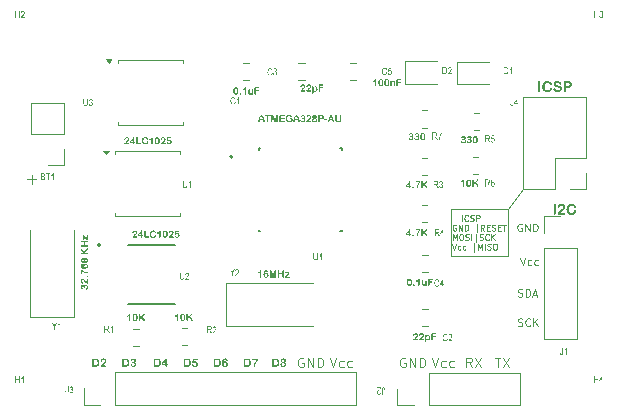
<source format=gbr>
%TF.GenerationSoftware,KiCad,Pcbnew,9.0.4*%
%TF.CreationDate,2025-12-07T17:14:32+03:30*%
%TF.ProjectId,MCU_Data logger003,4d43555f-4461-4746-9120-6c6f67676572,1*%
%TF.SameCoordinates,Original*%
%TF.FileFunction,Legend,Top*%
%TF.FilePolarity,Positive*%
%FSLAX46Y46*%
G04 Gerber Fmt 4.6, Leading zero omitted, Abs format (unit mm)*
G04 Created by KiCad (PCBNEW 9.0.4) date 2025-12-07 17:14:32*
%MOMM*%
%LPD*%
G01*
G04 APERTURE LIST*
%ADD10C,0.100000*%
%ADD11C,0.120000*%
%ADD12C,0.127000*%
%ADD13C,0.200000*%
G04 APERTURE END LIST*
D10*
X101649884Y-103377466D02*
X102411789Y-103377466D01*
X102030836Y-103758419D02*
X102030836Y-102996514D01*
X138424240Y-106916693D02*
X138424240Y-106416693D01*
X138948049Y-106869074D02*
X138924240Y-106892884D01*
X138924240Y-106892884D02*
X138852811Y-106916693D01*
X138852811Y-106916693D02*
X138805192Y-106916693D01*
X138805192Y-106916693D02*
X138733764Y-106892884D01*
X138733764Y-106892884D02*
X138686145Y-106845264D01*
X138686145Y-106845264D02*
X138662335Y-106797645D01*
X138662335Y-106797645D02*
X138638526Y-106702407D01*
X138638526Y-106702407D02*
X138638526Y-106630979D01*
X138638526Y-106630979D02*
X138662335Y-106535741D01*
X138662335Y-106535741D02*
X138686145Y-106488122D01*
X138686145Y-106488122D02*
X138733764Y-106440503D01*
X138733764Y-106440503D02*
X138805192Y-106416693D01*
X138805192Y-106416693D02*
X138852811Y-106416693D01*
X138852811Y-106416693D02*
X138924240Y-106440503D01*
X138924240Y-106440503D02*
X138948049Y-106464312D01*
X139138526Y-106892884D02*
X139209954Y-106916693D01*
X139209954Y-106916693D02*
X139329002Y-106916693D01*
X139329002Y-106916693D02*
X139376621Y-106892884D01*
X139376621Y-106892884D02*
X139400430Y-106869074D01*
X139400430Y-106869074D02*
X139424240Y-106821455D01*
X139424240Y-106821455D02*
X139424240Y-106773836D01*
X139424240Y-106773836D02*
X139400430Y-106726217D01*
X139400430Y-106726217D02*
X139376621Y-106702407D01*
X139376621Y-106702407D02*
X139329002Y-106678598D01*
X139329002Y-106678598D02*
X139233764Y-106654788D01*
X139233764Y-106654788D02*
X139186145Y-106630979D01*
X139186145Y-106630979D02*
X139162335Y-106607169D01*
X139162335Y-106607169D02*
X139138526Y-106559550D01*
X139138526Y-106559550D02*
X139138526Y-106511931D01*
X139138526Y-106511931D02*
X139162335Y-106464312D01*
X139162335Y-106464312D02*
X139186145Y-106440503D01*
X139186145Y-106440503D02*
X139233764Y-106416693D01*
X139233764Y-106416693D02*
X139352811Y-106416693D01*
X139352811Y-106416693D02*
X139424240Y-106440503D01*
X139638525Y-106916693D02*
X139638525Y-106416693D01*
X139638525Y-106416693D02*
X139829001Y-106416693D01*
X139829001Y-106416693D02*
X139876620Y-106440503D01*
X139876620Y-106440503D02*
X139900430Y-106464312D01*
X139900430Y-106464312D02*
X139924239Y-106511931D01*
X139924239Y-106511931D02*
X139924239Y-106583360D01*
X139924239Y-106583360D02*
X139900430Y-106630979D01*
X139900430Y-106630979D02*
X139876620Y-106654788D01*
X139876620Y-106654788D02*
X139829001Y-106678598D01*
X139829001Y-106678598D02*
X139638525Y-106678598D01*
X137924241Y-107245475D02*
X137876622Y-107221665D01*
X137876622Y-107221665D02*
X137805193Y-107221665D01*
X137805193Y-107221665D02*
X137733765Y-107245475D01*
X137733765Y-107245475D02*
X137686146Y-107293094D01*
X137686146Y-107293094D02*
X137662336Y-107340713D01*
X137662336Y-107340713D02*
X137638527Y-107435951D01*
X137638527Y-107435951D02*
X137638527Y-107507379D01*
X137638527Y-107507379D02*
X137662336Y-107602617D01*
X137662336Y-107602617D02*
X137686146Y-107650236D01*
X137686146Y-107650236D02*
X137733765Y-107697856D01*
X137733765Y-107697856D02*
X137805193Y-107721665D01*
X137805193Y-107721665D02*
X137852812Y-107721665D01*
X137852812Y-107721665D02*
X137924241Y-107697856D01*
X137924241Y-107697856D02*
X137948050Y-107674046D01*
X137948050Y-107674046D02*
X137948050Y-107507379D01*
X137948050Y-107507379D02*
X137852812Y-107507379D01*
X138162336Y-107721665D02*
X138162336Y-107221665D01*
X138162336Y-107221665D02*
X138448050Y-107721665D01*
X138448050Y-107721665D02*
X138448050Y-107221665D01*
X138686146Y-107721665D02*
X138686146Y-107221665D01*
X138686146Y-107221665D02*
X138805194Y-107221665D01*
X138805194Y-107221665D02*
X138876622Y-107245475D01*
X138876622Y-107245475D02*
X138924241Y-107293094D01*
X138924241Y-107293094D02*
X138948051Y-107340713D01*
X138948051Y-107340713D02*
X138971860Y-107435951D01*
X138971860Y-107435951D02*
X138971860Y-107507379D01*
X138971860Y-107507379D02*
X138948051Y-107602617D01*
X138948051Y-107602617D02*
X138924241Y-107650236D01*
X138924241Y-107650236D02*
X138876622Y-107697856D01*
X138876622Y-107697856D02*
X138805194Y-107721665D01*
X138805194Y-107721665D02*
X138686146Y-107721665D01*
X139686146Y-107888332D02*
X139686146Y-107174046D01*
X140329002Y-107721665D02*
X140162336Y-107483570D01*
X140043288Y-107721665D02*
X140043288Y-107221665D01*
X140043288Y-107221665D02*
X140233764Y-107221665D01*
X140233764Y-107221665D02*
X140281383Y-107245475D01*
X140281383Y-107245475D02*
X140305193Y-107269284D01*
X140305193Y-107269284D02*
X140329002Y-107316903D01*
X140329002Y-107316903D02*
X140329002Y-107388332D01*
X140329002Y-107388332D02*
X140305193Y-107435951D01*
X140305193Y-107435951D02*
X140281383Y-107459760D01*
X140281383Y-107459760D02*
X140233764Y-107483570D01*
X140233764Y-107483570D02*
X140043288Y-107483570D01*
X140543288Y-107459760D02*
X140709955Y-107459760D01*
X140781383Y-107721665D02*
X140543288Y-107721665D01*
X140543288Y-107721665D02*
X140543288Y-107221665D01*
X140543288Y-107221665D02*
X140781383Y-107221665D01*
X140971860Y-107697856D02*
X141043288Y-107721665D01*
X141043288Y-107721665D02*
X141162336Y-107721665D01*
X141162336Y-107721665D02*
X141209955Y-107697856D01*
X141209955Y-107697856D02*
X141233764Y-107674046D01*
X141233764Y-107674046D02*
X141257574Y-107626427D01*
X141257574Y-107626427D02*
X141257574Y-107578808D01*
X141257574Y-107578808D02*
X141233764Y-107531189D01*
X141233764Y-107531189D02*
X141209955Y-107507379D01*
X141209955Y-107507379D02*
X141162336Y-107483570D01*
X141162336Y-107483570D02*
X141067098Y-107459760D01*
X141067098Y-107459760D02*
X141019479Y-107435951D01*
X141019479Y-107435951D02*
X140995669Y-107412141D01*
X140995669Y-107412141D02*
X140971860Y-107364522D01*
X140971860Y-107364522D02*
X140971860Y-107316903D01*
X140971860Y-107316903D02*
X140995669Y-107269284D01*
X140995669Y-107269284D02*
X141019479Y-107245475D01*
X141019479Y-107245475D02*
X141067098Y-107221665D01*
X141067098Y-107221665D02*
X141186145Y-107221665D01*
X141186145Y-107221665D02*
X141257574Y-107245475D01*
X141471859Y-107459760D02*
X141638526Y-107459760D01*
X141709954Y-107721665D02*
X141471859Y-107721665D01*
X141471859Y-107721665D02*
X141471859Y-107221665D01*
X141471859Y-107221665D02*
X141709954Y-107221665D01*
X141852812Y-107221665D02*
X142138526Y-107221665D01*
X141995669Y-107721665D02*
X141995669Y-107221665D01*
X137662336Y-108526637D02*
X137662336Y-108026637D01*
X137662336Y-108026637D02*
X137829003Y-108383780D01*
X137829003Y-108383780D02*
X137995669Y-108026637D01*
X137995669Y-108026637D02*
X137995669Y-108526637D01*
X138329003Y-108026637D02*
X138424241Y-108026637D01*
X138424241Y-108026637D02*
X138471860Y-108050447D01*
X138471860Y-108050447D02*
X138519479Y-108098066D01*
X138519479Y-108098066D02*
X138543289Y-108193304D01*
X138543289Y-108193304D02*
X138543289Y-108359970D01*
X138543289Y-108359970D02*
X138519479Y-108455208D01*
X138519479Y-108455208D02*
X138471860Y-108502828D01*
X138471860Y-108502828D02*
X138424241Y-108526637D01*
X138424241Y-108526637D02*
X138329003Y-108526637D01*
X138329003Y-108526637D02*
X138281384Y-108502828D01*
X138281384Y-108502828D02*
X138233765Y-108455208D01*
X138233765Y-108455208D02*
X138209956Y-108359970D01*
X138209956Y-108359970D02*
X138209956Y-108193304D01*
X138209956Y-108193304D02*
X138233765Y-108098066D01*
X138233765Y-108098066D02*
X138281384Y-108050447D01*
X138281384Y-108050447D02*
X138329003Y-108026637D01*
X138733766Y-108502828D02*
X138805194Y-108526637D01*
X138805194Y-108526637D02*
X138924242Y-108526637D01*
X138924242Y-108526637D02*
X138971861Y-108502828D01*
X138971861Y-108502828D02*
X138995670Y-108479018D01*
X138995670Y-108479018D02*
X139019480Y-108431399D01*
X139019480Y-108431399D02*
X139019480Y-108383780D01*
X139019480Y-108383780D02*
X138995670Y-108336161D01*
X138995670Y-108336161D02*
X138971861Y-108312351D01*
X138971861Y-108312351D02*
X138924242Y-108288542D01*
X138924242Y-108288542D02*
X138829004Y-108264732D01*
X138829004Y-108264732D02*
X138781385Y-108240923D01*
X138781385Y-108240923D02*
X138757575Y-108217113D01*
X138757575Y-108217113D02*
X138733766Y-108169494D01*
X138733766Y-108169494D02*
X138733766Y-108121875D01*
X138733766Y-108121875D02*
X138757575Y-108074256D01*
X138757575Y-108074256D02*
X138781385Y-108050447D01*
X138781385Y-108050447D02*
X138829004Y-108026637D01*
X138829004Y-108026637D02*
X138948051Y-108026637D01*
X138948051Y-108026637D02*
X139019480Y-108050447D01*
X139233765Y-108526637D02*
X139233765Y-108026637D01*
X139590908Y-108693304D02*
X139590908Y-107979018D01*
X139924241Y-108502828D02*
X139995669Y-108526637D01*
X139995669Y-108526637D02*
X140114717Y-108526637D01*
X140114717Y-108526637D02*
X140162336Y-108502828D01*
X140162336Y-108502828D02*
X140186145Y-108479018D01*
X140186145Y-108479018D02*
X140209955Y-108431399D01*
X140209955Y-108431399D02*
X140209955Y-108383780D01*
X140209955Y-108383780D02*
X140186145Y-108336161D01*
X140186145Y-108336161D02*
X140162336Y-108312351D01*
X140162336Y-108312351D02*
X140114717Y-108288542D01*
X140114717Y-108288542D02*
X140019479Y-108264732D01*
X140019479Y-108264732D02*
X139971860Y-108240923D01*
X139971860Y-108240923D02*
X139948050Y-108217113D01*
X139948050Y-108217113D02*
X139924241Y-108169494D01*
X139924241Y-108169494D02*
X139924241Y-108121875D01*
X139924241Y-108121875D02*
X139948050Y-108074256D01*
X139948050Y-108074256D02*
X139971860Y-108050447D01*
X139971860Y-108050447D02*
X140019479Y-108026637D01*
X140019479Y-108026637D02*
X140138526Y-108026637D01*
X140138526Y-108026637D02*
X140209955Y-108050447D01*
X140709954Y-108479018D02*
X140686145Y-108502828D01*
X140686145Y-108502828D02*
X140614716Y-108526637D01*
X140614716Y-108526637D02*
X140567097Y-108526637D01*
X140567097Y-108526637D02*
X140495669Y-108502828D01*
X140495669Y-108502828D02*
X140448050Y-108455208D01*
X140448050Y-108455208D02*
X140424240Y-108407589D01*
X140424240Y-108407589D02*
X140400431Y-108312351D01*
X140400431Y-108312351D02*
X140400431Y-108240923D01*
X140400431Y-108240923D02*
X140424240Y-108145685D01*
X140424240Y-108145685D02*
X140448050Y-108098066D01*
X140448050Y-108098066D02*
X140495669Y-108050447D01*
X140495669Y-108050447D02*
X140567097Y-108026637D01*
X140567097Y-108026637D02*
X140614716Y-108026637D01*
X140614716Y-108026637D02*
X140686145Y-108050447D01*
X140686145Y-108050447D02*
X140709954Y-108074256D01*
X140924240Y-108526637D02*
X140924240Y-108026637D01*
X141209954Y-108526637D02*
X140995669Y-108240923D01*
X141209954Y-108026637D02*
X140924240Y-108312351D01*
X137590908Y-108831609D02*
X137757574Y-109331609D01*
X137757574Y-109331609D02*
X137924241Y-108831609D01*
X138305193Y-109307800D02*
X138257574Y-109331609D01*
X138257574Y-109331609D02*
X138162336Y-109331609D01*
X138162336Y-109331609D02*
X138114717Y-109307800D01*
X138114717Y-109307800D02*
X138090907Y-109283990D01*
X138090907Y-109283990D02*
X138067098Y-109236371D01*
X138067098Y-109236371D02*
X138067098Y-109093514D01*
X138067098Y-109093514D02*
X138090907Y-109045895D01*
X138090907Y-109045895D02*
X138114717Y-109022085D01*
X138114717Y-109022085D02*
X138162336Y-108998276D01*
X138162336Y-108998276D02*
X138257574Y-108998276D01*
X138257574Y-108998276D02*
X138305193Y-109022085D01*
X138733764Y-109307800D02*
X138686145Y-109331609D01*
X138686145Y-109331609D02*
X138590907Y-109331609D01*
X138590907Y-109331609D02*
X138543288Y-109307800D01*
X138543288Y-109307800D02*
X138519478Y-109283990D01*
X138519478Y-109283990D02*
X138495669Y-109236371D01*
X138495669Y-109236371D02*
X138495669Y-109093514D01*
X138495669Y-109093514D02*
X138519478Y-109045895D01*
X138519478Y-109045895D02*
X138543288Y-109022085D01*
X138543288Y-109022085D02*
X138590907Y-108998276D01*
X138590907Y-108998276D02*
X138686145Y-108998276D01*
X138686145Y-108998276D02*
X138733764Y-109022085D01*
X139448049Y-109498276D02*
X139448049Y-108783990D01*
X139805191Y-109331609D02*
X139805191Y-108831609D01*
X139805191Y-108831609D02*
X139971858Y-109188752D01*
X139971858Y-109188752D02*
X140138524Y-108831609D01*
X140138524Y-108831609D02*
X140138524Y-109331609D01*
X140376620Y-109331609D02*
X140376620Y-108831609D01*
X140590906Y-109307800D02*
X140662334Y-109331609D01*
X140662334Y-109331609D02*
X140781382Y-109331609D01*
X140781382Y-109331609D02*
X140829001Y-109307800D01*
X140829001Y-109307800D02*
X140852810Y-109283990D01*
X140852810Y-109283990D02*
X140876620Y-109236371D01*
X140876620Y-109236371D02*
X140876620Y-109188752D01*
X140876620Y-109188752D02*
X140852810Y-109141133D01*
X140852810Y-109141133D02*
X140829001Y-109117323D01*
X140829001Y-109117323D02*
X140781382Y-109093514D01*
X140781382Y-109093514D02*
X140686144Y-109069704D01*
X140686144Y-109069704D02*
X140638525Y-109045895D01*
X140638525Y-109045895D02*
X140614715Y-109022085D01*
X140614715Y-109022085D02*
X140590906Y-108974466D01*
X140590906Y-108974466D02*
X140590906Y-108926847D01*
X140590906Y-108926847D02*
X140614715Y-108879228D01*
X140614715Y-108879228D02*
X140638525Y-108855419D01*
X140638525Y-108855419D02*
X140686144Y-108831609D01*
X140686144Y-108831609D02*
X140805191Y-108831609D01*
X140805191Y-108831609D02*
X140876620Y-108855419D01*
X141186143Y-108831609D02*
X141281381Y-108831609D01*
X141281381Y-108831609D02*
X141329000Y-108855419D01*
X141329000Y-108855419D02*
X141376619Y-108903038D01*
X141376619Y-108903038D02*
X141400429Y-108998276D01*
X141400429Y-108998276D02*
X141400429Y-109164942D01*
X141400429Y-109164942D02*
X141376619Y-109260180D01*
X141376619Y-109260180D02*
X141329000Y-109307800D01*
X141329000Y-109307800D02*
X141281381Y-109331609D01*
X141281381Y-109331609D02*
X141186143Y-109331609D01*
X141186143Y-109331609D02*
X141138524Y-109307800D01*
X141138524Y-109307800D02*
X141090905Y-109260180D01*
X141090905Y-109260180D02*
X141067096Y-109164942D01*
X141067096Y-109164942D02*
X141067096Y-108998276D01*
X141067096Y-108998276D02*
X141090905Y-108903038D01*
X141090905Y-108903038D02*
X141138524Y-108855419D01*
X141138524Y-108855419D02*
X141186143Y-108831609D01*
X142303500Y-105893000D02*
X143641700Y-104239000D01*
X137477500Y-105893000D02*
X142303500Y-105893000D01*
X142303500Y-109855000D01*
X137477500Y-109855000D01*
X137477500Y-105893000D01*
X135904979Y-118476895D02*
X136171646Y-119276895D01*
X136171646Y-119276895D02*
X136438312Y-118476895D01*
X137047836Y-119238800D02*
X136971645Y-119276895D01*
X136971645Y-119276895D02*
X136819264Y-119276895D01*
X136819264Y-119276895D02*
X136743074Y-119238800D01*
X136743074Y-119238800D02*
X136704979Y-119200704D01*
X136704979Y-119200704D02*
X136666883Y-119124514D01*
X136666883Y-119124514D02*
X136666883Y-118895942D01*
X136666883Y-118895942D02*
X136704979Y-118819752D01*
X136704979Y-118819752D02*
X136743074Y-118781657D01*
X136743074Y-118781657D02*
X136819264Y-118743561D01*
X136819264Y-118743561D02*
X136971645Y-118743561D01*
X136971645Y-118743561D02*
X137047836Y-118781657D01*
X137733550Y-119238800D02*
X137657359Y-119276895D01*
X137657359Y-119276895D02*
X137504978Y-119276895D01*
X137504978Y-119276895D02*
X137428788Y-119238800D01*
X137428788Y-119238800D02*
X137390693Y-119200704D01*
X137390693Y-119200704D02*
X137352597Y-119124514D01*
X137352597Y-119124514D02*
X137352597Y-118895942D01*
X137352597Y-118895942D02*
X137390693Y-118819752D01*
X137390693Y-118819752D02*
X137428788Y-118781657D01*
X137428788Y-118781657D02*
X137504978Y-118743561D01*
X137504978Y-118743561D02*
X137657359Y-118743561D01*
X137657359Y-118743561D02*
X137733550Y-118781657D01*
X139270408Y-119276895D02*
X139003741Y-118895942D01*
X138813265Y-119276895D02*
X138813265Y-118476895D01*
X138813265Y-118476895D02*
X139118027Y-118476895D01*
X139118027Y-118476895D02*
X139194217Y-118514990D01*
X139194217Y-118514990D02*
X139232312Y-118553085D01*
X139232312Y-118553085D02*
X139270408Y-118629276D01*
X139270408Y-118629276D02*
X139270408Y-118743561D01*
X139270408Y-118743561D02*
X139232312Y-118819752D01*
X139232312Y-118819752D02*
X139194217Y-118857847D01*
X139194217Y-118857847D02*
X139118027Y-118895942D01*
X139118027Y-118895942D02*
X138813265Y-118895942D01*
X139537074Y-118476895D02*
X140070408Y-119276895D01*
X140070408Y-118476895D02*
X139537074Y-119276895D01*
X141238979Y-118476895D02*
X141696122Y-118476895D01*
X141467550Y-119276895D02*
X141467550Y-118476895D01*
X141886598Y-118476895D02*
X142419932Y-119276895D01*
X142419932Y-118476895D02*
X141886598Y-119276895D01*
G36*
X146189632Y-106271026D02*
G01*
X146189632Y-105560957D01*
X146192915Y-105524458D01*
X146201760Y-105497107D01*
X146215296Y-105476767D01*
X146234017Y-105461135D01*
X146255856Y-105451771D01*
X146281791Y-105448520D01*
X146308528Y-105451764D01*
X146330825Y-105461053D01*
X146349715Y-105476437D01*
X146363431Y-105496620D01*
X146372417Y-105524040D01*
X146375764Y-105560957D01*
X146375764Y-106271026D01*
X146372425Y-106307946D01*
X146363444Y-106335492D01*
X146349715Y-106355876D01*
X146330804Y-106371424D01*
X146308508Y-106380797D01*
X146281791Y-106384068D01*
X146256302Y-106380816D01*
X146234553Y-106371391D01*
X146215626Y-106355546D01*
X146201889Y-106334977D01*
X146192943Y-106307499D01*
X146189632Y-106271026D01*
G37*
G36*
X146763798Y-106222281D02*
G01*
X147081491Y-106222281D01*
X147126255Y-106227819D01*
X147155790Y-106242285D01*
X147170122Y-106257202D01*
X147178648Y-106275038D01*
X147181618Y-106296745D01*
X147176446Y-106325195D01*
X147161120Y-106348732D01*
X147136820Y-106364194D01*
X147099296Y-106370000D01*
X146646800Y-106370000D01*
X146616618Y-106366842D01*
X146592682Y-106358062D01*
X146573600Y-106344061D01*
X146553764Y-106315596D01*
X146547277Y-106283061D01*
X146550828Y-106259298D01*
X146563983Y-106223820D01*
X146582333Y-106189725D01*
X146600638Y-106166008D01*
X146748301Y-106019774D01*
X146810123Y-105964789D01*
X146842548Y-105939650D01*
X146889809Y-105902784D01*
X146926134Y-105867934D01*
X146956027Y-105830736D01*
X146976857Y-105794240D01*
X146990075Y-105756306D01*
X146994278Y-105720491D01*
X146989551Y-105683128D01*
X146975758Y-105650643D01*
X146953922Y-105623310D01*
X146925365Y-105602778D01*
X146892219Y-105590002D01*
X146855847Y-105585687D01*
X146817952Y-105590132D01*
X146785166Y-105603018D01*
X146756281Y-105624534D01*
X146730661Y-105655974D01*
X146710108Y-105706477D01*
X146693752Y-105744932D01*
X146677135Y-105770609D01*
X146655057Y-105787321D01*
X146622840Y-105793306D01*
X146593786Y-105788021D01*
X146570523Y-105772533D01*
X146555209Y-105748747D01*
X146549750Y-105716094D01*
X146554355Y-105673379D01*
X146568929Y-105627068D01*
X146592634Y-105583232D01*
X146626192Y-105543042D01*
X146668403Y-105509589D01*
X146722692Y-105482207D01*
X146784183Y-105465186D01*
X146859529Y-105459071D01*
X146922035Y-105462633D01*
X146975308Y-105472651D01*
X147020711Y-105488362D01*
X147061426Y-105511960D01*
X147096878Y-105542987D01*
X147125959Y-105580303D01*
X147147931Y-105623331D01*
X147161659Y-105669810D01*
X147166231Y-105717963D01*
X147161919Y-105768184D01*
X147149247Y-105814513D01*
X147128203Y-105857767D01*
X147088201Y-105915900D01*
X147050771Y-105956191D01*
X146918825Y-106067474D01*
X146834794Y-106140406D01*
X146791990Y-106185022D01*
X146763798Y-106222281D01*
G37*
G36*
X148095844Y-106082752D02*
G01*
X148090811Y-106126471D01*
X148074466Y-106176449D01*
X148047878Y-106225073D01*
X148007422Y-106275203D01*
X147974985Y-106304807D01*
X147936339Y-106331037D01*
X147890698Y-106353843D01*
X147842425Y-106370198D01*
X147787616Y-106380468D01*
X147725230Y-106384068D01*
X147655459Y-106380536D01*
X147595042Y-106370549D01*
X147538593Y-106353127D01*
X147488485Y-106328564D01*
X147443089Y-106295922D01*
X147400503Y-106253331D01*
X147367479Y-106208388D01*
X147339338Y-106157820D01*
X147317319Y-106103546D01*
X147301420Y-106045163D01*
X147292014Y-105984162D01*
X147288780Y-105917998D01*
X147292522Y-105845685D01*
X147303286Y-105780753D01*
X147320544Y-105722304D01*
X147345190Y-105666692D01*
X147375543Y-105617583D01*
X147411659Y-105574311D01*
X147453481Y-105536551D01*
X147499639Y-105505429D01*
X147550584Y-105480669D01*
X147604476Y-105462900D01*
X147660875Y-105452157D01*
X147720284Y-105448520D01*
X147792496Y-105453621D01*
X147857362Y-105468371D01*
X147916032Y-105492319D01*
X147970496Y-105525026D01*
X148013863Y-105561160D01*
X148047594Y-105600744D01*
X148074193Y-105645445D01*
X148088789Y-105685819D01*
X148093371Y-105723019D01*
X148087769Y-105753028D01*
X148070730Y-105779567D01*
X148045628Y-105797963D01*
X148015995Y-105804022D01*
X147983424Y-105799351D01*
X147962359Y-105787041D01*
X147945175Y-105766420D01*
X147922847Y-105729118D01*
X147896591Y-105686589D01*
X147868822Y-105653789D01*
X147839535Y-105629266D01*
X147806188Y-105611333D01*
X147767283Y-105600169D01*
X147721548Y-105596238D01*
X147667548Y-105601774D01*
X147620821Y-105617715D01*
X147579828Y-105643916D01*
X147543605Y-105681363D01*
X147516306Y-105725016D01*
X147495619Y-105778559D01*
X147482222Y-105843992D01*
X147477384Y-105923713D01*
X147481042Y-105993479D01*
X147491166Y-106051053D01*
X147506730Y-106098359D01*
X147529796Y-106142015D01*
X147557423Y-106176141D01*
X147589712Y-106202113D01*
X147626809Y-106220863D01*
X147668370Y-106232364D01*
X147715393Y-106236350D01*
X147766243Y-106231767D01*
X147809796Y-106218694D01*
X147847449Y-106197552D01*
X147879634Y-106168555D01*
X147906784Y-106131015D01*
X147928892Y-106083411D01*
X147942610Y-106049641D01*
X147958182Y-106024445D01*
X147971544Y-106012151D01*
X147989853Y-106004351D01*
X148014786Y-106001474D01*
X148045716Y-106007309D01*
X148071939Y-106024829D01*
X148089811Y-106050824D01*
X148095844Y-106082752D01*
G37*
G36*
X144885732Y-95887026D02*
G01*
X144885732Y-95176957D01*
X144889015Y-95140458D01*
X144897860Y-95113107D01*
X144911396Y-95092767D01*
X144930117Y-95077135D01*
X144951956Y-95067771D01*
X144977891Y-95064520D01*
X145004628Y-95067764D01*
X145026925Y-95077053D01*
X145045815Y-95092437D01*
X145059531Y-95112620D01*
X145068517Y-95140040D01*
X145071864Y-95176957D01*
X145071864Y-95887026D01*
X145068525Y-95923946D01*
X145059544Y-95951492D01*
X145045815Y-95971876D01*
X145026904Y-95987424D01*
X145004608Y-95996797D01*
X144977891Y-96000068D01*
X144952402Y-95996816D01*
X144930653Y-95987391D01*
X144911726Y-95971546D01*
X144897989Y-95950977D01*
X144889043Y-95923499D01*
X144885732Y-95887026D01*
G37*
G36*
X146043681Y-95698752D02*
G01*
X146038649Y-95742471D01*
X146022304Y-95792449D01*
X145995715Y-95841073D01*
X145955259Y-95891203D01*
X145922823Y-95920807D01*
X145884177Y-95947037D01*
X145838536Y-95969843D01*
X145790263Y-95986198D01*
X145735453Y-95996468D01*
X145673067Y-96000068D01*
X145603297Y-95996536D01*
X145542880Y-95986549D01*
X145486431Y-95969127D01*
X145436323Y-95944564D01*
X145390927Y-95911922D01*
X145348340Y-95869331D01*
X145315317Y-95824388D01*
X145287176Y-95773820D01*
X145265156Y-95719546D01*
X145249257Y-95661163D01*
X145239852Y-95600162D01*
X145236618Y-95533998D01*
X145240360Y-95461685D01*
X145251124Y-95396753D01*
X145268381Y-95338304D01*
X145293028Y-95282692D01*
X145323380Y-95233583D01*
X145359496Y-95190311D01*
X145401318Y-95152551D01*
X145447477Y-95121429D01*
X145498422Y-95096669D01*
X145552313Y-95078900D01*
X145608713Y-95068157D01*
X145668121Y-95064520D01*
X145740334Y-95069621D01*
X145805199Y-95084371D01*
X145863870Y-95108319D01*
X145918334Y-95141026D01*
X145961701Y-95177160D01*
X145995431Y-95216744D01*
X146022031Y-95261445D01*
X146036626Y-95301819D01*
X146041209Y-95339019D01*
X146035607Y-95369028D01*
X146018567Y-95395567D01*
X145993466Y-95413963D01*
X145963832Y-95420022D01*
X145931262Y-95415351D01*
X145910197Y-95403041D01*
X145893013Y-95382420D01*
X145870684Y-95345118D01*
X145844429Y-95302589D01*
X145816659Y-95269789D01*
X145787373Y-95245266D01*
X145754025Y-95227333D01*
X145715120Y-95216169D01*
X145669385Y-95212238D01*
X145615386Y-95217774D01*
X145568659Y-95233715D01*
X145527666Y-95259916D01*
X145491442Y-95297363D01*
X145464143Y-95341016D01*
X145443456Y-95394559D01*
X145430059Y-95459992D01*
X145425222Y-95539713D01*
X145428880Y-95609479D01*
X145439004Y-95667053D01*
X145454568Y-95714359D01*
X145477634Y-95758015D01*
X145505260Y-95792141D01*
X145537549Y-95818113D01*
X145574647Y-95836863D01*
X145616208Y-95848364D01*
X145663230Y-95852350D01*
X145714081Y-95847767D01*
X145757634Y-95834694D01*
X145795286Y-95813552D01*
X145827471Y-95784555D01*
X145854622Y-95747015D01*
X145876729Y-95699411D01*
X145890448Y-95665641D01*
X145906020Y-95640445D01*
X145919382Y-95628151D01*
X145937691Y-95620351D01*
X145962623Y-95617474D01*
X145993554Y-95623309D01*
X146019776Y-95640829D01*
X146037649Y-95666824D01*
X146043681Y-95698752D01*
G37*
G36*
X146892731Y-95712820D02*
G01*
X146887908Y-95766328D01*
X146873771Y-95815223D01*
X146850306Y-95860483D01*
X146818444Y-95900241D01*
X146777584Y-95934362D01*
X146726383Y-95963028D01*
X146670832Y-95983016D01*
X146606900Y-95995625D01*
X146533162Y-96000068D01*
X146445030Y-95993862D01*
X146372277Y-95976572D01*
X146312190Y-95949565D01*
X146273469Y-95922520D01*
X146240077Y-95890213D01*
X146211623Y-95852240D01*
X146189430Y-95810336D01*
X146176937Y-95771074D01*
X146172935Y-95733648D01*
X146178832Y-95702205D01*
X146196510Y-95675616D01*
X146222998Y-95657598D01*
X146256466Y-95651436D01*
X146283942Y-95656212D01*
X146306420Y-95670230D01*
X146324531Y-95692238D01*
X146341151Y-95725679D01*
X146359604Y-95766315D01*
X146378025Y-95797175D01*
X146401362Y-95822855D01*
X146433750Y-95844381D01*
X146473021Y-95857809D01*
X146528217Y-95862901D01*
X146580756Y-95858347D01*
X146623685Y-95845630D01*
X146658899Y-95825532D01*
X146687415Y-95797744D01*
X146703635Y-95767162D01*
X146709072Y-95732494D01*
X146705897Y-95704140D01*
X146696865Y-95680590D01*
X146682090Y-95660778D01*
X146651802Y-95636857D01*
X146612022Y-95618518D01*
X146496508Y-95587249D01*
X146403574Y-95561368D01*
X146333347Y-95533888D01*
X146291825Y-95510517D01*
X146257261Y-95482685D01*
X146228879Y-95450247D01*
X146207852Y-95413145D01*
X146194790Y-95369736D01*
X146190191Y-95318520D01*
X146194845Y-95269811D01*
X146208459Y-95225725D01*
X146231077Y-95185255D01*
X146261554Y-95150193D01*
X146300483Y-95120396D01*
X146349229Y-95095789D01*
X146401643Y-95078928D01*
X146461729Y-95068273D01*
X146530689Y-95064520D01*
X146610797Y-95070068D01*
X146674836Y-95085293D01*
X146731752Y-95110109D01*
X146775897Y-95140412D01*
X146811594Y-95176692D01*
X146834754Y-95212678D01*
X146848905Y-95250821D01*
X146853383Y-95286647D01*
X146847590Y-95318043D01*
X146829808Y-95346657D01*
X146812670Y-95361596D01*
X146793349Y-95370368D01*
X146771061Y-95373365D01*
X146741804Y-95369067D01*
X146722371Y-95357593D01*
X146706402Y-95338725D01*
X146686486Y-95306266D01*
X146658710Y-95259539D01*
X146627959Y-95226636D01*
X146603500Y-95211986D01*
X146568194Y-95201995D01*
X146518380Y-95198170D01*
X146472518Y-95201942D01*
X146435471Y-95212404D01*
X146405503Y-95228780D01*
X146380891Y-95251595D01*
X146367233Y-95275723D01*
X146362748Y-95302144D01*
X146366446Y-95327057D01*
X146377201Y-95347866D01*
X146393953Y-95365438D01*
X146417208Y-95381169D01*
X146469140Y-95403151D01*
X146556353Y-95426451D01*
X146630662Y-95445667D01*
X146694564Y-95465854D01*
X146753342Y-95490482D01*
X146800132Y-95518390D01*
X146838979Y-95553419D01*
X146868221Y-95596701D01*
X146881390Y-95629207D01*
X146889756Y-95667541D01*
X146892731Y-95712820D01*
G37*
G36*
X147493692Y-95086744D02*
G01*
X147555923Y-95098152D01*
X147608246Y-95118900D01*
X147652204Y-95149425D01*
X147687799Y-95189089D01*
X147713863Y-95237133D01*
X147729457Y-95291119D01*
X147734911Y-95353636D01*
X147728969Y-95421840D01*
X147712316Y-95478025D01*
X147685896Y-95524531D01*
X147649511Y-95563014D01*
X147605511Y-95592198D01*
X147550249Y-95614459D01*
X147481274Y-95628998D01*
X147395621Y-95634290D01*
X147230152Y-95634290D01*
X147230152Y-95887246D01*
X147226826Y-95923202D01*
X147217792Y-95950574D01*
X147203829Y-95971327D01*
X147184718Y-95987312D01*
X147162872Y-95996801D01*
X147137389Y-96000068D01*
X147110665Y-95996763D01*
X147088449Y-95987301D01*
X147069685Y-95971601D01*
X147056084Y-95951116D01*
X147047269Y-95924066D01*
X147044021Y-95888510D01*
X147044021Y-95493606D01*
X147230152Y-95493606D01*
X147351327Y-95493606D01*
X147412811Y-95489958D01*
X147458544Y-95480307D01*
X147497114Y-95462247D01*
X147523885Y-95436783D01*
X147540314Y-95403210D01*
X147546306Y-95357593D01*
X147542224Y-95319831D01*
X147530630Y-95288437D01*
X147511740Y-95262027D01*
X147491504Y-95247119D01*
X147460625Y-95234823D01*
X147415401Y-95226148D01*
X147351327Y-95222789D01*
X147230152Y-95222789D01*
X147230152Y-95493606D01*
X147044021Y-95493606D01*
X147044021Y-95195477D01*
X147047733Y-95155852D01*
X147057512Y-95127827D01*
X147072213Y-95108374D01*
X147092690Y-95094682D01*
X147121486Y-95085554D01*
X147161349Y-95082106D01*
X147395566Y-95082106D01*
X147493692Y-95086744D01*
G37*
G36*
X107481617Y-118561598D02*
G01*
X107536168Y-118571392D01*
X107569510Y-118582875D01*
X107600806Y-118599567D01*
X107630372Y-118621785D01*
X107662633Y-118654255D01*
X107689360Y-118691782D01*
X107710750Y-118734973D01*
X107726694Y-118784659D01*
X107736789Y-118841855D01*
X107740349Y-118907733D01*
X107737471Y-118969466D01*
X107729321Y-119023223D01*
X107715062Y-119073564D01*
X107695255Y-119117513D01*
X107669038Y-119157215D01*
X107636143Y-119192697D01*
X107606369Y-119215565D01*
X107574123Y-119233302D01*
X107539485Y-119246254D01*
X107501846Y-119254802D01*
X107461985Y-119259361D01*
X107414779Y-119261000D01*
X107229704Y-119261000D01*
X107193355Y-119257593D01*
X107170591Y-119249074D01*
X107154031Y-119234623D01*
X107144518Y-119215521D01*
X107140139Y-119192305D01*
X107138449Y-119159785D01*
X107138449Y-119146108D01*
X107283218Y-119146108D01*
X107389433Y-119146108D01*
X107444699Y-119144227D01*
X107485988Y-119134738D01*
X107506082Y-119125499D01*
X107522918Y-119113452D01*
X107546518Y-119088542D01*
X107565766Y-119056920D01*
X107580525Y-119017278D01*
X107590184Y-118967920D01*
X107593699Y-118906835D01*
X107589519Y-118838042D01*
X107578545Y-118787901D01*
X107562583Y-118752150D01*
X107539186Y-118720955D01*
X107513771Y-118699743D01*
X107485945Y-118686882D01*
X107437794Y-118676656D01*
X107375584Y-118672863D01*
X107283218Y-118672863D01*
X107283218Y-119146108D01*
X107138449Y-119146108D01*
X107138449Y-118646277D01*
X107141198Y-118616012D01*
X107148476Y-118594277D01*
X107159435Y-118578915D01*
X107174821Y-118567980D01*
X107196584Y-118560715D01*
X107226883Y-118557971D01*
X107411915Y-118557971D01*
X107481617Y-118561598D01*
G37*
G36*
X108008344Y-119146108D02*
G01*
X108255439Y-119146108D01*
X108290255Y-119150414D01*
X108313226Y-119161666D01*
X108324374Y-119173268D01*
X108331005Y-119187141D01*
X108333315Y-119204024D01*
X108329293Y-119226151D01*
X108317372Y-119244458D01*
X108298473Y-119256484D01*
X108269287Y-119261000D01*
X107917345Y-119261000D01*
X107893871Y-119258544D01*
X107875254Y-119251715D01*
X107860412Y-119240825D01*
X107844984Y-119218686D01*
X107839939Y-119193381D01*
X107842701Y-119174898D01*
X107852933Y-119147304D01*
X107867204Y-119120786D01*
X107881442Y-119102339D01*
X107996291Y-118988602D01*
X108044375Y-118945836D01*
X108069594Y-118926283D01*
X108106353Y-118897610D01*
X108134606Y-118870504D01*
X108157855Y-118841572D01*
X108174057Y-118813186D01*
X108184337Y-118783682D01*
X108187606Y-118755826D01*
X108183930Y-118726766D01*
X108173202Y-118701500D01*
X108156218Y-118680241D01*
X108134007Y-118664271D01*
X108108227Y-118654335D01*
X108079938Y-118650979D01*
X108050464Y-118654436D01*
X108024964Y-118664459D01*
X108002497Y-118681193D01*
X107982571Y-118705646D01*
X107966585Y-118744927D01*
X107953864Y-118774836D01*
X107940939Y-118794807D01*
X107923768Y-118807805D01*
X107898710Y-118812460D01*
X107876113Y-118808349D01*
X107858019Y-118796303D01*
X107846108Y-118777803D01*
X107841862Y-118752407D01*
X107845444Y-118719184D01*
X107856779Y-118683164D01*
X107875217Y-118649070D01*
X107901317Y-118617810D01*
X107934148Y-118591791D01*
X107976373Y-118570494D01*
X108024199Y-118557256D01*
X108082802Y-118552500D01*
X108131417Y-118555270D01*
X108172852Y-118563062D01*
X108208165Y-118575282D01*
X108239832Y-118593636D01*
X108267407Y-118617768D01*
X108290025Y-118646791D01*
X108307114Y-118680257D01*
X108317791Y-118716407D01*
X108321348Y-118753860D01*
X108317993Y-118792921D01*
X108308137Y-118828954D01*
X108291770Y-118862597D01*
X108260657Y-118907811D01*
X108231546Y-118939148D01*
X108128921Y-119025702D01*
X108063563Y-119082427D01*
X108030271Y-119117128D01*
X108008344Y-119146108D01*
G37*
G36*
X112688617Y-118561598D02*
G01*
X112743168Y-118571392D01*
X112776510Y-118582875D01*
X112807806Y-118599567D01*
X112837372Y-118621785D01*
X112869633Y-118654255D01*
X112896360Y-118691782D01*
X112917750Y-118734973D01*
X112933694Y-118784659D01*
X112943789Y-118841855D01*
X112947349Y-118907733D01*
X112944471Y-118969466D01*
X112936321Y-119023223D01*
X112922062Y-119073564D01*
X112902255Y-119117513D01*
X112876038Y-119157215D01*
X112843143Y-119192697D01*
X112813369Y-119215565D01*
X112781123Y-119233302D01*
X112746485Y-119246254D01*
X112708846Y-119254802D01*
X112668985Y-119259361D01*
X112621779Y-119261000D01*
X112436704Y-119261000D01*
X112400355Y-119257593D01*
X112377591Y-119249074D01*
X112361031Y-119234623D01*
X112351518Y-119215521D01*
X112347139Y-119192305D01*
X112345449Y-119159785D01*
X112345449Y-119146108D01*
X112490218Y-119146108D01*
X112596433Y-119146108D01*
X112651699Y-119144227D01*
X112692988Y-119134738D01*
X112713082Y-119125499D01*
X112729918Y-119113452D01*
X112753518Y-119088542D01*
X112772766Y-119056920D01*
X112787525Y-119017278D01*
X112797184Y-118967920D01*
X112800699Y-118906835D01*
X112796519Y-118838042D01*
X112785545Y-118787901D01*
X112769583Y-118752150D01*
X112746186Y-118720955D01*
X112720771Y-118699743D01*
X112692945Y-118686882D01*
X112644794Y-118676656D01*
X112582584Y-118672863D01*
X112490218Y-118672863D01*
X112490218Y-119146108D01*
X112345449Y-119146108D01*
X112345449Y-118646277D01*
X112348198Y-118616012D01*
X112355476Y-118594277D01*
X112366435Y-118578915D01*
X112381821Y-118567980D01*
X112403584Y-118560715D01*
X112433883Y-118557971D01*
X112618915Y-118557971D01*
X112688617Y-118561598D01*
G37*
G36*
X113411210Y-118550586D02*
G01*
X113430964Y-118560277D01*
X113445188Y-118575874D01*
X113454504Y-118598787D01*
X113458036Y-118631744D01*
X113458036Y-119001125D01*
X113477228Y-119001125D01*
X113512331Y-119003966D01*
X113537110Y-119011383D01*
X113549264Y-119020321D01*
X113556964Y-119034569D01*
X113559892Y-119056306D01*
X113557613Y-119074241D01*
X113551351Y-119087622D01*
X113541256Y-119097595D01*
X113519844Y-119106880D01*
X113485862Y-119110546D01*
X113458036Y-119110546D01*
X113458036Y-119197997D01*
X113455886Y-119222324D01*
X113450126Y-119240362D01*
X113441367Y-119253605D01*
X113422280Y-119267216D01*
X113396914Y-119271942D01*
X113371912Y-119267140D01*
X113352633Y-119253135D01*
X113343698Y-119239603D01*
X113337893Y-119221661D01*
X113335750Y-119197997D01*
X113335750Y-119110546D01*
X113097076Y-119110546D01*
X113067147Y-119107867D01*
X113044705Y-119100647D01*
X113028004Y-119089602D01*
X113015344Y-119074258D01*
X113007613Y-119055597D01*
X113004880Y-119032626D01*
X113008257Y-119013777D01*
X113014733Y-119001125D01*
X113134262Y-119001125D01*
X113335750Y-119001125D01*
X113335750Y-118730351D01*
X113134262Y-119001125D01*
X113014733Y-119001125D01*
X113018430Y-118993902D01*
X113032364Y-118973941D01*
X113050059Y-118950475D01*
X113303522Y-118611228D01*
X113344683Y-118562331D01*
X113362573Y-118550882D01*
X113383963Y-118547029D01*
X113411210Y-118550586D01*
G37*
G36*
X110021617Y-118561598D02*
G01*
X110076168Y-118571392D01*
X110109510Y-118582875D01*
X110140806Y-118599567D01*
X110170372Y-118621785D01*
X110202633Y-118654255D01*
X110229360Y-118691782D01*
X110250750Y-118734973D01*
X110266694Y-118784659D01*
X110276789Y-118841855D01*
X110280349Y-118907733D01*
X110277471Y-118969466D01*
X110269321Y-119023223D01*
X110255062Y-119073564D01*
X110235255Y-119117513D01*
X110209038Y-119157215D01*
X110176143Y-119192697D01*
X110146369Y-119215565D01*
X110114123Y-119233302D01*
X110079485Y-119246254D01*
X110041846Y-119254802D01*
X110001985Y-119259361D01*
X109954779Y-119261000D01*
X109769704Y-119261000D01*
X109733355Y-119257593D01*
X109710591Y-119249074D01*
X109694031Y-119234623D01*
X109684518Y-119215521D01*
X109680139Y-119192305D01*
X109678449Y-119159785D01*
X109678449Y-119146108D01*
X109823218Y-119146108D01*
X109929433Y-119146108D01*
X109984699Y-119144227D01*
X110025988Y-119134738D01*
X110046082Y-119125499D01*
X110062918Y-119113452D01*
X110086518Y-119088542D01*
X110105766Y-119056920D01*
X110120525Y-119017278D01*
X110130184Y-118967920D01*
X110133699Y-118906835D01*
X110129519Y-118838042D01*
X110118545Y-118787901D01*
X110102583Y-118752150D01*
X110079186Y-118720955D01*
X110053771Y-118699743D01*
X110025945Y-118686882D01*
X109977794Y-118676656D01*
X109915584Y-118672863D01*
X109823218Y-118672863D01*
X109823218Y-119146108D01*
X109678449Y-119146108D01*
X109678449Y-118646277D01*
X109681198Y-118616012D01*
X109688476Y-118594277D01*
X109699435Y-118578915D01*
X109714821Y-118567980D01*
X109736584Y-118560715D01*
X109766883Y-118557971D01*
X109951915Y-118557971D01*
X110021617Y-118561598D01*
G37*
G36*
X110595532Y-118836994D02*
G01*
X110623617Y-118834045D01*
X110648315Y-118825489D01*
X110670374Y-118811306D01*
X110687489Y-118792190D01*
X110697996Y-118768126D01*
X110701747Y-118737575D01*
X110698937Y-118714172D01*
X110690698Y-118693412D01*
X110676785Y-118674615D01*
X110658655Y-118660211D01*
X110636586Y-118651373D01*
X110609423Y-118648243D01*
X110581999Y-118650442D01*
X110561894Y-118656279D01*
X110544928Y-118665808D01*
X110532444Y-118677522D01*
X110511842Y-118711716D01*
X110493976Y-118751381D01*
X110487227Y-118761187D01*
X110476195Y-118768905D01*
X110462711Y-118773559D01*
X110446831Y-118775188D01*
X110428299Y-118771355D01*
X110410713Y-118759245D01*
X110398560Y-118741032D01*
X110394300Y-118716759D01*
X110397888Y-118691623D01*
X110409517Y-118663673D01*
X110427674Y-118637138D01*
X110453841Y-118610715D01*
X110485686Y-118588551D01*
X110526204Y-118570452D01*
X110571102Y-118559183D01*
X110622802Y-118555235D01*
X110668096Y-118558542D01*
X110707859Y-118568015D01*
X110744194Y-118583786D01*
X110774794Y-118604859D01*
X110799889Y-118631084D01*
X110817665Y-118660767D01*
X110828491Y-118693615D01*
X110832154Y-118729240D01*
X110829672Y-118760805D01*
X110822591Y-118788114D01*
X110811211Y-118811904D01*
X110786865Y-118844789D01*
X110752910Y-118877728D01*
X110786502Y-118898810D01*
X110814331Y-118922693D01*
X110837076Y-118950155D01*
X110853098Y-118979925D01*
X110862821Y-119012266D01*
X110866135Y-119047672D01*
X110861761Y-119090415D01*
X110848568Y-119131874D01*
X110827011Y-119170076D01*
X110796806Y-119204323D01*
X110759837Y-119232432D01*
X110715809Y-119254032D01*
X110667286Y-119267328D01*
X110612287Y-119271942D01*
X110574257Y-119269546D01*
X110539969Y-119262624D01*
X110508893Y-119251425D01*
X110466518Y-119227792D01*
X110433666Y-119200049D01*
X110407234Y-119168002D01*
X110388915Y-119136191D01*
X110377030Y-119104125D01*
X110373741Y-119081481D01*
X110378461Y-119055716D01*
X110392078Y-119036088D01*
X110412421Y-119023228D01*
X110437727Y-119018821D01*
X110451126Y-119020795D01*
X110464312Y-119026899D01*
X110475148Y-119036076D01*
X110481110Y-119046304D01*
X110508515Y-119107099D01*
X110534025Y-119144312D01*
X110554750Y-119161670D01*
X110580630Y-119172376D01*
X110613227Y-119176198D01*
X110641844Y-119172649D01*
X110669690Y-119161837D01*
X110694282Y-119144169D01*
X110714613Y-119119094D01*
X110727794Y-119088961D01*
X110732351Y-119053442D01*
X110728669Y-119017752D01*
X110718433Y-118989415D01*
X110702132Y-118966803D01*
X110680141Y-118949833D01*
X110652639Y-118939262D01*
X110618015Y-118935473D01*
X110588437Y-118937396D01*
X110562535Y-118939319D01*
X110537935Y-118935722D01*
X110520946Y-118925984D01*
X110510058Y-118910445D01*
X110506200Y-118888883D01*
X110510643Y-118867779D01*
X110523853Y-118851313D01*
X110544286Y-118840978D01*
X110575956Y-118836994D01*
X110595532Y-118836994D01*
G37*
G36*
X115228617Y-118561598D02*
G01*
X115283168Y-118571392D01*
X115316510Y-118582875D01*
X115347806Y-118599567D01*
X115377372Y-118621785D01*
X115409633Y-118654255D01*
X115436360Y-118691782D01*
X115457750Y-118734973D01*
X115473694Y-118784659D01*
X115483789Y-118841855D01*
X115487349Y-118907733D01*
X115484471Y-118969466D01*
X115476321Y-119023223D01*
X115462062Y-119073564D01*
X115442255Y-119117513D01*
X115416038Y-119157215D01*
X115383143Y-119192697D01*
X115353369Y-119215565D01*
X115321123Y-119233302D01*
X115286485Y-119246254D01*
X115248846Y-119254802D01*
X115208985Y-119259361D01*
X115161779Y-119261000D01*
X114976704Y-119261000D01*
X114940355Y-119257593D01*
X114917591Y-119249074D01*
X114901031Y-119234623D01*
X114891518Y-119215521D01*
X114887139Y-119192305D01*
X114885449Y-119159785D01*
X114885449Y-119146108D01*
X115030218Y-119146108D01*
X115136433Y-119146108D01*
X115191699Y-119144227D01*
X115232988Y-119134738D01*
X115253082Y-119125499D01*
X115269918Y-119113452D01*
X115293518Y-119088542D01*
X115312766Y-119056920D01*
X115327525Y-119017278D01*
X115337184Y-118967920D01*
X115340699Y-118906835D01*
X115336519Y-118838042D01*
X115325545Y-118787901D01*
X115309583Y-118752150D01*
X115286186Y-118720955D01*
X115260771Y-118699743D01*
X115232945Y-118686882D01*
X115184794Y-118676656D01*
X115122584Y-118672863D01*
X115030218Y-118672863D01*
X115030218Y-119146108D01*
X114885449Y-119146108D01*
X114885449Y-118646277D01*
X114888198Y-118616012D01*
X114895476Y-118594277D01*
X114906435Y-118578915D01*
X114921821Y-118567980D01*
X114943584Y-118560715D01*
X114973883Y-118557971D01*
X115158915Y-118557971D01*
X115228617Y-118561598D01*
G37*
G36*
X115987607Y-118678334D02*
G01*
X115761627Y-118678334D01*
X115735042Y-118827933D01*
X115779879Y-118807959D01*
X115820761Y-118796774D01*
X115858482Y-118793226D01*
X115903461Y-118797612D01*
X115944822Y-118810536D01*
X115982601Y-118831207D01*
X116015304Y-118858408D01*
X116042245Y-118891534D01*
X116062962Y-118930771D01*
X116075914Y-118973807D01*
X116080315Y-119020616D01*
X116076747Y-119066251D01*
X116066290Y-119108315D01*
X116049028Y-119147475D01*
X116025226Y-119182856D01*
X115995371Y-119212999D01*
X115958841Y-119238303D01*
X115918368Y-119256718D01*
X115873424Y-119268029D01*
X115823091Y-119271942D01*
X115766469Y-119267995D01*
X115720594Y-119257094D01*
X115683494Y-119240227D01*
X115649722Y-119216807D01*
X115624840Y-119192536D01*
X115607412Y-119167308D01*
X115590016Y-119126706D01*
X115585015Y-119095201D01*
X115588799Y-119076991D01*
X115600958Y-119058870D01*
X115618854Y-119046044D01*
X115640923Y-119041730D01*
X115665292Y-119046708D01*
X115685257Y-119061671D01*
X115701916Y-119089260D01*
X115716496Y-119116165D01*
X115733541Y-119137975D01*
X115753079Y-119155340D01*
X115775476Y-119168493D01*
X115799280Y-119176297D01*
X115825015Y-119178934D01*
X115859490Y-119174075D01*
X115888786Y-119159913D01*
X115912822Y-119137601D01*
X115931101Y-119107511D01*
X115942181Y-119072516D01*
X115946061Y-119031558D01*
X115941785Y-118987846D01*
X115929947Y-118953254D01*
X115910771Y-118924531D01*
X115886948Y-118904912D01*
X115858688Y-118893009D01*
X115826938Y-118888969D01*
X115789295Y-118891949D01*
X115768680Y-118898928D01*
X115717816Y-118934062D01*
X115684909Y-118954017D01*
X115662422Y-118959280D01*
X115639941Y-118955035D01*
X115619851Y-118942055D01*
X115605766Y-118923245D01*
X115601300Y-118902817D01*
X115606558Y-118870290D01*
X115646736Y-118642857D01*
X115657219Y-118605200D01*
X115672039Y-118582420D01*
X115685691Y-118572514D01*
X115705107Y-118565932D01*
X115732263Y-118563442D01*
X115984743Y-118563442D01*
X116021022Y-118567914D01*
X116043332Y-118579284D01*
X116056117Y-118596554D01*
X116060697Y-118621614D01*
X116055992Y-118644722D01*
X116042104Y-118662690D01*
X116020575Y-118674010D01*
X115987607Y-118678334D01*
G37*
G36*
X117768617Y-118561598D02*
G01*
X117823168Y-118571392D01*
X117856510Y-118582875D01*
X117887806Y-118599567D01*
X117917372Y-118621785D01*
X117949633Y-118654255D01*
X117976360Y-118691782D01*
X117997750Y-118734973D01*
X118013694Y-118784659D01*
X118023789Y-118841855D01*
X118027349Y-118907733D01*
X118024471Y-118969466D01*
X118016321Y-119023223D01*
X118002062Y-119073564D01*
X117982255Y-119117513D01*
X117956038Y-119157215D01*
X117923143Y-119192697D01*
X117893369Y-119215565D01*
X117861123Y-119233302D01*
X117826485Y-119246254D01*
X117788846Y-119254802D01*
X117748985Y-119259361D01*
X117701779Y-119261000D01*
X117516704Y-119261000D01*
X117480355Y-119257593D01*
X117457591Y-119249074D01*
X117441031Y-119234623D01*
X117431518Y-119215521D01*
X117427139Y-119192305D01*
X117425449Y-119159785D01*
X117425449Y-119146108D01*
X117570218Y-119146108D01*
X117676433Y-119146108D01*
X117731699Y-119144227D01*
X117772988Y-119134738D01*
X117793082Y-119125499D01*
X117809918Y-119113452D01*
X117833518Y-119088542D01*
X117852766Y-119056920D01*
X117867525Y-119017278D01*
X117877184Y-118967920D01*
X117880699Y-118906835D01*
X117876519Y-118838042D01*
X117865545Y-118787901D01*
X117849583Y-118752150D01*
X117826186Y-118720955D01*
X117800771Y-118699743D01*
X117772945Y-118686882D01*
X117724794Y-118676656D01*
X117662584Y-118672863D01*
X117570218Y-118672863D01*
X117570218Y-119146108D01*
X117425449Y-119146108D01*
X117425449Y-118646277D01*
X117428198Y-118616012D01*
X117435476Y-118594277D01*
X117446435Y-118578915D01*
X117461821Y-118567980D01*
X117483584Y-118560715D01*
X117513883Y-118557971D01*
X117698915Y-118557971D01*
X117768617Y-118561598D01*
G37*
G36*
X118429867Y-118555344D02*
G01*
X118465777Y-118563525D01*
X118497858Y-118576735D01*
X118527531Y-118594879D01*
X118550851Y-118614944D01*
X118568683Y-118636959D01*
X118582464Y-118661769D01*
X118590138Y-118684641D01*
X118592576Y-118706116D01*
X118588871Y-118725245D01*
X118577359Y-118743003D01*
X118560177Y-118755359D01*
X118538592Y-118759545D01*
X118518986Y-118756271D01*
X118500508Y-118746209D01*
X118485473Y-118730598D01*
X118474692Y-118709279D01*
X118460550Y-118683167D01*
X118440241Y-118662989D01*
X118415007Y-118649942D01*
X118385616Y-118645508D01*
X118361131Y-118649022D01*
X118335821Y-118660083D01*
X118313050Y-118677080D01*
X118293934Y-118699449D01*
X118280344Y-118724832D01*
X118268464Y-118760855D01*
X118259072Y-118810474D01*
X118253243Y-118877086D01*
X118285834Y-118845437D01*
X118321887Y-118822846D01*
X118362146Y-118808960D01*
X118408056Y-118804168D01*
X118452442Y-118808502D01*
X118492515Y-118821179D01*
X118528820Y-118841758D01*
X118560390Y-118869606D01*
X118586053Y-118903520D01*
X118605398Y-118943594D01*
X118617271Y-118987011D01*
X118621256Y-119032584D01*
X118617718Y-119076724D01*
X118607351Y-119117348D01*
X118590225Y-119155126D01*
X118566766Y-119189199D01*
X118538064Y-119217699D01*
X118503628Y-119241081D01*
X118465551Y-119258032D01*
X118423900Y-119268383D01*
X118377923Y-119271942D01*
X118325303Y-119267337D01*
X118279236Y-119254092D01*
X118238497Y-119232533D01*
X118203233Y-119202899D01*
X118173375Y-119164571D01*
X118148823Y-119116102D01*
X118132312Y-119063842D01*
X118126036Y-119027155D01*
X118264527Y-119027155D01*
X118268455Y-119068681D01*
X118279619Y-119103758D01*
X118297652Y-119133670D01*
X118322158Y-119157693D01*
X118349482Y-119171524D01*
X118380786Y-119176198D01*
X118410717Y-119171876D01*
X118436633Y-119159162D01*
X118459646Y-119137260D01*
X118476464Y-119109703D01*
X118487058Y-119076056D01*
X118490848Y-119034763D01*
X118486954Y-118993601D01*
X118476145Y-118960691D01*
X118458463Y-118933017D01*
X118436010Y-118913460D01*
X118409284Y-118901262D01*
X118379846Y-118897175D01*
X118351397Y-118901013D01*
X118323853Y-118912734D01*
X118300005Y-118931538D01*
X118280855Y-118957827D01*
X118268779Y-118989213D01*
X118264527Y-119027155D01*
X118126036Y-119027155D01*
X118121682Y-119001703D01*
X118117877Y-118927993D01*
X118120109Y-118867788D01*
X118126487Y-118814054D01*
X118136599Y-118766127D01*
X118151549Y-118719514D01*
X118169562Y-118680345D01*
X118190369Y-118647645D01*
X118215723Y-118618534D01*
X118244002Y-118594987D01*
X118275469Y-118576564D01*
X118309598Y-118563424D01*
X118347370Y-118555309D01*
X118389420Y-118552500D01*
X118429867Y-118555344D01*
G37*
G36*
X120308617Y-118561598D02*
G01*
X120363168Y-118571392D01*
X120396510Y-118582875D01*
X120427806Y-118599567D01*
X120457372Y-118621785D01*
X120489633Y-118654255D01*
X120516360Y-118691782D01*
X120537750Y-118734973D01*
X120553694Y-118784659D01*
X120563789Y-118841855D01*
X120567349Y-118907733D01*
X120564471Y-118969466D01*
X120556321Y-119023223D01*
X120542062Y-119073564D01*
X120522255Y-119117513D01*
X120496038Y-119157215D01*
X120463143Y-119192697D01*
X120433369Y-119215565D01*
X120401123Y-119233302D01*
X120366485Y-119246254D01*
X120328846Y-119254802D01*
X120288985Y-119259361D01*
X120241779Y-119261000D01*
X120056704Y-119261000D01*
X120020355Y-119257593D01*
X119997591Y-119249074D01*
X119981031Y-119234623D01*
X119971518Y-119215521D01*
X119967139Y-119192305D01*
X119965449Y-119159785D01*
X119965449Y-119146108D01*
X120110218Y-119146108D01*
X120216433Y-119146108D01*
X120271699Y-119144227D01*
X120312988Y-119134738D01*
X120333082Y-119125499D01*
X120349918Y-119113452D01*
X120373518Y-119088542D01*
X120392766Y-119056920D01*
X120407525Y-119017278D01*
X120417184Y-118967920D01*
X120420699Y-118906835D01*
X120416519Y-118838042D01*
X120405545Y-118787901D01*
X120389583Y-118752150D01*
X120366186Y-118720955D01*
X120340771Y-118699743D01*
X120312945Y-118686882D01*
X120264794Y-118676656D01*
X120202584Y-118672863D01*
X120110218Y-118672863D01*
X120110218Y-119146108D01*
X119965449Y-119146108D01*
X119965449Y-118646277D01*
X119968198Y-118616012D01*
X119975476Y-118594277D01*
X119986435Y-118578915D01*
X120001821Y-118567980D01*
X120023584Y-118560715D01*
X120053883Y-118557971D01*
X120238915Y-118557971D01*
X120308617Y-118561598D01*
G37*
G36*
X120766828Y-118563442D02*
G01*
X121085302Y-118563442D01*
X121127938Y-118567711D01*
X121152665Y-118578103D01*
X121163968Y-118589430D01*
X121171077Y-118605050D01*
X121173694Y-118626444D01*
X121168704Y-118647646D01*
X121149416Y-118680129D01*
X121094321Y-118753133D01*
X121064257Y-118795930D01*
X121030806Y-118852168D01*
X121000597Y-118915192D01*
X120970881Y-118996723D01*
X120954639Y-119059169D01*
X120944124Y-119123625D01*
X120934079Y-119184362D01*
X120920569Y-119228841D01*
X120905185Y-119252750D01*
X120891601Y-119263242D01*
X120875229Y-119269672D01*
X120855262Y-119271942D01*
X120836345Y-119269542D01*
X120820642Y-119262663D01*
X120807391Y-119251211D01*
X120797873Y-119236340D01*
X120791656Y-119216513D01*
X120789353Y-119190261D01*
X120792124Y-119157071D01*
X120802262Y-119106827D01*
X120818268Y-119051967D01*
X120844406Y-118980694D01*
X120876728Y-118907400D01*
X120917410Y-118829941D01*
X120964519Y-118753991D01*
X121019821Y-118678334D01*
X120766828Y-118678334D01*
X120729384Y-118674128D01*
X120705920Y-118663459D01*
X120694938Y-118652093D01*
X120688103Y-118636964D01*
X120685617Y-118616827D01*
X120688412Y-118595589D01*
X120695718Y-118581788D01*
X120707159Y-118573230D01*
X120731007Y-118566207D01*
X120766828Y-118563442D01*
G37*
G36*
X122721617Y-118561598D02*
G01*
X122776168Y-118571392D01*
X122809510Y-118582875D01*
X122840806Y-118599567D01*
X122870372Y-118621785D01*
X122902633Y-118654255D01*
X122929360Y-118691782D01*
X122950750Y-118734973D01*
X122966694Y-118784659D01*
X122976789Y-118841855D01*
X122980349Y-118907733D01*
X122977471Y-118969466D01*
X122969321Y-119023223D01*
X122955062Y-119073564D01*
X122935255Y-119117513D01*
X122909038Y-119157215D01*
X122876143Y-119192697D01*
X122846369Y-119215565D01*
X122814123Y-119233302D01*
X122779485Y-119246254D01*
X122741846Y-119254802D01*
X122701985Y-119259361D01*
X122654779Y-119261000D01*
X122469704Y-119261000D01*
X122433355Y-119257593D01*
X122410591Y-119249074D01*
X122394031Y-119234623D01*
X122384518Y-119215521D01*
X122380139Y-119192305D01*
X122378449Y-119159785D01*
X122378449Y-119146108D01*
X122523218Y-119146108D01*
X122629433Y-119146108D01*
X122684699Y-119144227D01*
X122725988Y-119134738D01*
X122746082Y-119125499D01*
X122762918Y-119113452D01*
X122786518Y-119088542D01*
X122805766Y-119056920D01*
X122820525Y-119017278D01*
X122830184Y-118967920D01*
X122833699Y-118906835D01*
X122829519Y-118838042D01*
X122818545Y-118787901D01*
X122802583Y-118752150D01*
X122779186Y-118720955D01*
X122753771Y-118699743D01*
X122725945Y-118686882D01*
X122677794Y-118676656D01*
X122615584Y-118672863D01*
X122523218Y-118672863D01*
X122523218Y-119146108D01*
X122378449Y-119146108D01*
X122378449Y-118646277D01*
X122381198Y-118616012D01*
X122388476Y-118594277D01*
X122399435Y-118578915D01*
X122414821Y-118567980D01*
X122436584Y-118560715D01*
X122466883Y-118557971D01*
X122651915Y-118557971D01*
X122721617Y-118561598D01*
G37*
G36*
X123368336Y-118556454D02*
G01*
X123413672Y-118567460D01*
X123454080Y-118585638D01*
X123485864Y-118608706D01*
X123511248Y-118637040D01*
X123528735Y-118668161D01*
X123539188Y-118702121D01*
X123542712Y-118738430D01*
X123539931Y-118769298D01*
X123531803Y-118797312D01*
X123518349Y-118823060D01*
X123500160Y-118845819D01*
X123477142Y-118865617D01*
X123448636Y-118882557D01*
X123484192Y-118900202D01*
X123513561Y-118922949D01*
X123537302Y-118950752D01*
X123554295Y-118982489D01*
X123564514Y-119017630D01*
X123568058Y-119057588D01*
X123564721Y-119097034D01*
X123554928Y-119133351D01*
X123538694Y-119167180D01*
X123516413Y-119197227D01*
X123487978Y-119222807D01*
X123452568Y-119244159D01*
X123413797Y-119259211D01*
X123369594Y-119268637D01*
X123318998Y-119271942D01*
X123266453Y-119268595D01*
X123221356Y-119259130D01*
X123182564Y-119244159D01*
X123147143Y-119222818D01*
X123118880Y-119197402D01*
X123096908Y-119167693D01*
X123080959Y-119134190D01*
X123071310Y-119098018D01*
X123068014Y-119058528D01*
X123068321Y-119054895D01*
X123201755Y-119054895D01*
X123205728Y-119090242D01*
X123217099Y-119120035D01*
X123235377Y-119145135D01*
X123258944Y-119163589D01*
X123286707Y-119175037D01*
X123318015Y-119178934D01*
X123349714Y-119174962D01*
X123377555Y-119163333D01*
X123401062Y-119144662D01*
X123419143Y-119119351D01*
X123430359Y-119089346D01*
X123434274Y-119053912D01*
X123430333Y-119018657D01*
X123419143Y-118989499D01*
X123400950Y-118965236D01*
X123376614Y-118947398D01*
X123347898Y-118936486D01*
X123315151Y-118932737D01*
X123284327Y-118936413D01*
X123257719Y-118947068D01*
X123234325Y-118964879D01*
X123216740Y-118988223D01*
X123205721Y-119017638D01*
X123201755Y-119054895D01*
X123068321Y-119054895D01*
X123071580Y-119016343D01*
X123081695Y-118980519D01*
X123097909Y-118949882D01*
X123120362Y-118923578D01*
X123149767Y-118901145D01*
X123187351Y-118882557D01*
X123151617Y-118861408D01*
X123125222Y-118836751D01*
X123106706Y-118808388D01*
X123095388Y-118775583D01*
X123092272Y-118745269D01*
X123217527Y-118745269D01*
X123220701Y-118771135D01*
X123229900Y-118793353D01*
X123245310Y-118812802D01*
X123265293Y-118827567D01*
X123288873Y-118836572D01*
X123317074Y-118839729D01*
X123338604Y-118837886D01*
X123357423Y-118832591D01*
X123374432Y-118823960D01*
X123388540Y-118812802D01*
X123399972Y-118799030D01*
X123408543Y-118782754D01*
X123413815Y-118764716D01*
X123415638Y-118744328D01*
X123412435Y-118717269D01*
X123403115Y-118693678D01*
X123388130Y-118673661D01*
X123368023Y-118658373D01*
X123344121Y-118648820D01*
X123316091Y-118645508D01*
X123287694Y-118648789D01*
X123264245Y-118658120D01*
X123244626Y-118673418D01*
X123229756Y-118693467D01*
X123220699Y-118717077D01*
X123217527Y-118745269D01*
X123092272Y-118745269D01*
X123091437Y-118737147D01*
X123094333Y-118705703D01*
X123102997Y-118675558D01*
X123117680Y-118646234D01*
X123137512Y-118620118D01*
X123162929Y-118597429D01*
X123194702Y-118578017D01*
X123229415Y-118564154D01*
X123268666Y-118555516D01*
X123313270Y-118552500D01*
X123368336Y-118556454D01*
G37*
X127268979Y-118476895D02*
X127535646Y-119276895D01*
X127535646Y-119276895D02*
X127802312Y-118476895D01*
X128411836Y-119238800D02*
X128335645Y-119276895D01*
X128335645Y-119276895D02*
X128183264Y-119276895D01*
X128183264Y-119276895D02*
X128107074Y-119238800D01*
X128107074Y-119238800D02*
X128068979Y-119200704D01*
X128068979Y-119200704D02*
X128030883Y-119124514D01*
X128030883Y-119124514D02*
X128030883Y-118895942D01*
X128030883Y-118895942D02*
X128068979Y-118819752D01*
X128068979Y-118819752D02*
X128107074Y-118781657D01*
X128107074Y-118781657D02*
X128183264Y-118743561D01*
X128183264Y-118743561D02*
X128335645Y-118743561D01*
X128335645Y-118743561D02*
X128411836Y-118781657D01*
X129097550Y-119238800D02*
X129021359Y-119276895D01*
X129021359Y-119276895D02*
X128868978Y-119276895D01*
X128868978Y-119276895D02*
X128792788Y-119238800D01*
X128792788Y-119238800D02*
X128754693Y-119200704D01*
X128754693Y-119200704D02*
X128716597Y-119124514D01*
X128716597Y-119124514D02*
X128716597Y-118895942D01*
X128716597Y-118895942D02*
X128754693Y-118819752D01*
X128754693Y-118819752D02*
X128792788Y-118781657D01*
X128792788Y-118781657D02*
X128868978Y-118743561D01*
X128868978Y-118743561D02*
X129021359Y-118743561D01*
X129021359Y-118743561D02*
X129097550Y-118781657D01*
X125008312Y-118514990D02*
X124932122Y-118476895D01*
X124932122Y-118476895D02*
X124817836Y-118476895D01*
X124817836Y-118476895D02*
X124703550Y-118514990D01*
X124703550Y-118514990D02*
X124627360Y-118591180D01*
X124627360Y-118591180D02*
X124589265Y-118667371D01*
X124589265Y-118667371D02*
X124551169Y-118819752D01*
X124551169Y-118819752D02*
X124551169Y-118934038D01*
X124551169Y-118934038D02*
X124589265Y-119086419D01*
X124589265Y-119086419D02*
X124627360Y-119162609D01*
X124627360Y-119162609D02*
X124703550Y-119238800D01*
X124703550Y-119238800D02*
X124817836Y-119276895D01*
X124817836Y-119276895D02*
X124894027Y-119276895D01*
X124894027Y-119276895D02*
X125008312Y-119238800D01*
X125008312Y-119238800D02*
X125046408Y-119200704D01*
X125046408Y-119200704D02*
X125046408Y-118934038D01*
X125046408Y-118934038D02*
X124894027Y-118934038D01*
X125389265Y-119276895D02*
X125389265Y-118476895D01*
X125389265Y-118476895D02*
X125846408Y-119276895D01*
X125846408Y-119276895D02*
X125846408Y-118476895D01*
X126227360Y-119276895D02*
X126227360Y-118476895D01*
X126227360Y-118476895D02*
X126417836Y-118476895D01*
X126417836Y-118476895D02*
X126532122Y-118514990D01*
X126532122Y-118514990D02*
X126608312Y-118591180D01*
X126608312Y-118591180D02*
X126646407Y-118667371D01*
X126646407Y-118667371D02*
X126684503Y-118819752D01*
X126684503Y-118819752D02*
X126684503Y-118934038D01*
X126684503Y-118934038D02*
X126646407Y-119086419D01*
X126646407Y-119086419D02*
X126608312Y-119162609D01*
X126608312Y-119162609D02*
X126532122Y-119238800D01*
X126532122Y-119238800D02*
X126417836Y-119276895D01*
X126417836Y-119276895D02*
X126227360Y-119276895D01*
X133644012Y-118514990D02*
X133567822Y-118476895D01*
X133567822Y-118476895D02*
X133453536Y-118476895D01*
X133453536Y-118476895D02*
X133339250Y-118514990D01*
X133339250Y-118514990D02*
X133263060Y-118591180D01*
X133263060Y-118591180D02*
X133224965Y-118667371D01*
X133224965Y-118667371D02*
X133186869Y-118819752D01*
X133186869Y-118819752D02*
X133186869Y-118934038D01*
X133186869Y-118934038D02*
X133224965Y-119086419D01*
X133224965Y-119086419D02*
X133263060Y-119162609D01*
X133263060Y-119162609D02*
X133339250Y-119238800D01*
X133339250Y-119238800D02*
X133453536Y-119276895D01*
X133453536Y-119276895D02*
X133529727Y-119276895D01*
X133529727Y-119276895D02*
X133644012Y-119238800D01*
X133644012Y-119238800D02*
X133682108Y-119200704D01*
X133682108Y-119200704D02*
X133682108Y-118934038D01*
X133682108Y-118934038D02*
X133529727Y-118934038D01*
X134024965Y-119276895D02*
X134024965Y-118476895D01*
X134024965Y-118476895D02*
X134482108Y-119276895D01*
X134482108Y-119276895D02*
X134482108Y-118476895D01*
X134863060Y-119276895D02*
X134863060Y-118476895D01*
X134863060Y-118476895D02*
X135053536Y-118476895D01*
X135053536Y-118476895D02*
X135167822Y-118514990D01*
X135167822Y-118514990D02*
X135244012Y-118591180D01*
X135244012Y-118591180D02*
X135282107Y-118667371D01*
X135282107Y-118667371D02*
X135320203Y-118819752D01*
X135320203Y-118819752D02*
X135320203Y-118934038D01*
X135320203Y-118934038D02*
X135282107Y-119086419D01*
X135282107Y-119086419D02*
X135244012Y-119162609D01*
X135244012Y-119162609D02*
X135167822Y-119238800D01*
X135167822Y-119238800D02*
X135053536Y-119276895D01*
X135053536Y-119276895D02*
X134863060Y-119276895D01*
X143191598Y-115784300D02*
X143284455Y-115815252D01*
X143284455Y-115815252D02*
X143439217Y-115815252D01*
X143439217Y-115815252D02*
X143501122Y-115784300D01*
X143501122Y-115784300D02*
X143532074Y-115753347D01*
X143532074Y-115753347D02*
X143563027Y-115691442D01*
X143563027Y-115691442D02*
X143563027Y-115629538D01*
X143563027Y-115629538D02*
X143532074Y-115567633D01*
X143532074Y-115567633D02*
X143501122Y-115536680D01*
X143501122Y-115536680D02*
X143439217Y-115505728D01*
X143439217Y-115505728D02*
X143315408Y-115474776D01*
X143315408Y-115474776D02*
X143253503Y-115443823D01*
X143253503Y-115443823D02*
X143222550Y-115412871D01*
X143222550Y-115412871D02*
X143191598Y-115350966D01*
X143191598Y-115350966D02*
X143191598Y-115289061D01*
X143191598Y-115289061D02*
X143222550Y-115227157D01*
X143222550Y-115227157D02*
X143253503Y-115196204D01*
X143253503Y-115196204D02*
X143315408Y-115165252D01*
X143315408Y-115165252D02*
X143470169Y-115165252D01*
X143470169Y-115165252D02*
X143563027Y-115196204D01*
X144213027Y-115753347D02*
X144182075Y-115784300D01*
X144182075Y-115784300D02*
X144089217Y-115815252D01*
X144089217Y-115815252D02*
X144027313Y-115815252D01*
X144027313Y-115815252D02*
X143934456Y-115784300D01*
X143934456Y-115784300D02*
X143872551Y-115722395D01*
X143872551Y-115722395D02*
X143841598Y-115660490D01*
X143841598Y-115660490D02*
X143810646Y-115536680D01*
X143810646Y-115536680D02*
X143810646Y-115443823D01*
X143810646Y-115443823D02*
X143841598Y-115320014D01*
X143841598Y-115320014D02*
X143872551Y-115258109D01*
X143872551Y-115258109D02*
X143934456Y-115196204D01*
X143934456Y-115196204D02*
X144027313Y-115165252D01*
X144027313Y-115165252D02*
X144089217Y-115165252D01*
X144089217Y-115165252D02*
X144182075Y-115196204D01*
X144182075Y-115196204D02*
X144213027Y-115227157D01*
X144491598Y-115815252D02*
X144491598Y-115165252D01*
X144863027Y-115815252D02*
X144584456Y-115443823D01*
X144863027Y-115165252D02*
X144491598Y-115536680D01*
X143191598Y-113295300D02*
X143284455Y-113326252D01*
X143284455Y-113326252D02*
X143439217Y-113326252D01*
X143439217Y-113326252D02*
X143501122Y-113295300D01*
X143501122Y-113295300D02*
X143532074Y-113264347D01*
X143532074Y-113264347D02*
X143563027Y-113202442D01*
X143563027Y-113202442D02*
X143563027Y-113140538D01*
X143563027Y-113140538D02*
X143532074Y-113078633D01*
X143532074Y-113078633D02*
X143501122Y-113047680D01*
X143501122Y-113047680D02*
X143439217Y-113016728D01*
X143439217Y-113016728D02*
X143315408Y-112985776D01*
X143315408Y-112985776D02*
X143253503Y-112954823D01*
X143253503Y-112954823D02*
X143222550Y-112923871D01*
X143222550Y-112923871D02*
X143191598Y-112861966D01*
X143191598Y-112861966D02*
X143191598Y-112800061D01*
X143191598Y-112800061D02*
X143222550Y-112738157D01*
X143222550Y-112738157D02*
X143253503Y-112707204D01*
X143253503Y-112707204D02*
X143315408Y-112676252D01*
X143315408Y-112676252D02*
X143470169Y-112676252D01*
X143470169Y-112676252D02*
X143563027Y-112707204D01*
X143841598Y-113326252D02*
X143841598Y-112676252D01*
X143841598Y-112676252D02*
X143996360Y-112676252D01*
X143996360Y-112676252D02*
X144089217Y-112707204D01*
X144089217Y-112707204D02*
X144151122Y-112769109D01*
X144151122Y-112769109D02*
X144182075Y-112831014D01*
X144182075Y-112831014D02*
X144213027Y-112954823D01*
X144213027Y-112954823D02*
X144213027Y-113047680D01*
X144213027Y-113047680D02*
X144182075Y-113171490D01*
X144182075Y-113171490D02*
X144151122Y-113233395D01*
X144151122Y-113233395D02*
X144089217Y-113295300D01*
X144089217Y-113295300D02*
X143996360Y-113326252D01*
X143996360Y-113326252D02*
X143841598Y-113326252D01*
X144460646Y-113140538D02*
X144770170Y-113140538D01*
X144398741Y-113326252D02*
X144615408Y-112676252D01*
X144615408Y-112676252D02*
X144832075Y-113326252D01*
X143499527Y-107170204D02*
X143437622Y-107139252D01*
X143437622Y-107139252D02*
X143344765Y-107139252D01*
X143344765Y-107139252D02*
X143251908Y-107170204D01*
X143251908Y-107170204D02*
X143190003Y-107232109D01*
X143190003Y-107232109D02*
X143159050Y-107294014D01*
X143159050Y-107294014D02*
X143128098Y-107417823D01*
X143128098Y-107417823D02*
X143128098Y-107510680D01*
X143128098Y-107510680D02*
X143159050Y-107634490D01*
X143159050Y-107634490D02*
X143190003Y-107696395D01*
X143190003Y-107696395D02*
X143251908Y-107758300D01*
X143251908Y-107758300D02*
X143344765Y-107789252D01*
X143344765Y-107789252D02*
X143406669Y-107789252D01*
X143406669Y-107789252D02*
X143499527Y-107758300D01*
X143499527Y-107758300D02*
X143530479Y-107727347D01*
X143530479Y-107727347D02*
X143530479Y-107510680D01*
X143530479Y-107510680D02*
X143406669Y-107510680D01*
X143809050Y-107789252D02*
X143809050Y-107139252D01*
X143809050Y-107139252D02*
X144180479Y-107789252D01*
X144180479Y-107789252D02*
X144180479Y-107139252D01*
X144490002Y-107789252D02*
X144490002Y-107139252D01*
X144490002Y-107139252D02*
X144644764Y-107139252D01*
X144644764Y-107139252D02*
X144737621Y-107170204D01*
X144737621Y-107170204D02*
X144799526Y-107232109D01*
X144799526Y-107232109D02*
X144830479Y-107294014D01*
X144830479Y-107294014D02*
X144861431Y-107417823D01*
X144861431Y-107417823D02*
X144861431Y-107510680D01*
X144861431Y-107510680D02*
X144830479Y-107634490D01*
X144830479Y-107634490D02*
X144799526Y-107696395D01*
X144799526Y-107696395D02*
X144737621Y-107758300D01*
X144737621Y-107758300D02*
X144644764Y-107789252D01*
X144644764Y-107789252D02*
X144490002Y-107789252D01*
X143383693Y-110009252D02*
X143600360Y-110659252D01*
X143600360Y-110659252D02*
X143817027Y-110009252D01*
X144312265Y-110628300D02*
X144250360Y-110659252D01*
X144250360Y-110659252D02*
X144126551Y-110659252D01*
X144126551Y-110659252D02*
X144064646Y-110628300D01*
X144064646Y-110628300D02*
X144033693Y-110597347D01*
X144033693Y-110597347D02*
X144002741Y-110535442D01*
X144002741Y-110535442D02*
X144002741Y-110349728D01*
X144002741Y-110349728D02*
X144033693Y-110287823D01*
X144033693Y-110287823D02*
X144064646Y-110256871D01*
X144064646Y-110256871D02*
X144126551Y-110225919D01*
X144126551Y-110225919D02*
X144250360Y-110225919D01*
X144250360Y-110225919D02*
X144312265Y-110256871D01*
X144869408Y-110628300D02*
X144807503Y-110659252D01*
X144807503Y-110659252D02*
X144683694Y-110659252D01*
X144683694Y-110659252D02*
X144621789Y-110628300D01*
X144621789Y-110628300D02*
X144590836Y-110597347D01*
X144590836Y-110597347D02*
X144559884Y-110535442D01*
X144559884Y-110535442D02*
X144559884Y-110349728D01*
X144559884Y-110349728D02*
X144590836Y-110287823D01*
X144590836Y-110287823D02*
X144621789Y-110256871D01*
X144621789Y-110256871D02*
X144683694Y-110225919D01*
X144683694Y-110225919D02*
X144807503Y-110225919D01*
X144807503Y-110225919D02*
X144869408Y-110256871D01*
G36*
X149597671Y-120637000D02*
G01*
X149597671Y-120036748D01*
X149662847Y-120036748D01*
X149662847Y-120282945D01*
X149919009Y-120282945D01*
X149919009Y-120036748D01*
X149984185Y-120036748D01*
X149984185Y-120637000D01*
X149919009Y-120637000D01*
X149919009Y-120353287D01*
X149662847Y-120353287D01*
X149662847Y-120637000D01*
X149597671Y-120637000D01*
G37*
G36*
X150323878Y-120425974D02*
G01*
X150390703Y-120425974D01*
X150390703Y-120493971D01*
X150323878Y-120493971D01*
X150323878Y-120637000D01*
X150263208Y-120637000D01*
X150263208Y-120493971D01*
X150049691Y-120493971D01*
X150049691Y-120425974D01*
X150109115Y-120425974D01*
X150263208Y-120425974D01*
X150263208Y-120155157D01*
X150109115Y-120425974D01*
X150049691Y-120425974D01*
X150274712Y-120036748D01*
X150323878Y-120036748D01*
X150323878Y-120425974D01*
G37*
G36*
X149597671Y-89712000D02*
G01*
X149597671Y-89111748D01*
X149662847Y-89111748D01*
X149662847Y-89357945D01*
X149919009Y-89357945D01*
X149919009Y-89111748D01*
X149984185Y-89111748D01*
X149984185Y-89712000D01*
X149919009Y-89712000D01*
X149919009Y-89428287D01*
X149662847Y-89428287D01*
X149662847Y-89712000D01*
X149597671Y-89712000D01*
G37*
G36*
X150069768Y-89552558D02*
G01*
X150130438Y-89545524D01*
X150142098Y-89592089D01*
X150157820Y-89623790D01*
X150176741Y-89644376D01*
X150199046Y-89656313D01*
X150225949Y-89660415D01*
X150251983Y-89656633D01*
X150275598Y-89645305D01*
X150297646Y-89625501D01*
X150314140Y-89600646D01*
X150324363Y-89570901D01*
X150327981Y-89534972D01*
X150324623Y-89501121D01*
X150315198Y-89473494D01*
X150300101Y-89450782D01*
X150279798Y-89432872D01*
X150257277Y-89422445D01*
X150231664Y-89418908D01*
X150213629Y-89420728D01*
X150189019Y-89427115D01*
X150196017Y-89362635D01*
X150205433Y-89363477D01*
X150234115Y-89360265D01*
X150257935Y-89351129D01*
X150277973Y-89336183D01*
X150293201Y-89316397D01*
X150302548Y-89292480D01*
X150305853Y-89263240D01*
X150303052Y-89236173D01*
X150295171Y-89214057D01*
X150282479Y-89195829D01*
X150265580Y-89181558D01*
X150246824Y-89173206D01*
X150225509Y-89170367D01*
X150203463Y-89173349D01*
X150184097Y-89182126D01*
X150166671Y-89197148D01*
X150153491Y-89216376D01*
X150143110Y-89242751D01*
X150136153Y-89278224D01*
X150075923Y-89264156D01*
X150084108Y-89225882D01*
X150095660Y-89194539D01*
X150110187Y-89169036D01*
X150127544Y-89148495D01*
X150156287Y-89126729D01*
X150188305Y-89113819D01*
X150224703Y-89109404D01*
X150253692Y-89112203D01*
X150279918Y-89120394D01*
X150303992Y-89134013D01*
X150326333Y-89153550D01*
X150344471Y-89176795D01*
X150357422Y-89202683D01*
X150365376Y-89231729D01*
X150368135Y-89264632D01*
X150366062Y-89291390D01*
X150360064Y-89315337D01*
X150350293Y-89336952D01*
X150336842Y-89356437D01*
X150320342Y-89372830D01*
X150300504Y-89386375D01*
X150327854Y-89397420D01*
X150349267Y-89413339D01*
X150366246Y-89434595D01*
X150380408Y-89463605D01*
X150389230Y-89496259D01*
X150392315Y-89533873D01*
X150389044Y-89574595D01*
X150379677Y-89610101D01*
X150364551Y-89641300D01*
X150343552Y-89668878D01*
X150317411Y-89692253D01*
X150289577Y-89708430D01*
X150259587Y-89718093D01*
X150226755Y-89721378D01*
X150196122Y-89718464D01*
X150168476Y-89709951D01*
X150143176Y-89695828D01*
X150119777Y-89675620D01*
X150100742Y-89651585D01*
X150085998Y-89623536D01*
X150075564Y-89590812D01*
X150069768Y-89552558D01*
G37*
G36*
X100622671Y-89712000D02*
G01*
X100622671Y-89111748D01*
X100687847Y-89111748D01*
X100687847Y-89357945D01*
X100944009Y-89357945D01*
X100944009Y-89111748D01*
X101009185Y-89111748D01*
X101009185Y-89712000D01*
X100944009Y-89712000D01*
X100944009Y-89428287D01*
X100687847Y-89428287D01*
X100687847Y-89712000D01*
X100622671Y-89712000D01*
G37*
G36*
X101413212Y-89644002D02*
G01*
X101413212Y-89712000D01*
X101087367Y-89712000D01*
X101089431Y-89684143D01*
X101097709Y-89652644D01*
X101113416Y-89616635D01*
X101134003Y-89583038D01*
X101166249Y-89541987D01*
X101213213Y-89492034D01*
X101269123Y-89433240D01*
X101304329Y-89390739D01*
X101324295Y-89360876D01*
X101339464Y-89329164D01*
X101347877Y-89300611D01*
X101350527Y-89274561D01*
X101347351Y-89244861D01*
X101338337Y-89220175D01*
X101323672Y-89199419D01*
X101304230Y-89183185D01*
X101282441Y-89173630D01*
X101257470Y-89170367D01*
X101230731Y-89173881D01*
X101207969Y-89184079D01*
X101188191Y-89201288D01*
X101173833Y-89223444D01*
X101164557Y-89252350D01*
X101161153Y-89289948D01*
X101098871Y-89282914D01*
X101105004Y-89239509D01*
X101115552Y-89204268D01*
X101129916Y-89175804D01*
X101147854Y-89153001D01*
X101170376Y-89134172D01*
X101196046Y-89120673D01*
X101225479Y-89112323D01*
X101259522Y-89109404D01*
X101296469Y-89112894D01*
X101327021Y-89122726D01*
X101352473Y-89138470D01*
X101373681Y-89160438D01*
X101395218Y-89196043D01*
X101408048Y-89234400D01*
X101412406Y-89276429D01*
X101409082Y-89314019D01*
X101399083Y-89350655D01*
X101382071Y-89386851D01*
X101359510Y-89421006D01*
X101322592Y-89467041D01*
X101266922Y-89527865D01*
X101197020Y-89603629D01*
X101182508Y-89624154D01*
X101171411Y-89644002D01*
X101413212Y-89644002D01*
G37*
G36*
X100622671Y-120637000D02*
G01*
X100622671Y-120036748D01*
X100687847Y-120036748D01*
X100687847Y-120282945D01*
X100944009Y-120282945D01*
X100944009Y-120036748D01*
X101009185Y-120036748D01*
X101009185Y-120637000D01*
X100944009Y-120637000D01*
X100944009Y-120353287D01*
X100687847Y-120353287D01*
X100687847Y-120637000D01*
X100622671Y-120637000D01*
G37*
G36*
X101322243Y-120637000D02*
G01*
X101261574Y-120637000D01*
X101261574Y-120168053D01*
X101238182Y-120191940D01*
X101205410Y-120218355D01*
X101170320Y-120241643D01*
X101140673Y-120257153D01*
X101140673Y-120186811D01*
X101187859Y-120154538D01*
X101229004Y-120115993D01*
X101253053Y-120086947D01*
X101270720Y-120059848D01*
X101282896Y-120034404D01*
X101322243Y-120034404D01*
X101322243Y-120637000D01*
G37*
G36*
X137001077Y-93894968D02*
G01*
X137037707Y-93902812D01*
X137064828Y-93914835D01*
X137089587Y-93932136D01*
X137112299Y-93955239D01*
X137131217Y-93981856D01*
X137147673Y-94013605D01*
X137161502Y-94051227D01*
X137170924Y-94090223D01*
X137176972Y-94135709D01*
X137179124Y-94188613D01*
X137175460Y-94256154D01*
X137165196Y-94313295D01*
X137149192Y-94361574D01*
X137125933Y-94406624D01*
X137100297Y-94439448D01*
X137072365Y-94462324D01*
X137039765Y-94478135D01*
X136999439Y-94488317D01*
X136949597Y-94492000D01*
X136771727Y-94492000D01*
X136771727Y-94421658D01*
X136836866Y-94421658D01*
X136941793Y-94421658D01*
X136983915Y-94418923D01*
X137015223Y-94411668D01*
X137038110Y-94400958D01*
X137057602Y-94385040D01*
X137074411Y-94363202D01*
X137088522Y-94334243D01*
X137101041Y-94292853D01*
X137109048Y-94244406D01*
X137111896Y-94187771D01*
X137108665Y-94126812D01*
X137099987Y-94079761D01*
X137087093Y-94043936D01*
X137067852Y-94011367D01*
X137046642Y-93988678D01*
X137023346Y-93973997D01*
X136993119Y-93965628D01*
X136940145Y-93962090D01*
X136836866Y-93962090D01*
X136836866Y-94421658D01*
X136771727Y-94421658D01*
X136771727Y-93891748D01*
X136941830Y-93891748D01*
X137001077Y-93894968D01*
G37*
G36*
X137563477Y-94424002D02*
G01*
X137563477Y-94492000D01*
X137237632Y-94492000D01*
X137239696Y-94464143D01*
X137247974Y-94432644D01*
X137263681Y-94396635D01*
X137284268Y-94363038D01*
X137316514Y-94321987D01*
X137363478Y-94272034D01*
X137419388Y-94213240D01*
X137454594Y-94170739D01*
X137474560Y-94140876D01*
X137489729Y-94109164D01*
X137498142Y-94080611D01*
X137500792Y-94054561D01*
X137497616Y-94024861D01*
X137488602Y-94000175D01*
X137473937Y-93979419D01*
X137454495Y-93963185D01*
X137432706Y-93953630D01*
X137407735Y-93950367D01*
X137380996Y-93953881D01*
X137358234Y-93964079D01*
X137338456Y-93981288D01*
X137324098Y-94003444D01*
X137314822Y-94032350D01*
X137311418Y-94069948D01*
X137249136Y-94062914D01*
X137255269Y-94019509D01*
X137265817Y-93984268D01*
X137280181Y-93955804D01*
X137298119Y-93933001D01*
X137320641Y-93914172D01*
X137346311Y-93900673D01*
X137375744Y-93892323D01*
X137409787Y-93889404D01*
X137446734Y-93892894D01*
X137477286Y-93902726D01*
X137502738Y-93918470D01*
X137523946Y-93940438D01*
X137545483Y-93976043D01*
X137558313Y-94014400D01*
X137562671Y-94056429D01*
X137559347Y-94094019D01*
X137549348Y-94130655D01*
X137532336Y-94166851D01*
X137509775Y-94201006D01*
X137472857Y-94247041D01*
X137417187Y-94307865D01*
X137347285Y-94383629D01*
X137332773Y-94404154D01*
X137321676Y-94424002D01*
X137563477Y-94424002D01*
G37*
G36*
X137173760Y-116877974D02*
G01*
X137239339Y-116896732D01*
X137225341Y-116947530D01*
X137207753Y-116988806D01*
X137187013Y-117022021D01*
X137163282Y-117048370D01*
X137134708Y-117070220D01*
X137103548Y-117085705D01*
X137069265Y-117095134D01*
X137031135Y-117098378D01*
X136986541Y-117094468D01*
X136947907Y-117083268D01*
X136914118Y-117065113D01*
X136885087Y-117039958D01*
X136858540Y-117005048D01*
X136834580Y-116958317D01*
X136817913Y-116908396D01*
X136807375Y-116850964D01*
X136803659Y-116784807D01*
X136807440Y-116719405D01*
X136818034Y-116664187D01*
X136834580Y-116617599D01*
X136858456Y-116574525D01*
X136886371Y-116540500D01*
X136918404Y-116514284D01*
X136954978Y-116494909D01*
X136994071Y-116483308D01*
X137036447Y-116479369D01*
X137071454Y-116482227D01*
X137103169Y-116490548D01*
X137132196Y-116504220D01*
X137158996Y-116523480D01*
X137181742Y-116546909D01*
X137201344Y-116575707D01*
X137217766Y-116610688D01*
X137230730Y-116652879D01*
X137166799Y-116671637D01*
X137152452Y-116630007D01*
X137135021Y-116598807D01*
X137114897Y-116576034D01*
X137091996Y-116560246D01*
X137065763Y-116550686D01*
X137035238Y-116547367D01*
X137003254Y-116550280D01*
X136975083Y-116558692D01*
X136949985Y-116572463D01*
X136928441Y-116591340D01*
X136909222Y-116616942D01*
X136892393Y-116650608D01*
X136881024Y-116686608D01*
X136873586Y-116730823D01*
X136870887Y-116784807D01*
X136874194Y-116847880D01*
X136883210Y-116898165D01*
X136896829Y-116937893D01*
X136914338Y-116968979D01*
X136938440Y-116996373D01*
X136965280Y-117015205D01*
X136995427Y-117026495D01*
X137029889Y-117030381D01*
X137063904Y-117026159D01*
X137094249Y-117013729D01*
X137121920Y-116992609D01*
X137143681Y-116965072D01*
X137161186Y-116927702D01*
X137173760Y-116877974D01*
G37*
G36*
X137614277Y-117021002D02*
G01*
X137614277Y-117089000D01*
X137288432Y-117089000D01*
X137290496Y-117061143D01*
X137298774Y-117029644D01*
X137314481Y-116993635D01*
X137335068Y-116960038D01*
X137367314Y-116918987D01*
X137414278Y-116869034D01*
X137470188Y-116810240D01*
X137505394Y-116767739D01*
X137525360Y-116737876D01*
X137540529Y-116706164D01*
X137548942Y-116677611D01*
X137551592Y-116651561D01*
X137548416Y-116621861D01*
X137539402Y-116597175D01*
X137524737Y-116576419D01*
X137505295Y-116560185D01*
X137483506Y-116550630D01*
X137458535Y-116547367D01*
X137431796Y-116550881D01*
X137409034Y-116561079D01*
X137389256Y-116578288D01*
X137374898Y-116600444D01*
X137365622Y-116629350D01*
X137362218Y-116666948D01*
X137299936Y-116659914D01*
X137306069Y-116616509D01*
X137316617Y-116581268D01*
X137330981Y-116552804D01*
X137348919Y-116530001D01*
X137371441Y-116511172D01*
X137397111Y-116497673D01*
X137426544Y-116489323D01*
X137460587Y-116486404D01*
X137497534Y-116489894D01*
X137528086Y-116499726D01*
X137553538Y-116515470D01*
X137574746Y-116537438D01*
X137596283Y-116573043D01*
X137609113Y-116611400D01*
X137613471Y-116653429D01*
X137610147Y-116691019D01*
X137600148Y-116727655D01*
X137583136Y-116763851D01*
X137560575Y-116798006D01*
X137523657Y-116844041D01*
X137467987Y-116904865D01*
X137398085Y-116980629D01*
X137383573Y-117001154D01*
X137372476Y-117021002D01*
X137614277Y-117021002D01*
G37*
G36*
X134449873Y-116919921D02*
G01*
X134661669Y-116919921D01*
X134691511Y-116923612D01*
X134711201Y-116933256D01*
X134720756Y-116943201D01*
X134726440Y-116955092D01*
X134728420Y-116969563D01*
X134724972Y-116988530D01*
X134714755Y-117004221D01*
X134698555Y-117014529D01*
X134673539Y-117018400D01*
X134371875Y-117018400D01*
X134351753Y-117016295D01*
X134335796Y-117010441D01*
X134323075Y-117001107D01*
X134309851Y-116982131D01*
X134305526Y-116960441D01*
X134307894Y-116944598D01*
X134316663Y-116920947D01*
X134328896Y-116898216D01*
X134341100Y-116882405D01*
X134439542Y-116784916D01*
X134480757Y-116748259D01*
X134502373Y-116731500D01*
X134533881Y-116706923D01*
X134558097Y-116683689D01*
X134578026Y-116658890D01*
X134591913Y-116634560D01*
X134600724Y-116609270D01*
X134603527Y-116585394D01*
X134600375Y-116560485D01*
X134591180Y-116538829D01*
X134576622Y-116520607D01*
X134557585Y-116506918D01*
X134535488Y-116498401D01*
X134511239Y-116495524D01*
X134485976Y-116498488D01*
X134464119Y-116507079D01*
X134444862Y-116521423D01*
X134427782Y-116542382D01*
X134414080Y-116576051D01*
X134403176Y-116601688D01*
X134392098Y-116618806D01*
X134377379Y-116629947D01*
X134355901Y-116633937D01*
X134336532Y-116630414D01*
X134321023Y-116620088D01*
X134310814Y-116604231D01*
X134307175Y-116582463D01*
X134310244Y-116553986D01*
X134319961Y-116523112D01*
X134335764Y-116493888D01*
X134358136Y-116467095D01*
X134386277Y-116444792D01*
X134422469Y-116426538D01*
X134463463Y-116415191D01*
X134513694Y-116411114D01*
X134555365Y-116413488D01*
X134590880Y-116420167D01*
X134621149Y-116430641D01*
X134648292Y-116446373D01*
X134671927Y-116467058D01*
X134691314Y-116491935D01*
X134705962Y-116520620D01*
X134715114Y-116551606D01*
X134718162Y-116583708D01*
X134715287Y-116617189D01*
X134706839Y-116648075D01*
X134692810Y-116676911D01*
X134666142Y-116715667D01*
X134641189Y-116742527D01*
X134553225Y-116816716D01*
X134497204Y-116865337D01*
X134468668Y-116895081D01*
X134449873Y-116919921D01*
G37*
G36*
X134948715Y-116919921D02*
G01*
X135160510Y-116919921D01*
X135190353Y-116923612D01*
X135210043Y-116933256D01*
X135219597Y-116943201D01*
X135225282Y-116955092D01*
X135227262Y-116969563D01*
X135223814Y-116988530D01*
X135213596Y-117004221D01*
X135197397Y-117014529D01*
X135172380Y-117018400D01*
X134870716Y-117018400D01*
X134850595Y-117016295D01*
X134834638Y-117010441D01*
X134821916Y-117001107D01*
X134808692Y-116982131D01*
X134804368Y-116960441D01*
X134806735Y-116944598D01*
X134815505Y-116920947D01*
X134827738Y-116898216D01*
X134839942Y-116882405D01*
X134938384Y-116784916D01*
X134979598Y-116748259D01*
X135001215Y-116731500D01*
X135032723Y-116706923D01*
X135056939Y-116683689D01*
X135076867Y-116658890D01*
X135090754Y-116634560D01*
X135099566Y-116609270D01*
X135102368Y-116585394D01*
X135099217Y-116560485D01*
X135090022Y-116538829D01*
X135075464Y-116520607D01*
X135056426Y-116506918D01*
X135034329Y-116498401D01*
X135010081Y-116495524D01*
X134984817Y-116498488D01*
X134962960Y-116507079D01*
X134943703Y-116521423D01*
X134926623Y-116542382D01*
X134912921Y-116576051D01*
X134902018Y-116601688D01*
X134890939Y-116618806D01*
X134876221Y-116629947D01*
X134854743Y-116633937D01*
X134835374Y-116630414D01*
X134819865Y-116620088D01*
X134809655Y-116604231D01*
X134806016Y-116582463D01*
X134809086Y-116553986D01*
X134818802Y-116523112D01*
X134834606Y-116493888D01*
X134856977Y-116467095D01*
X134885118Y-116444792D01*
X134921311Y-116426538D01*
X134962305Y-116415191D01*
X135012536Y-116411114D01*
X135054206Y-116413488D01*
X135089721Y-116420167D01*
X135119990Y-116430641D01*
X135147133Y-116446373D01*
X135170768Y-116467058D01*
X135190156Y-116491935D01*
X135204804Y-116520620D01*
X135213956Y-116551606D01*
X135217004Y-116583708D01*
X135214129Y-116617189D01*
X135205681Y-116648075D01*
X135191651Y-116676911D01*
X135164983Y-116715667D01*
X135140030Y-116742527D01*
X135052066Y-116816716D01*
X134996046Y-116865337D01*
X134967510Y-116895081D01*
X134948715Y-116919921D01*
G37*
G36*
X135387697Y-116576284D02*
G01*
X135405022Y-116588508D01*
X135413197Y-116600321D01*
X135418427Y-116615614D01*
X135420336Y-116635402D01*
X135420336Y-116645514D01*
X135451852Y-116613178D01*
X135484193Y-116591109D01*
X135507640Y-116581124D01*
X135533355Y-116575007D01*
X135561789Y-116572901D01*
X135595671Y-116575901D01*
X135627392Y-116584780D01*
X135657483Y-116599645D01*
X135684212Y-116619828D01*
X135707172Y-116645588D01*
X135726543Y-116677681D01*
X135740263Y-116712758D01*
X135748872Y-116752937D01*
X135751895Y-116799130D01*
X135748130Y-116849385D01*
X135737278Y-116894055D01*
X135719523Y-116934577D01*
X135697087Y-116966742D01*
X135669157Y-116992780D01*
X135636674Y-117011951D01*
X135600712Y-117023780D01*
X135561789Y-117027778D01*
X135530093Y-117025429D01*
X135503340Y-117018808D01*
X135480676Y-117008324D01*
X135449774Y-116985497D01*
X135420336Y-116953919D01*
X135420336Y-117119076D01*
X135417500Y-117149367D01*
X135410164Y-117169873D01*
X135399328Y-117183324D01*
X135384844Y-117191372D01*
X135365454Y-117194254D01*
X135345012Y-117191720D01*
X135331421Y-117185076D01*
X135322700Y-117174764D01*
X135315206Y-117152876D01*
X135312222Y-117118637D01*
X135312222Y-116799424D01*
X135425648Y-116799424D01*
X135429549Y-116842445D01*
X135440245Y-116875988D01*
X135456899Y-116902115D01*
X135479733Y-116922658D01*
X135505198Y-116934617D01*
X135534312Y-116938679D01*
X135560722Y-116934734D01*
X135585310Y-116922778D01*
X135605974Y-116903464D01*
X135623008Y-116874858D01*
X135633455Y-116840766D01*
X135637260Y-116797372D01*
X135633689Y-116755466D01*
X135623851Y-116722194D01*
X135607489Y-116693970D01*
X135586738Y-116674054D01*
X135561772Y-116661488D01*
X135534312Y-116657311D01*
X135505414Y-116661302D01*
X135479999Y-116673071D01*
X135457082Y-116693288D01*
X135440507Y-116719092D01*
X135429667Y-116753604D01*
X135425648Y-116799424D01*
X135312222Y-116799424D01*
X135312222Y-116636685D01*
X135314058Y-116615549D01*
X135318985Y-116599816D01*
X135326473Y-116588215D01*
X135343014Y-116576270D01*
X135365454Y-116572095D01*
X135387697Y-116576284D01*
G37*
G36*
X136207323Y-116511938D02*
G01*
X135968746Y-116511938D01*
X135968746Y-116662000D01*
X136167975Y-116662000D01*
X136193841Y-116665560D01*
X136210400Y-116674860D01*
X136220870Y-116689573D01*
X136224505Y-116709115D01*
X136220817Y-116728574D01*
X136210181Y-116743150D01*
X136193538Y-116752304D01*
X136167975Y-116755790D01*
X135968746Y-116755790D01*
X135968746Y-116952454D01*
X135966507Y-116977343D01*
X135960509Y-116995741D01*
X135951381Y-117009204D01*
X135938808Y-117019480D01*
X135924194Y-117025640D01*
X135906904Y-117027778D01*
X135889355Y-117025616D01*
X135874603Y-117019401D01*
X135861988Y-117009057D01*
X135852855Y-116995495D01*
X135846880Y-116977166D01*
X135844659Y-116952600D01*
X135844659Y-116491384D01*
X135846822Y-116466376D01*
X135852572Y-116448117D01*
X135862766Y-116433517D01*
X135877412Y-116423534D01*
X135895684Y-116417910D01*
X135920423Y-116415804D01*
X136207323Y-116415804D01*
X136234310Y-116419479D01*
X136251396Y-116429029D01*
X136262196Y-116444103D01*
X136265905Y-116463651D01*
X136262176Y-116483577D01*
X136251396Y-116498712D01*
X136234310Y-116508262D01*
X136207323Y-116511938D01*
G37*
G36*
X136403344Y-107600058D02*
G01*
X136435982Y-107606037D01*
X136458506Y-107614528D01*
X136478393Y-107627734D01*
X136496183Y-107646073D01*
X136511995Y-107670398D01*
X136523402Y-107697187D01*
X136530461Y-107727207D01*
X136532914Y-107761073D01*
X136528648Y-107805114D01*
X136516655Y-107841281D01*
X136497450Y-107871203D01*
X136478467Y-107889774D01*
X136455424Y-107904930D01*
X136427683Y-107916701D01*
X136394392Y-107924838D01*
X136419578Y-107942022D01*
X136436194Y-107957811D01*
X136463379Y-107993932D01*
X136487448Y-108034454D01*
X136573507Y-108198000D01*
X136491515Y-108198000D01*
X136425936Y-108073436D01*
X136389279Y-108006672D01*
X136368343Y-107974481D01*
X136348029Y-107951789D01*
X136330644Y-107939676D01*
X136310399Y-107933239D01*
X136279646Y-107930700D01*
X136204212Y-107930700D01*
X136204212Y-108198000D01*
X136139036Y-108198000D01*
X136139036Y-107860358D01*
X136204212Y-107860358D01*
X136344383Y-107860358D01*
X136387328Y-107857195D01*
X136414066Y-107849404D01*
X136435279Y-107835372D01*
X136451764Y-107814892D01*
X136462116Y-107789858D01*
X136465723Y-107760048D01*
X136462522Y-107731121D01*
X136453554Y-107707934D01*
X136439088Y-107689193D01*
X136419750Y-107675507D01*
X136394023Y-107666663D01*
X136359954Y-107663401D01*
X136204212Y-107663401D01*
X136204212Y-107860358D01*
X136139036Y-107860358D01*
X136139036Y-107597748D01*
X136357499Y-107597748D01*
X136403344Y-107600058D01*
G37*
G36*
X136865243Y-107986974D02*
G01*
X136932068Y-107986974D01*
X136932068Y-108054971D01*
X136865243Y-108054971D01*
X136865243Y-108198000D01*
X136804573Y-108198000D01*
X136804573Y-108054971D01*
X136591056Y-108054971D01*
X136591056Y-107986974D01*
X136650480Y-107986974D01*
X136804573Y-107986974D01*
X136804573Y-107716157D01*
X136650480Y-107986974D01*
X136591056Y-107986974D01*
X136816077Y-107597748D01*
X136865243Y-107597748D01*
X136865243Y-107986974D01*
G37*
G36*
X134037717Y-107590074D02*
G01*
X134054649Y-107598380D01*
X134066841Y-107611749D01*
X134074827Y-107631389D01*
X134077854Y-107659638D01*
X134077854Y-107976250D01*
X134094304Y-107976250D01*
X134124393Y-107978685D01*
X134145631Y-107985043D01*
X134156050Y-107992704D01*
X134162649Y-108004916D01*
X134165159Y-108023548D01*
X134163206Y-108038921D01*
X134157838Y-108050391D01*
X134149185Y-108058938D01*
X134130833Y-108066897D01*
X134101704Y-108070039D01*
X134077854Y-108070039D01*
X134077854Y-108144997D01*
X134076012Y-108165849D01*
X134071074Y-108181311D01*
X134063566Y-108192661D01*
X134047206Y-108204328D01*
X134025464Y-108208378D01*
X134004033Y-108204263D01*
X133987509Y-108192258D01*
X133979850Y-108180660D01*
X133974874Y-108165280D01*
X133973037Y-108144997D01*
X133973037Y-108070039D01*
X133768459Y-108070039D01*
X133742806Y-108067743D01*
X133723570Y-108061555D01*
X133709255Y-108052087D01*
X133698404Y-108038935D01*
X133691777Y-108022940D01*
X133689435Y-108003251D01*
X133692329Y-107987094D01*
X133697879Y-107976250D01*
X133800333Y-107976250D01*
X133973037Y-107976250D01*
X133973037Y-107744158D01*
X133800333Y-107976250D01*
X133697879Y-107976250D01*
X133701048Y-107970058D01*
X133712992Y-107952949D01*
X133728159Y-107932836D01*
X133945413Y-107642053D01*
X133980694Y-107600140D01*
X133996029Y-107590328D01*
X134014363Y-107587025D01*
X134037717Y-107590074D01*
G37*
G36*
X134311155Y-108208378D02*
G01*
X134287013Y-108204142D01*
X134266495Y-108191526D01*
X134256262Y-108179156D01*
X134249951Y-108163765D01*
X134247701Y-108144448D01*
X134249714Y-108128073D01*
X134255628Y-108113518D01*
X134265652Y-108100301D01*
X134278587Y-108089982D01*
X134293167Y-108083862D01*
X134309946Y-108081763D01*
X134326711Y-108083826D01*
X134341488Y-108089868D01*
X134354789Y-108100081D01*
X134365177Y-108113218D01*
X134371308Y-108127833D01*
X134373400Y-108144448D01*
X134371183Y-108163515D01*
X134364942Y-108178862D01*
X134354789Y-108191342D01*
X134334552Y-108204128D01*
X134311155Y-108208378D01*
G37*
G36*
X134572556Y-107601093D02*
G01*
X134845534Y-107601093D01*
X134882079Y-107604752D01*
X134903273Y-107613659D01*
X134912961Y-107623369D01*
X134919055Y-107636757D01*
X134921298Y-107655095D01*
X134917021Y-107673268D01*
X134900488Y-107701110D01*
X134853264Y-107763685D01*
X134827495Y-107800368D01*
X134798822Y-107848572D01*
X134772929Y-107902593D01*
X134747458Y-107972476D01*
X134733536Y-108026002D01*
X134724524Y-108081250D01*
X134715914Y-108133310D01*
X134704333Y-108171435D01*
X134691148Y-108191929D01*
X134679504Y-108200922D01*
X134665471Y-108206433D01*
X134648357Y-108208378D01*
X134632141Y-108206321D01*
X134618682Y-108200426D01*
X134607324Y-108190610D01*
X134599166Y-108177862D01*
X134593837Y-108160868D01*
X134591863Y-108138366D01*
X134594238Y-108109918D01*
X134602927Y-108066852D01*
X134616647Y-108019828D01*
X134639051Y-107958738D01*
X134666755Y-107895914D01*
X134701626Y-107829521D01*
X134742005Y-107764421D01*
X134789407Y-107699572D01*
X134572556Y-107699572D01*
X134540461Y-107695967D01*
X134520349Y-107686822D01*
X134510936Y-107677080D01*
X134505077Y-107664112D01*
X134502947Y-107646852D01*
X134505342Y-107628648D01*
X134511605Y-107616818D01*
X134521411Y-107609483D01*
X134541852Y-107603463D01*
X134572556Y-107601093D01*
G37*
G36*
X135129942Y-107660041D02*
G01*
X135129942Y-107868979D01*
X135366870Y-107620510D01*
X135396436Y-107593509D01*
X135410151Y-107587063D01*
X135429225Y-107584680D01*
X135453827Y-107588771D01*
X135472456Y-107600397D01*
X135484855Y-107617833D01*
X135488979Y-107638719D01*
X135486221Y-107655761D01*
X135477445Y-107673445D01*
X135461172Y-107692428D01*
X135313931Y-107831903D01*
X135483850Y-108075388D01*
X135500372Y-108100439D01*
X135511034Y-108120121D01*
X135517961Y-108139441D01*
X135520157Y-108157600D01*
X135516190Y-108176682D01*
X135504000Y-108193321D01*
X135485656Y-108204395D01*
X135460366Y-108208378D01*
X135436226Y-108205433D01*
X135418344Y-108197387D01*
X135403523Y-108184763D01*
X135390977Y-108168298D01*
X135371230Y-108135472D01*
X135228165Y-107915946D01*
X135129942Y-108009882D01*
X135129942Y-108133200D01*
X135127683Y-108158022D01*
X135121627Y-108176386D01*
X135112394Y-108189840D01*
X135099680Y-108200082D01*
X135084862Y-108206238D01*
X135067294Y-108208378D01*
X135051848Y-108206322D01*
X135036776Y-108200025D01*
X135023759Y-108190150D01*
X135014208Y-108177421D01*
X135009572Y-108165098D01*
X135007100Y-108150420D01*
X135005855Y-108106383D01*
X135005855Y-107659638D01*
X135007978Y-107635254D01*
X135013686Y-107617023D01*
X135022378Y-107603511D01*
X135034508Y-107593175D01*
X135049218Y-107586894D01*
X135067294Y-107584680D01*
X135085113Y-107586850D01*
X135099978Y-107593065D01*
X135112577Y-107603364D01*
X135121716Y-107616891D01*
X135127710Y-107635277D01*
X135129942Y-107660041D01*
G37*
G36*
X136469060Y-112249574D02*
G01*
X136534639Y-112268332D01*
X136520641Y-112319130D01*
X136503053Y-112360406D01*
X136482313Y-112393621D01*
X136458582Y-112419970D01*
X136430008Y-112441820D01*
X136398848Y-112457305D01*
X136364565Y-112466734D01*
X136326435Y-112469978D01*
X136281841Y-112466068D01*
X136243207Y-112454868D01*
X136209418Y-112436713D01*
X136180387Y-112411558D01*
X136153840Y-112376648D01*
X136129880Y-112329917D01*
X136113213Y-112279996D01*
X136102675Y-112222564D01*
X136098959Y-112156407D01*
X136102740Y-112091005D01*
X136113334Y-112035787D01*
X136129880Y-111989199D01*
X136153756Y-111946125D01*
X136181671Y-111912100D01*
X136213704Y-111885884D01*
X136250278Y-111866509D01*
X136289371Y-111854908D01*
X136331747Y-111850969D01*
X136366754Y-111853827D01*
X136398469Y-111862148D01*
X136427496Y-111875820D01*
X136454296Y-111895080D01*
X136477042Y-111918509D01*
X136496644Y-111947307D01*
X136513066Y-111982288D01*
X136526030Y-112024479D01*
X136462099Y-112043237D01*
X136447752Y-112001607D01*
X136430321Y-111970407D01*
X136410197Y-111947634D01*
X136387296Y-111931846D01*
X136361063Y-111922286D01*
X136330538Y-111918967D01*
X136298554Y-111921880D01*
X136270383Y-111930292D01*
X136245285Y-111944063D01*
X136223741Y-111962940D01*
X136204522Y-111988542D01*
X136187693Y-112022208D01*
X136176324Y-112058208D01*
X136168886Y-112102423D01*
X136166187Y-112156407D01*
X136169494Y-112219480D01*
X136178510Y-112269765D01*
X136192129Y-112309493D01*
X136209638Y-112340579D01*
X136233740Y-112367973D01*
X136260580Y-112386805D01*
X136290727Y-112398095D01*
X136325189Y-112401981D01*
X136359204Y-112397759D01*
X136389549Y-112385329D01*
X136417220Y-112364209D01*
X136438981Y-112336672D01*
X136456486Y-112299302D01*
X136469060Y-112249574D01*
G37*
G36*
X136845243Y-112249574D02*
G01*
X136912068Y-112249574D01*
X136912068Y-112317571D01*
X136845243Y-112317571D01*
X136845243Y-112460600D01*
X136784573Y-112460600D01*
X136784573Y-112317571D01*
X136571056Y-112317571D01*
X136571056Y-112249574D01*
X136630480Y-112249574D01*
X136784573Y-112249574D01*
X136784573Y-111978757D01*
X136630480Y-112249574D01*
X136571056Y-112249574D01*
X136796077Y-111860348D01*
X136845243Y-111860348D01*
X136845243Y-112249574D01*
G37*
G36*
X134025819Y-111786278D02*
G01*
X134061807Y-111796526D01*
X134094343Y-111813527D01*
X134122624Y-111836899D01*
X134146403Y-111866011D01*
X134166954Y-111902588D01*
X134179464Y-111936044D01*
X134189304Y-111978039D01*
X134195824Y-112030204D01*
X134198205Y-112094344D01*
X134195971Y-112159608D01*
X134189961Y-112210664D01*
X134178094Y-112257543D01*
X134159517Y-112299031D01*
X134138647Y-112329062D01*
X134114524Y-112353625D01*
X134086940Y-112373257D01*
X134056360Y-112387696D01*
X134023562Y-112396410D01*
X133987985Y-112399378D01*
X133947341Y-112395403D01*
X133910159Y-112383712D01*
X133875621Y-112364171D01*
X133845590Y-112338087D01*
X133820715Y-112305915D01*
X133800809Y-112266791D01*
X133789916Y-112231355D01*
X133782088Y-112191027D01*
X133777692Y-112148692D01*
X133776153Y-112101341D01*
X133776494Y-112089398D01*
X133891228Y-112089398D01*
X133893732Y-112163176D01*
X133900204Y-112215830D01*
X133908206Y-112248026D01*
X133918352Y-112272209D01*
X133930209Y-112289982D01*
X133945741Y-112303760D01*
X133964405Y-112312059D01*
X133987179Y-112314968D01*
X134010728Y-112311925D01*
X134029774Y-112303279D01*
X134045394Y-112288956D01*
X134057282Y-112270553D01*
X134067287Y-112246101D01*
X134074996Y-112214181D01*
X134081160Y-112161616D01*
X134083569Y-112086100D01*
X134081064Y-112014329D01*
X134074593Y-111963185D01*
X134066602Y-111931983D01*
X134056450Y-111908539D01*
X134044551Y-111891304D01*
X134029073Y-111878075D01*
X134010040Y-111869990D01*
X133986373Y-111867124D01*
X133961608Y-111870556D01*
X133941630Y-111880351D01*
X133925258Y-111896777D01*
X133912147Y-111921383D01*
X133901637Y-111958518D01*
X133894137Y-112012833D01*
X133891228Y-112089398D01*
X133776494Y-112089398D01*
X133777886Y-112040642D01*
X133782711Y-111989234D01*
X133791511Y-111941288D01*
X133803264Y-111903358D01*
X133822475Y-111866374D01*
X133846001Y-111836786D01*
X133873972Y-111813599D01*
X133906184Y-111796727D01*
X133942771Y-111786334D01*
X133984724Y-111782714D01*
X134025819Y-111786278D01*
G37*
G36*
X134368784Y-112399378D02*
G01*
X134344642Y-112395142D01*
X134324124Y-112382526D01*
X134313891Y-112370156D01*
X134307580Y-112354765D01*
X134305330Y-112335448D01*
X134307343Y-112319073D01*
X134313257Y-112304518D01*
X134323281Y-112291301D01*
X134336216Y-112280982D01*
X134350796Y-112274862D01*
X134367575Y-112272763D01*
X134384340Y-112274826D01*
X134399117Y-112280868D01*
X134412418Y-112291081D01*
X134422806Y-112304218D01*
X134428937Y-112318833D01*
X134431029Y-112335448D01*
X134428812Y-112354515D01*
X134422571Y-112369862D01*
X134412418Y-112382342D01*
X134392181Y-112395128D01*
X134368784Y-112399378D01*
G37*
G36*
X134735148Y-112331931D02*
G01*
X134735148Y-111962123D01*
X134662625Y-112013037D01*
X134619778Y-112035254D01*
X134596150Y-112040635D01*
X134579640Y-112037209D01*
X134564752Y-112026566D01*
X134554481Y-112011234D01*
X134551123Y-111993923D01*
X134554697Y-111974753D01*
X134564496Y-111962379D01*
X134580648Y-111952153D01*
X134611207Y-111936660D01*
X134657427Y-111911668D01*
X134690269Y-111887604D01*
X134718197Y-111860309D01*
X134742805Y-111829902D01*
X134772884Y-111790334D01*
X134782071Y-111784963D01*
X134799848Y-111782714D01*
X134813887Y-111784669D01*
X134825600Y-111790322D01*
X134835569Y-111799897D01*
X134845344Y-111819295D01*
X134848978Y-111846974D01*
X134848978Y-112315884D01*
X134845937Y-112349912D01*
X134838116Y-112372747D01*
X134826689Y-112387542D01*
X134811613Y-112396277D01*
X134791642Y-112399378D01*
X134775402Y-112397386D01*
X134761954Y-112391693D01*
X134750645Y-112382269D01*
X134742443Y-112369923D01*
X134737115Y-112353544D01*
X134735148Y-112331931D01*
G37*
G36*
X135345474Y-112335704D02*
G01*
X135345474Y-112324677D01*
X135326279Y-112346336D01*
X135305138Y-112365050D01*
X135281775Y-112380218D01*
X135256448Y-112390879D01*
X135228945Y-112397146D01*
X135196254Y-112399378D01*
X135156978Y-112395013D01*
X135122908Y-112382379D01*
X135102713Y-112369455D01*
X135086089Y-112353886D01*
X135072680Y-112335484D01*
X135061755Y-112310525D01*
X135054380Y-112276901D01*
X135051614Y-112232280D01*
X135051614Y-112010226D01*
X135053603Y-111987984D01*
X135058951Y-111971406D01*
X135067111Y-111959155D01*
X135078411Y-111949797D01*
X135091859Y-111944138D01*
X135108107Y-111942156D01*
X135124647Y-111944158D01*
X135138376Y-111949880D01*
X135149946Y-111959338D01*
X135158359Y-111971750D01*
X135163825Y-111988296D01*
X135165846Y-112010226D01*
X135165846Y-112189562D01*
X135167627Y-112226801D01*
X135172331Y-112254628D01*
X135181677Y-112278488D01*
X135195521Y-112295587D01*
X135214477Y-112306359D01*
X135240914Y-112310279D01*
X135267814Y-112306187D01*
X135293524Y-112293646D01*
X135314937Y-112274419D01*
X135329574Y-112250268D01*
X135335861Y-112219689D01*
X135338916Y-112146477D01*
X135338916Y-112010226D01*
X135340937Y-111988296D01*
X135346403Y-111971750D01*
X135354817Y-111959338D01*
X135366377Y-111949859D01*
X135379981Y-111944148D01*
X135396252Y-111942156D01*
X135412500Y-111944138D01*
X135425948Y-111949797D01*
X135437249Y-111959155D01*
X135445412Y-111971427D01*
X135450758Y-111988009D01*
X135452746Y-112010226D01*
X135452746Y-112334972D01*
X135450844Y-112356129D01*
X135445718Y-112371996D01*
X135437871Y-112383808D01*
X135420994Y-112396026D01*
X135399513Y-112400184D01*
X135378037Y-112395907D01*
X135360752Y-112383185D01*
X135352569Y-112370972D01*
X135347363Y-112355453D01*
X135345474Y-112335704D01*
G37*
G36*
X135929935Y-111883538D02*
G01*
X135691359Y-111883538D01*
X135691359Y-112033600D01*
X135890588Y-112033600D01*
X135916453Y-112037160D01*
X135933013Y-112046460D01*
X135943483Y-112061173D01*
X135947118Y-112080715D01*
X135943429Y-112100174D01*
X135932793Y-112114750D01*
X135916150Y-112123904D01*
X135890588Y-112127390D01*
X135691359Y-112127390D01*
X135691359Y-112324054D01*
X135689120Y-112348943D01*
X135683121Y-112367341D01*
X135673993Y-112380804D01*
X135661421Y-112391080D01*
X135646807Y-112397240D01*
X135629517Y-112399378D01*
X135611968Y-112397216D01*
X135597215Y-112391001D01*
X135584600Y-112380657D01*
X135575467Y-112367095D01*
X135569492Y-112348766D01*
X135567271Y-112324200D01*
X135567271Y-111862984D01*
X135569435Y-111837976D01*
X135575185Y-111819717D01*
X135585379Y-111805117D01*
X135600024Y-111795134D01*
X135618296Y-111789510D01*
X135643035Y-111787404D01*
X135929935Y-111787404D01*
X135956923Y-111791079D01*
X135974009Y-111800629D01*
X135984808Y-111815703D01*
X135988517Y-111835251D01*
X135984788Y-111855177D01*
X135974009Y-111870312D01*
X135956923Y-111879862D01*
X135929935Y-111883538D01*
G37*
G36*
X136200144Y-99421258D02*
G01*
X136232782Y-99427237D01*
X136255306Y-99435728D01*
X136275193Y-99448934D01*
X136292983Y-99467273D01*
X136308795Y-99491598D01*
X136320202Y-99518387D01*
X136327261Y-99548407D01*
X136329714Y-99582273D01*
X136325448Y-99626314D01*
X136313455Y-99662481D01*
X136294250Y-99692403D01*
X136275267Y-99710974D01*
X136252224Y-99726130D01*
X136224483Y-99737901D01*
X136191192Y-99746038D01*
X136216378Y-99763222D01*
X136232994Y-99779011D01*
X136260179Y-99815132D01*
X136284248Y-99855654D01*
X136370307Y-100019200D01*
X136288315Y-100019200D01*
X136222736Y-99894636D01*
X136186079Y-99827872D01*
X136165143Y-99795681D01*
X136144829Y-99772989D01*
X136127444Y-99760876D01*
X136107199Y-99754439D01*
X136076446Y-99751900D01*
X136001012Y-99751900D01*
X136001012Y-100019200D01*
X135935836Y-100019200D01*
X135935836Y-99681558D01*
X136001012Y-99681558D01*
X136141183Y-99681558D01*
X136184128Y-99678395D01*
X136210866Y-99670604D01*
X136232079Y-99656572D01*
X136248564Y-99636092D01*
X136258916Y-99611058D01*
X136262523Y-99581248D01*
X136259322Y-99552321D01*
X136250354Y-99529134D01*
X136235888Y-99510393D01*
X136216550Y-99496707D01*
X136190823Y-99487863D01*
X136156754Y-99484601D01*
X136001012Y-99484601D01*
X136001012Y-99681558D01*
X135935836Y-99681558D01*
X135935836Y-99418948D01*
X136154299Y-99418948D01*
X136200144Y-99421258D01*
G37*
G36*
X136411597Y-99493980D02*
G01*
X136411597Y-99425982D01*
X136730480Y-99425982D01*
X136730480Y-99483392D01*
X136697830Y-99530147D01*
X136665948Y-99585270D01*
X136634956Y-99649744D01*
X136605037Y-99724643D01*
X136580533Y-99799933D01*
X136562132Y-99873988D01*
X136549598Y-99947008D01*
X136542755Y-100019200D01*
X136480473Y-100019200D01*
X136483392Y-99968871D01*
X136491111Y-99910278D01*
X136504433Y-99842355D01*
X136521608Y-99775665D01*
X136542451Y-99711543D01*
X136566935Y-99649831D01*
X136595299Y-99589545D01*
X136623893Y-99537891D01*
X136652628Y-99493980D01*
X136411597Y-99493980D01*
G37*
G36*
X134102840Y-99707566D02*
G01*
X134126913Y-99705039D01*
X134148083Y-99697705D01*
X134166990Y-99685548D01*
X134181661Y-99669163D01*
X134190666Y-99648537D01*
X134193882Y-99622350D01*
X134191473Y-99602290D01*
X134184411Y-99584496D01*
X134172486Y-99568384D01*
X134156945Y-99556038D01*
X134138029Y-99548462D01*
X134114747Y-99545780D01*
X134091240Y-99547665D01*
X134074007Y-99552667D01*
X134059466Y-99560835D01*
X134048765Y-99570876D01*
X134031106Y-99600185D01*
X134015792Y-99634183D01*
X134010007Y-99642589D01*
X134000551Y-99649204D01*
X133988993Y-99653194D01*
X133975382Y-99654590D01*
X133959498Y-99651304D01*
X133944424Y-99640924D01*
X133934007Y-99625313D01*
X133930356Y-99604508D01*
X133933431Y-99582963D01*
X133943398Y-99559005D01*
X133958962Y-99536261D01*
X133981390Y-99513613D01*
X134008687Y-99494615D01*
X134043416Y-99479101D01*
X134081900Y-99469442D01*
X134126214Y-99466059D01*
X134165038Y-99468893D01*
X134199121Y-99477013D01*
X134230265Y-99490531D01*
X134256493Y-99508594D01*
X134278003Y-99531072D01*
X134293240Y-99556514D01*
X134302520Y-99584670D01*
X134305659Y-99615206D01*
X134303532Y-99642261D01*
X134297462Y-99665669D01*
X134287707Y-99686061D01*
X134266840Y-99714248D01*
X134237735Y-99742481D01*
X134266529Y-99760551D01*
X134290382Y-99781022D01*
X134309878Y-99804561D01*
X134323611Y-99830078D01*
X134331945Y-99857800D01*
X134334785Y-99888147D01*
X134331036Y-99924784D01*
X134319728Y-99960321D01*
X134301251Y-99993065D01*
X134275361Y-100022420D01*
X134243673Y-100046513D01*
X134205935Y-100065028D01*
X134164344Y-100076424D01*
X134117202Y-100080378D01*
X134084605Y-100078325D01*
X134055215Y-100072392D01*
X134028578Y-100062793D01*
X133992257Y-100042536D01*
X133964098Y-100018756D01*
X133941442Y-99991287D01*
X133925740Y-99964021D01*
X133915553Y-99936536D01*
X133912734Y-99917127D01*
X133916779Y-99895042D01*
X133928451Y-99878219D01*
X133945888Y-99867195D01*
X133967578Y-99863418D01*
X133979063Y-99865110D01*
X133990366Y-99870342D01*
X133999654Y-99878208D01*
X134004764Y-99886975D01*
X134028254Y-99939085D01*
X134050120Y-99970982D01*
X134067884Y-99985860D01*
X134090067Y-99995037D01*
X134118008Y-99998313D01*
X134142536Y-99995270D01*
X134166404Y-99986003D01*
X134187483Y-99970859D01*
X134204909Y-99949367D01*
X134216207Y-99923538D01*
X134220113Y-99893093D01*
X134216957Y-99862502D01*
X134208184Y-99838213D01*
X134194211Y-99818831D01*
X134175362Y-99804285D01*
X134151789Y-99795224D01*
X134122111Y-99791976D01*
X134096758Y-99793625D01*
X134074557Y-99795274D01*
X134053471Y-99792190D01*
X134038910Y-99783843D01*
X134029577Y-99770524D01*
X134026270Y-99752043D01*
X134030078Y-99733954D01*
X134041401Y-99719839D01*
X134058915Y-99710981D01*
X134086061Y-99707566D01*
X134102840Y-99707566D01*
G37*
G36*
X134601682Y-99707566D02*
G01*
X134625754Y-99705039D01*
X134646924Y-99697705D01*
X134665832Y-99685548D01*
X134680502Y-99669163D01*
X134689508Y-99648537D01*
X134692723Y-99622350D01*
X134690314Y-99602290D01*
X134683252Y-99584496D01*
X134671328Y-99568384D01*
X134655787Y-99556038D01*
X134636871Y-99548462D01*
X134613589Y-99545780D01*
X134590082Y-99547665D01*
X134572849Y-99552667D01*
X134558307Y-99560835D01*
X134547606Y-99570876D01*
X134529948Y-99600185D01*
X134514634Y-99634183D01*
X134508849Y-99642589D01*
X134499393Y-99649204D01*
X134487835Y-99653194D01*
X134474224Y-99654590D01*
X134458339Y-99651304D01*
X134443266Y-99640924D01*
X134432849Y-99625313D01*
X134429197Y-99604508D01*
X134432272Y-99582963D01*
X134442240Y-99559005D01*
X134457803Y-99536261D01*
X134480232Y-99513613D01*
X134507528Y-99494615D01*
X134542257Y-99479101D01*
X134580742Y-99469442D01*
X134625056Y-99466059D01*
X134663880Y-99468893D01*
X134697962Y-99477013D01*
X134729107Y-99490531D01*
X134755335Y-99508594D01*
X134776845Y-99531072D01*
X134792081Y-99556514D01*
X134801361Y-99584670D01*
X134804501Y-99615206D01*
X134802373Y-99642261D01*
X134796304Y-99665669D01*
X134786549Y-99686061D01*
X134765682Y-99714248D01*
X134736577Y-99742481D01*
X134765371Y-99760551D01*
X134789224Y-99781022D01*
X134808719Y-99804561D01*
X134822453Y-99830078D01*
X134830787Y-99857800D01*
X134833627Y-99888147D01*
X134829878Y-99924784D01*
X134818569Y-99960321D01*
X134800092Y-99993065D01*
X134774203Y-100022420D01*
X134742515Y-100046513D01*
X134704777Y-100065028D01*
X134663185Y-100076424D01*
X134616043Y-100080378D01*
X134583446Y-100078325D01*
X134554056Y-100072392D01*
X134527420Y-100062793D01*
X134491099Y-100042536D01*
X134462940Y-100018756D01*
X134440283Y-99991287D01*
X134424581Y-99964021D01*
X134414395Y-99936536D01*
X134411575Y-99917127D01*
X134415621Y-99895042D01*
X134427292Y-99878219D01*
X134444729Y-99867195D01*
X134466420Y-99863418D01*
X134477905Y-99865110D01*
X134489208Y-99870342D01*
X134498495Y-99878208D01*
X134503606Y-99886975D01*
X134527096Y-99939085D01*
X134548962Y-99970982D01*
X134566725Y-99985860D01*
X134588909Y-99995037D01*
X134616849Y-99998313D01*
X134641378Y-99995270D01*
X134665246Y-99986003D01*
X134686324Y-99970859D01*
X134703751Y-99949367D01*
X134715049Y-99923538D01*
X134718955Y-99893093D01*
X134715799Y-99862502D01*
X134707026Y-99838213D01*
X134693053Y-99818831D01*
X134674204Y-99804285D01*
X134650631Y-99795224D01*
X134620952Y-99791976D01*
X134595600Y-99793625D01*
X134573398Y-99795274D01*
X134552313Y-99792190D01*
X134537751Y-99783843D01*
X134528418Y-99770524D01*
X134525112Y-99752043D01*
X134528920Y-99733954D01*
X134540242Y-99719839D01*
X134557756Y-99710981D01*
X134584902Y-99707566D01*
X134601682Y-99707566D01*
G37*
G36*
X135158434Y-99467278D02*
G01*
X135194422Y-99477526D01*
X135226958Y-99494527D01*
X135255239Y-99517899D01*
X135279019Y-99547011D01*
X135299569Y-99583588D01*
X135312079Y-99617044D01*
X135321919Y-99659039D01*
X135328439Y-99711204D01*
X135330820Y-99775344D01*
X135328586Y-99840608D01*
X135322577Y-99891664D01*
X135310709Y-99938543D01*
X135292132Y-99980031D01*
X135271262Y-100010062D01*
X135247139Y-100034625D01*
X135219555Y-100054257D01*
X135188975Y-100068696D01*
X135156177Y-100077410D01*
X135120600Y-100080378D01*
X135079956Y-100076403D01*
X135042774Y-100064712D01*
X135008236Y-100045171D01*
X134978205Y-100019087D01*
X134953330Y-99986915D01*
X134933425Y-99947791D01*
X134922531Y-99912355D01*
X134914703Y-99872027D01*
X134910307Y-99829692D01*
X134908768Y-99782341D01*
X134909109Y-99770398D01*
X135023843Y-99770398D01*
X135026347Y-99844176D01*
X135032819Y-99896830D01*
X135040821Y-99929026D01*
X135050967Y-99953209D01*
X135062824Y-99970982D01*
X135078356Y-99984760D01*
X135097020Y-99993059D01*
X135119794Y-99995968D01*
X135143343Y-99992925D01*
X135162389Y-99984279D01*
X135178009Y-99969956D01*
X135189897Y-99951553D01*
X135199902Y-99927101D01*
X135207612Y-99895181D01*
X135213775Y-99842616D01*
X135216184Y-99767100D01*
X135213680Y-99695329D01*
X135207209Y-99644185D01*
X135199217Y-99612983D01*
X135189065Y-99589539D01*
X135177167Y-99572304D01*
X135161688Y-99559075D01*
X135142655Y-99550990D01*
X135118988Y-99548124D01*
X135094224Y-99551556D01*
X135074245Y-99561351D01*
X135057874Y-99577777D01*
X135044763Y-99602383D01*
X135034252Y-99639518D01*
X135026752Y-99693833D01*
X135023843Y-99770398D01*
X134909109Y-99770398D01*
X134910501Y-99721642D01*
X134915326Y-99670234D01*
X134924126Y-99622288D01*
X134935879Y-99584358D01*
X134955090Y-99547374D01*
X134978616Y-99517786D01*
X135006587Y-99494599D01*
X135038800Y-99477727D01*
X135075387Y-99467334D01*
X135117339Y-99463714D01*
X135158434Y-99467278D01*
G37*
G36*
X136301744Y-103536058D02*
G01*
X136334382Y-103542037D01*
X136356906Y-103550528D01*
X136376793Y-103563734D01*
X136394583Y-103582073D01*
X136410395Y-103606398D01*
X136421802Y-103633187D01*
X136428861Y-103663207D01*
X136431314Y-103697073D01*
X136427048Y-103741114D01*
X136415055Y-103777281D01*
X136395850Y-103807203D01*
X136376867Y-103825774D01*
X136353824Y-103840930D01*
X136326083Y-103852701D01*
X136292792Y-103860838D01*
X136317978Y-103878022D01*
X136334594Y-103893811D01*
X136361779Y-103929932D01*
X136385848Y-103970454D01*
X136471907Y-104134000D01*
X136389915Y-104134000D01*
X136324336Y-104009436D01*
X136287679Y-103942672D01*
X136266743Y-103910481D01*
X136246429Y-103887789D01*
X136229044Y-103875676D01*
X136208799Y-103869239D01*
X136178046Y-103866700D01*
X136102612Y-103866700D01*
X136102612Y-104134000D01*
X136037436Y-104134000D01*
X136037436Y-103796358D01*
X136102612Y-103796358D01*
X136242783Y-103796358D01*
X136285728Y-103793195D01*
X136312466Y-103785404D01*
X136333679Y-103771372D01*
X136350164Y-103750892D01*
X136360516Y-103725858D01*
X136364123Y-103696048D01*
X136360922Y-103667121D01*
X136351954Y-103643934D01*
X136337488Y-103625193D01*
X136318150Y-103611507D01*
X136292423Y-103602663D01*
X136258354Y-103599401D01*
X136102612Y-103599401D01*
X136102612Y-103796358D01*
X136037436Y-103796358D01*
X136037436Y-103533748D01*
X136255899Y-103533748D01*
X136301744Y-103536058D01*
G37*
G36*
X136509533Y-103974558D02*
G01*
X136570203Y-103967524D01*
X136581863Y-104014089D01*
X136597585Y-104045790D01*
X136616506Y-104066376D01*
X136638811Y-104078313D01*
X136665714Y-104082415D01*
X136691748Y-104078633D01*
X136715363Y-104067305D01*
X136737411Y-104047501D01*
X136753905Y-104022646D01*
X136764128Y-103992901D01*
X136767746Y-103956972D01*
X136764388Y-103923121D01*
X136754963Y-103895494D01*
X136739866Y-103872782D01*
X136719563Y-103854872D01*
X136697042Y-103844445D01*
X136671429Y-103840908D01*
X136653394Y-103842728D01*
X136628784Y-103849115D01*
X136635782Y-103784635D01*
X136645198Y-103785477D01*
X136673880Y-103782265D01*
X136697700Y-103773129D01*
X136717738Y-103758183D01*
X136732966Y-103738397D01*
X136742313Y-103714480D01*
X136745618Y-103685240D01*
X136742817Y-103658173D01*
X136734936Y-103636057D01*
X136722244Y-103617829D01*
X136705345Y-103603558D01*
X136686589Y-103595206D01*
X136665274Y-103592367D01*
X136643228Y-103595349D01*
X136623862Y-103604126D01*
X136606436Y-103619148D01*
X136593256Y-103638376D01*
X136582875Y-103664751D01*
X136575918Y-103700224D01*
X136515688Y-103686156D01*
X136523873Y-103647882D01*
X136535425Y-103616539D01*
X136549952Y-103591036D01*
X136567309Y-103570495D01*
X136596052Y-103548729D01*
X136628070Y-103535819D01*
X136664468Y-103531404D01*
X136693457Y-103534203D01*
X136719683Y-103542394D01*
X136743757Y-103556013D01*
X136766098Y-103575550D01*
X136784236Y-103598795D01*
X136797187Y-103624683D01*
X136805141Y-103653729D01*
X136807900Y-103686632D01*
X136805827Y-103713390D01*
X136799829Y-103737337D01*
X136790058Y-103758952D01*
X136776607Y-103778437D01*
X136760107Y-103794830D01*
X136740269Y-103808375D01*
X136767619Y-103819420D01*
X136789032Y-103835339D01*
X136806011Y-103856595D01*
X136820173Y-103885605D01*
X136828995Y-103918259D01*
X136832080Y-103955873D01*
X136828809Y-103996595D01*
X136819442Y-104032101D01*
X136804316Y-104063300D01*
X136783317Y-104090878D01*
X136757176Y-104114253D01*
X136729342Y-104130430D01*
X136699352Y-104140093D01*
X136666520Y-104143378D01*
X136635887Y-104140464D01*
X136608241Y-104131951D01*
X136582941Y-104117828D01*
X136559542Y-104097620D01*
X136540507Y-104073585D01*
X136525763Y-104045536D01*
X136515329Y-104012812D01*
X136509533Y-103974558D01*
G37*
G36*
X134037717Y-103526074D02*
G01*
X134054649Y-103534380D01*
X134066841Y-103547749D01*
X134074827Y-103567389D01*
X134077854Y-103595638D01*
X134077854Y-103912250D01*
X134094304Y-103912250D01*
X134124393Y-103914685D01*
X134145631Y-103921043D01*
X134156050Y-103928704D01*
X134162649Y-103940916D01*
X134165159Y-103959548D01*
X134163206Y-103974921D01*
X134157838Y-103986391D01*
X134149185Y-103994938D01*
X134130833Y-104002897D01*
X134101704Y-104006039D01*
X134077854Y-104006039D01*
X134077854Y-104080997D01*
X134076012Y-104101849D01*
X134071074Y-104117311D01*
X134063566Y-104128661D01*
X134047206Y-104140328D01*
X134025464Y-104144378D01*
X134004033Y-104140263D01*
X133987509Y-104128258D01*
X133979850Y-104116660D01*
X133974874Y-104101280D01*
X133973037Y-104080997D01*
X133973037Y-104006039D01*
X133768459Y-104006039D01*
X133742806Y-104003743D01*
X133723570Y-103997555D01*
X133709255Y-103988087D01*
X133698404Y-103974935D01*
X133691777Y-103958940D01*
X133689435Y-103939251D01*
X133692329Y-103923094D01*
X133697879Y-103912250D01*
X133800333Y-103912250D01*
X133973037Y-103912250D01*
X133973037Y-103680158D01*
X133800333Y-103912250D01*
X133697879Y-103912250D01*
X133701048Y-103906058D01*
X133712992Y-103888949D01*
X133728159Y-103868836D01*
X133945413Y-103578053D01*
X133980694Y-103536140D01*
X133996029Y-103526328D01*
X134014363Y-103523025D01*
X134037717Y-103526074D01*
G37*
G36*
X134311155Y-104144378D02*
G01*
X134287013Y-104140142D01*
X134266495Y-104127526D01*
X134256262Y-104115156D01*
X134249951Y-104099765D01*
X134247701Y-104080448D01*
X134249714Y-104064073D01*
X134255628Y-104049518D01*
X134265652Y-104036301D01*
X134278587Y-104025982D01*
X134293167Y-104019862D01*
X134309946Y-104017763D01*
X134326711Y-104019826D01*
X134341488Y-104025868D01*
X134354789Y-104036081D01*
X134365177Y-104049218D01*
X134371308Y-104063833D01*
X134373400Y-104080448D01*
X134371183Y-104099515D01*
X134364942Y-104114862D01*
X134354789Y-104127342D01*
X134334552Y-104140128D01*
X134311155Y-104144378D01*
G37*
G36*
X134572556Y-103537093D02*
G01*
X134845534Y-103537093D01*
X134882079Y-103540752D01*
X134903273Y-103549659D01*
X134912961Y-103559369D01*
X134919055Y-103572757D01*
X134921298Y-103591095D01*
X134917021Y-103609268D01*
X134900488Y-103637110D01*
X134853264Y-103699685D01*
X134827495Y-103736368D01*
X134798822Y-103784572D01*
X134772929Y-103838593D01*
X134747458Y-103908476D01*
X134733536Y-103962002D01*
X134724524Y-104017250D01*
X134715914Y-104069310D01*
X134704333Y-104107435D01*
X134691148Y-104127929D01*
X134679504Y-104136922D01*
X134665471Y-104142433D01*
X134648357Y-104144378D01*
X134632141Y-104142321D01*
X134618682Y-104136426D01*
X134607324Y-104126610D01*
X134599166Y-104113862D01*
X134593837Y-104096868D01*
X134591863Y-104074366D01*
X134594238Y-104045918D01*
X134602927Y-104002852D01*
X134616647Y-103955828D01*
X134639051Y-103894738D01*
X134666755Y-103831914D01*
X134701626Y-103765521D01*
X134742005Y-103700421D01*
X134789407Y-103635572D01*
X134572556Y-103635572D01*
X134540461Y-103631967D01*
X134520349Y-103622822D01*
X134510936Y-103613080D01*
X134505077Y-103600112D01*
X134502947Y-103582852D01*
X134505342Y-103564648D01*
X134511605Y-103552818D01*
X134521411Y-103545483D01*
X134541852Y-103539463D01*
X134572556Y-103537093D01*
G37*
G36*
X135129942Y-103596041D02*
G01*
X135129942Y-103804979D01*
X135366870Y-103556510D01*
X135396436Y-103529509D01*
X135410151Y-103523063D01*
X135429225Y-103520680D01*
X135453827Y-103524771D01*
X135472456Y-103536397D01*
X135484855Y-103553833D01*
X135488979Y-103574719D01*
X135486221Y-103591761D01*
X135477445Y-103609445D01*
X135461172Y-103628428D01*
X135313931Y-103767903D01*
X135483850Y-104011388D01*
X135500372Y-104036439D01*
X135511034Y-104056121D01*
X135517961Y-104075441D01*
X135520157Y-104093600D01*
X135516190Y-104112682D01*
X135504000Y-104129321D01*
X135485656Y-104140395D01*
X135460366Y-104144378D01*
X135436226Y-104141433D01*
X135418344Y-104133387D01*
X135403523Y-104120763D01*
X135390977Y-104104298D01*
X135371230Y-104071472D01*
X135228165Y-103851946D01*
X135129942Y-103945882D01*
X135129942Y-104069200D01*
X135127683Y-104094022D01*
X135121627Y-104112386D01*
X135112394Y-104125840D01*
X135099680Y-104136082D01*
X135084862Y-104142238D01*
X135067294Y-104144378D01*
X135051848Y-104142322D01*
X135036776Y-104136025D01*
X135023759Y-104126150D01*
X135014208Y-104113421D01*
X135009572Y-104101098D01*
X135007100Y-104086420D01*
X135005855Y-104042383D01*
X135005855Y-103595638D01*
X135007978Y-103571254D01*
X135013686Y-103553023D01*
X135022378Y-103539511D01*
X135034508Y-103529175D01*
X135049218Y-103522894D01*
X135067294Y-103520680D01*
X135085113Y-103522850D01*
X135099978Y-103529065D01*
X135112577Y-103539364D01*
X135121716Y-103552891D01*
X135127710Y-103571277D01*
X135129942Y-103596041D01*
G37*
G36*
X140681944Y-103397058D02*
G01*
X140714582Y-103403037D01*
X140737106Y-103411528D01*
X140756993Y-103424734D01*
X140774783Y-103443073D01*
X140790595Y-103467398D01*
X140802002Y-103494187D01*
X140809061Y-103524207D01*
X140811514Y-103558073D01*
X140807248Y-103602114D01*
X140795255Y-103638281D01*
X140776050Y-103668203D01*
X140757067Y-103686774D01*
X140734024Y-103701930D01*
X140706283Y-103713701D01*
X140672992Y-103721838D01*
X140698178Y-103739022D01*
X140714794Y-103754811D01*
X140741979Y-103790932D01*
X140766048Y-103831454D01*
X140852107Y-103995000D01*
X140770115Y-103995000D01*
X140704536Y-103870436D01*
X140667879Y-103803672D01*
X140646943Y-103771481D01*
X140626629Y-103748789D01*
X140609244Y-103736676D01*
X140588999Y-103730239D01*
X140558246Y-103727700D01*
X140482812Y-103727700D01*
X140482812Y-103995000D01*
X140417636Y-103995000D01*
X140417636Y-103657358D01*
X140482812Y-103657358D01*
X140622983Y-103657358D01*
X140665928Y-103654195D01*
X140692666Y-103646404D01*
X140713879Y-103632372D01*
X140730364Y-103611892D01*
X140740716Y-103586858D01*
X140744323Y-103557048D01*
X140741122Y-103528121D01*
X140732154Y-103504934D01*
X140717688Y-103486193D01*
X140698350Y-103472507D01*
X140672623Y-103463663D01*
X140638554Y-103460401D01*
X140482812Y-103460401D01*
X140482812Y-103657358D01*
X140417636Y-103657358D01*
X140417636Y-103394748D01*
X140636099Y-103394748D01*
X140681944Y-103397058D01*
G37*
G36*
X141098932Y-103396783D02*
G01*
X141129886Y-103409501D01*
X141157142Y-103430835D01*
X141178188Y-103458680D01*
X141193783Y-103495158D01*
X141203267Y-103542466D01*
X141143037Y-103547156D01*
X141135554Y-103516861D01*
X141126935Y-103495811D01*
X141117611Y-103481796D01*
X141099972Y-103465708D01*
X141080819Y-103456468D01*
X141059433Y-103453367D01*
X141035393Y-103457094D01*
X141013705Y-103468299D01*
X140993512Y-103488104D01*
X140974583Y-103518909D01*
X140960509Y-103557784D01*
X140950653Y-103612071D01*
X140946703Y-103686045D01*
X140962347Y-103661122D01*
X140979818Y-103641377D01*
X140999166Y-103626144D01*
X141020901Y-103614706D01*
X141043039Y-103608004D01*
X141065954Y-103605774D01*
X141093820Y-103608960D01*
X141119762Y-103618456D01*
X141144424Y-103634678D01*
X141168206Y-103658677D01*
X141186622Y-103686056D01*
X141200223Y-103718145D01*
X141208827Y-103755820D01*
X141211877Y-103800167D01*
X141209337Y-103839721D01*
X141201954Y-103875837D01*
X141189932Y-103909014D01*
X141173134Y-103939938D01*
X141154344Y-103963589D01*
X141133585Y-103981114D01*
X141109758Y-103994079D01*
X141084640Y-104001780D01*
X141057748Y-104004378D01*
X141022297Y-104000239D01*
X140990562Y-103988076D01*
X140961575Y-103967538D01*
X140934796Y-103937334D01*
X140915882Y-103903557D01*
X140900687Y-103857322D01*
X140891160Y-103800314D01*
X140956118Y-103800314D01*
X140959875Y-103842398D01*
X140970336Y-103876478D01*
X140986856Y-103904178D01*
X141009450Y-103926740D01*
X141032930Y-103939301D01*
X141058187Y-103943415D01*
X141080246Y-103939619D01*
X141101212Y-103927870D01*
X141121898Y-103906413D01*
X141136837Y-103880302D01*
X141146481Y-103847051D01*
X141149998Y-103804783D01*
X141146483Y-103763334D01*
X141136897Y-103731216D01*
X141122118Y-103706414D01*
X141101597Y-103686564D01*
X141079216Y-103675226D01*
X141054084Y-103671427D01*
X141029404Y-103675151D01*
X141006792Y-103686380D01*
X140985427Y-103706195D01*
X140969687Y-103730928D01*
X140959713Y-103761758D01*
X140956118Y-103800314D01*
X140891160Y-103800314D01*
X140890326Y-103795322D01*
X140886436Y-103713705D01*
X140889059Y-103639064D01*
X140896199Y-103579186D01*
X140906886Y-103531761D01*
X140920339Y-103494706D01*
X140936005Y-103466189D01*
X140958051Y-103438472D01*
X140981481Y-103418008D01*
X141006488Y-103403804D01*
X141033490Y-103395299D01*
X141063096Y-103392404D01*
X141098932Y-103396783D01*
G37*
G36*
X138492373Y-103949931D02*
G01*
X138492373Y-103580123D01*
X138419849Y-103631037D01*
X138377002Y-103653254D01*
X138353374Y-103658635D01*
X138336864Y-103655209D01*
X138321977Y-103644566D01*
X138311706Y-103629234D01*
X138308348Y-103611923D01*
X138311921Y-103592753D01*
X138321720Y-103580379D01*
X138337872Y-103570153D01*
X138368432Y-103554660D01*
X138414652Y-103529668D01*
X138447493Y-103505604D01*
X138475421Y-103478309D01*
X138500030Y-103447902D01*
X138530108Y-103408334D01*
X138539296Y-103402963D01*
X138557073Y-103400714D01*
X138571112Y-103402669D01*
X138582824Y-103408322D01*
X138592793Y-103417897D01*
X138602568Y-103437295D01*
X138606202Y-103464974D01*
X138606202Y-103933884D01*
X138603161Y-103967912D01*
X138595341Y-103990747D01*
X138583914Y-104005542D01*
X138568838Y-104014277D01*
X138548866Y-104017378D01*
X138532626Y-104015386D01*
X138519178Y-104009693D01*
X138507870Y-104000269D01*
X138499667Y-103987923D01*
X138494339Y-103971544D01*
X138492373Y-103949931D01*
G37*
G36*
X139043337Y-103404278D02*
G01*
X139079325Y-103414526D01*
X139111861Y-103431527D01*
X139140141Y-103454899D01*
X139163921Y-103484011D01*
X139184471Y-103520588D01*
X139196982Y-103554044D01*
X139206821Y-103596039D01*
X139213342Y-103648204D01*
X139215722Y-103712344D01*
X139213488Y-103777608D01*
X139207479Y-103828664D01*
X139195612Y-103875543D01*
X139177034Y-103917031D01*
X139156164Y-103947062D01*
X139132042Y-103971625D01*
X139104457Y-103991257D01*
X139073877Y-104005696D01*
X139041080Y-104014410D01*
X139005502Y-104017378D01*
X138964859Y-104013403D01*
X138927676Y-104001712D01*
X138893139Y-103982171D01*
X138863108Y-103956087D01*
X138838232Y-103923915D01*
X138818327Y-103884791D01*
X138807433Y-103849355D01*
X138799606Y-103809027D01*
X138795209Y-103766692D01*
X138793671Y-103719341D01*
X138794012Y-103707398D01*
X138908746Y-103707398D01*
X138911249Y-103781176D01*
X138917722Y-103833830D01*
X138925723Y-103866026D01*
X138935870Y-103890209D01*
X138947727Y-103907982D01*
X138963259Y-103921760D01*
X138981923Y-103930059D01*
X139004696Y-103932968D01*
X139028245Y-103929925D01*
X139047292Y-103921279D01*
X139062912Y-103906956D01*
X139074799Y-103888553D01*
X139084804Y-103864101D01*
X139092514Y-103832181D01*
X139098677Y-103779616D01*
X139101087Y-103704100D01*
X139098582Y-103632329D01*
X139092111Y-103581185D01*
X139084119Y-103549983D01*
X139073967Y-103526539D01*
X139062069Y-103509304D01*
X139046591Y-103496075D01*
X139027558Y-103487990D01*
X139003890Y-103485124D01*
X138979126Y-103488556D01*
X138959148Y-103498351D01*
X138942776Y-103514777D01*
X138929665Y-103539383D01*
X138919154Y-103576518D01*
X138911654Y-103630833D01*
X138908746Y-103707398D01*
X138794012Y-103707398D01*
X138795403Y-103658642D01*
X138800229Y-103607234D01*
X138809028Y-103559288D01*
X138820782Y-103521358D01*
X138839992Y-103484374D01*
X138863518Y-103454786D01*
X138891490Y-103431599D01*
X138923702Y-103414727D01*
X138960289Y-103404334D01*
X139002242Y-103400714D01*
X139043337Y-103404278D01*
G37*
G36*
X139443637Y-103469041D02*
G01*
X139443637Y-103677979D01*
X139680565Y-103429510D01*
X139710131Y-103402509D01*
X139723846Y-103396063D01*
X139742920Y-103393680D01*
X139767523Y-103397771D01*
X139786151Y-103409397D01*
X139798550Y-103426833D01*
X139802674Y-103447719D01*
X139799916Y-103464761D01*
X139791140Y-103482445D01*
X139774867Y-103501428D01*
X139627626Y-103640903D01*
X139797545Y-103884388D01*
X139814067Y-103909439D01*
X139824730Y-103929121D01*
X139831656Y-103948441D01*
X139833852Y-103966600D01*
X139829886Y-103985682D01*
X139817695Y-104002321D01*
X139799351Y-104013395D01*
X139774061Y-104017378D01*
X139749921Y-104014433D01*
X139732039Y-104006387D01*
X139717218Y-103993763D01*
X139704672Y-103977298D01*
X139684925Y-103944472D01*
X139541860Y-103724946D01*
X139443637Y-103818882D01*
X139443637Y-103942200D01*
X139441379Y-103967022D01*
X139435322Y-103985386D01*
X139426089Y-103998840D01*
X139413375Y-104009082D01*
X139398557Y-104015238D01*
X139380989Y-104017378D01*
X139365543Y-104015322D01*
X139350471Y-104009025D01*
X139337454Y-103999150D01*
X139327903Y-103986421D01*
X139323267Y-103974098D01*
X139320796Y-103959420D01*
X139319550Y-103915383D01*
X139319550Y-103468638D01*
X139321673Y-103444254D01*
X139327381Y-103426023D01*
X139336073Y-103412511D01*
X139348203Y-103402175D01*
X139362913Y-103395894D01*
X139380989Y-103393680D01*
X139398808Y-103395850D01*
X139413673Y-103402065D01*
X139426272Y-103412364D01*
X139435412Y-103425891D01*
X139441405Y-103444277D01*
X139443637Y-103469041D01*
G37*
G36*
X142200812Y-93894968D02*
G01*
X142237442Y-93902812D01*
X142264563Y-93914835D01*
X142289322Y-93932136D01*
X142312034Y-93955239D01*
X142330952Y-93981856D01*
X142347408Y-94013605D01*
X142361237Y-94051227D01*
X142370659Y-94090223D01*
X142376707Y-94135709D01*
X142378859Y-94188613D01*
X142375195Y-94256154D01*
X142364931Y-94313295D01*
X142348927Y-94361574D01*
X142325668Y-94406624D01*
X142300032Y-94439448D01*
X142272100Y-94462324D01*
X142239500Y-94478135D01*
X142199174Y-94488317D01*
X142149332Y-94492000D01*
X141971462Y-94492000D01*
X141971462Y-94421658D01*
X142036601Y-94421658D01*
X142141528Y-94421658D01*
X142183650Y-94418923D01*
X142214958Y-94411668D01*
X142237845Y-94400958D01*
X142257337Y-94385040D01*
X142274146Y-94363202D01*
X142288257Y-94334243D01*
X142300776Y-94292853D01*
X142308783Y-94244406D01*
X142311631Y-94187771D01*
X142308400Y-94126812D01*
X142299722Y-94079761D01*
X142286828Y-94043936D01*
X142267587Y-94011367D01*
X142246377Y-93988678D01*
X142223081Y-93973997D01*
X142192854Y-93965628D01*
X142139880Y-93962090D01*
X142036601Y-93962090D01*
X142036601Y-94421658D01*
X141971462Y-94421658D01*
X141971462Y-93891748D01*
X142141565Y-93891748D01*
X142200812Y-93894968D01*
G37*
G36*
X142672243Y-94492000D02*
G01*
X142611574Y-94492000D01*
X142611574Y-94023053D01*
X142588182Y-94046940D01*
X142555410Y-94073355D01*
X142520320Y-94096643D01*
X142490673Y-94112153D01*
X142490673Y-94041811D01*
X142537859Y-94009538D01*
X142579004Y-93970993D01*
X142603053Y-93941947D01*
X142620720Y-93914848D01*
X142632896Y-93889404D01*
X142672243Y-93889404D01*
X142672243Y-94492000D01*
G37*
G36*
X140681944Y-99663258D02*
G01*
X140714582Y-99669237D01*
X140737106Y-99677728D01*
X140756993Y-99690934D01*
X140774783Y-99709273D01*
X140790595Y-99733598D01*
X140802002Y-99760387D01*
X140809061Y-99790407D01*
X140811514Y-99824273D01*
X140807248Y-99868314D01*
X140795255Y-99904481D01*
X140776050Y-99934403D01*
X140757067Y-99952974D01*
X140734024Y-99968130D01*
X140706283Y-99979901D01*
X140672992Y-99988038D01*
X140698178Y-100005222D01*
X140714794Y-100021011D01*
X140741979Y-100057132D01*
X140766048Y-100097654D01*
X140852107Y-100261200D01*
X140770115Y-100261200D01*
X140704536Y-100136636D01*
X140667879Y-100069872D01*
X140646943Y-100037681D01*
X140626629Y-100014989D01*
X140609244Y-100002876D01*
X140588999Y-99996439D01*
X140558246Y-99993900D01*
X140482812Y-99993900D01*
X140482812Y-100261200D01*
X140417636Y-100261200D01*
X140417636Y-99923558D01*
X140482812Y-99923558D01*
X140622983Y-99923558D01*
X140665928Y-99920395D01*
X140692666Y-99912604D01*
X140713879Y-99898572D01*
X140730364Y-99878092D01*
X140740716Y-99853058D01*
X140744323Y-99823248D01*
X140741122Y-99794321D01*
X140732154Y-99771134D01*
X140717688Y-99752393D01*
X140698350Y-99738707D01*
X140672623Y-99729863D01*
X140638554Y-99726601D01*
X140482812Y-99726601D01*
X140482812Y-99923558D01*
X140417636Y-99923558D01*
X140417636Y-99660948D01*
X140636099Y-99660948D01*
X140681944Y-99663258D01*
G37*
G36*
X140889330Y-100101758D02*
G01*
X140952857Y-100097068D01*
X140960534Y-100134130D01*
X140971869Y-100161700D01*
X140986233Y-100181808D01*
X141004989Y-100197549D01*
X141024930Y-100206595D01*
X141046720Y-100209615D01*
X141073592Y-100205411D01*
X141098008Y-100192731D01*
X141120909Y-100170268D01*
X141137530Y-100142415D01*
X141148183Y-100107242D01*
X141152050Y-100062813D01*
X141148284Y-100021140D01*
X141137972Y-99988719D01*
X141121935Y-99963529D01*
X141099904Y-99943765D01*
X141075041Y-99932197D01*
X141046317Y-99928248D01*
X141019814Y-99932009D01*
X140994843Y-99943415D01*
X140973560Y-99961345D01*
X140956961Y-99985620D01*
X140899954Y-99976644D01*
X140947912Y-99667982D01*
X141192606Y-99667982D01*
X141192606Y-99735980D01*
X140996308Y-99735980D01*
X140969637Y-99900697D01*
X141000476Y-99878973D01*
X141031231Y-99866632D01*
X141062693Y-99862595D01*
X141092287Y-99865808D01*
X141119684Y-99875341D01*
X141145535Y-99891504D01*
X141170258Y-99915205D01*
X141189579Y-99942564D01*
X141203806Y-99974676D01*
X141212794Y-100012439D01*
X141215980Y-100056988D01*
X141212951Y-100100603D01*
X141204190Y-100139846D01*
X141189966Y-100175390D01*
X141170258Y-100207784D01*
X141145031Y-100235628D01*
X141116668Y-100254913D01*
X141084528Y-100266554D01*
X141047526Y-100270578D01*
X141016412Y-100267706D01*
X140988438Y-100259335D01*
X140962959Y-100245505D01*
X140939522Y-100225809D01*
X140920522Y-100202251D01*
X140905726Y-100174269D01*
X140895197Y-100141098D01*
X140889330Y-100101758D01*
G37*
G36*
X138547840Y-99961566D02*
G01*
X138571913Y-99959039D01*
X138593083Y-99951705D01*
X138611990Y-99939548D01*
X138626661Y-99923163D01*
X138635666Y-99902537D01*
X138638882Y-99876350D01*
X138636473Y-99856290D01*
X138629411Y-99838496D01*
X138617486Y-99822384D01*
X138601945Y-99810038D01*
X138583029Y-99802462D01*
X138559747Y-99799780D01*
X138536240Y-99801665D01*
X138519007Y-99806667D01*
X138504466Y-99814835D01*
X138493765Y-99824876D01*
X138476106Y-99854185D01*
X138460792Y-99888183D01*
X138455007Y-99896589D01*
X138445551Y-99903204D01*
X138433993Y-99907194D01*
X138420382Y-99908590D01*
X138404498Y-99905304D01*
X138389424Y-99894924D01*
X138379007Y-99879313D01*
X138375356Y-99858508D01*
X138378431Y-99836963D01*
X138388398Y-99813005D01*
X138403962Y-99790261D01*
X138426390Y-99767613D01*
X138453687Y-99748615D01*
X138488416Y-99733101D01*
X138526900Y-99723442D01*
X138571214Y-99720059D01*
X138610038Y-99722893D01*
X138644121Y-99731013D01*
X138675265Y-99744531D01*
X138701493Y-99762594D01*
X138723003Y-99785072D01*
X138738240Y-99810514D01*
X138747520Y-99838670D01*
X138750659Y-99869206D01*
X138748532Y-99896261D01*
X138742462Y-99919669D01*
X138732707Y-99940061D01*
X138711840Y-99968248D01*
X138682735Y-99996481D01*
X138711529Y-100014551D01*
X138735382Y-100035022D01*
X138754878Y-100058561D01*
X138768611Y-100084078D01*
X138776945Y-100111800D01*
X138779785Y-100142147D01*
X138776036Y-100178784D01*
X138764728Y-100214321D01*
X138746251Y-100247065D01*
X138720361Y-100276420D01*
X138688673Y-100300513D01*
X138650935Y-100319028D01*
X138609344Y-100330424D01*
X138562202Y-100334378D01*
X138529605Y-100332325D01*
X138500215Y-100326392D01*
X138473578Y-100316793D01*
X138437257Y-100296536D01*
X138409098Y-100272756D01*
X138386442Y-100245287D01*
X138370740Y-100218021D01*
X138360553Y-100190536D01*
X138357734Y-100171127D01*
X138361779Y-100149042D01*
X138373451Y-100132219D01*
X138390888Y-100121195D01*
X138412578Y-100117418D01*
X138424063Y-100119110D01*
X138435366Y-100124342D01*
X138444654Y-100132208D01*
X138449764Y-100140975D01*
X138473254Y-100193085D01*
X138495120Y-100224982D01*
X138512884Y-100239860D01*
X138535067Y-100249037D01*
X138563008Y-100252313D01*
X138587536Y-100249270D01*
X138611404Y-100240003D01*
X138632483Y-100224859D01*
X138649909Y-100203367D01*
X138661207Y-100177538D01*
X138665113Y-100147093D01*
X138661957Y-100116502D01*
X138653184Y-100092213D01*
X138639211Y-100072831D01*
X138620362Y-100058285D01*
X138596789Y-100049224D01*
X138567111Y-100045976D01*
X138541758Y-100047625D01*
X138519557Y-100049274D01*
X138498471Y-100046190D01*
X138483910Y-100037843D01*
X138474577Y-100024524D01*
X138471270Y-100006043D01*
X138475078Y-99987954D01*
X138486401Y-99973839D01*
X138503915Y-99964981D01*
X138531061Y-99961566D01*
X138547840Y-99961566D01*
G37*
G36*
X139046682Y-99961566D02*
G01*
X139070754Y-99959039D01*
X139091924Y-99951705D01*
X139110832Y-99939548D01*
X139125502Y-99923163D01*
X139134508Y-99902537D01*
X139137723Y-99876350D01*
X139135314Y-99856290D01*
X139128252Y-99838496D01*
X139116328Y-99822384D01*
X139100787Y-99810038D01*
X139081871Y-99802462D01*
X139058589Y-99799780D01*
X139035082Y-99801665D01*
X139017849Y-99806667D01*
X139003307Y-99814835D01*
X138992606Y-99824876D01*
X138974948Y-99854185D01*
X138959634Y-99888183D01*
X138953849Y-99896589D01*
X138944393Y-99903204D01*
X138932835Y-99907194D01*
X138919224Y-99908590D01*
X138903339Y-99905304D01*
X138888266Y-99894924D01*
X138877849Y-99879313D01*
X138874197Y-99858508D01*
X138877272Y-99836963D01*
X138887240Y-99813005D01*
X138902803Y-99790261D01*
X138925232Y-99767613D01*
X138952528Y-99748615D01*
X138987257Y-99733101D01*
X139025742Y-99723442D01*
X139070056Y-99720059D01*
X139108880Y-99722893D01*
X139142962Y-99731013D01*
X139174107Y-99744531D01*
X139200335Y-99762594D01*
X139221845Y-99785072D01*
X139237081Y-99810514D01*
X139246361Y-99838670D01*
X139249501Y-99869206D01*
X139247373Y-99896261D01*
X139241304Y-99919669D01*
X139231549Y-99940061D01*
X139210682Y-99968248D01*
X139181577Y-99996481D01*
X139210371Y-100014551D01*
X139234224Y-100035022D01*
X139253719Y-100058561D01*
X139267453Y-100084078D01*
X139275787Y-100111800D01*
X139278627Y-100142147D01*
X139274878Y-100178784D01*
X139263569Y-100214321D01*
X139245092Y-100247065D01*
X139219203Y-100276420D01*
X139187515Y-100300513D01*
X139149777Y-100319028D01*
X139108185Y-100330424D01*
X139061043Y-100334378D01*
X139028446Y-100332325D01*
X138999056Y-100326392D01*
X138972420Y-100316793D01*
X138936099Y-100296536D01*
X138907940Y-100272756D01*
X138885283Y-100245287D01*
X138869581Y-100218021D01*
X138859395Y-100190536D01*
X138856575Y-100171127D01*
X138860621Y-100149042D01*
X138872292Y-100132219D01*
X138889729Y-100121195D01*
X138911420Y-100117418D01*
X138922905Y-100119110D01*
X138934208Y-100124342D01*
X138943495Y-100132208D01*
X138948606Y-100140975D01*
X138972096Y-100193085D01*
X138993962Y-100224982D01*
X139011725Y-100239860D01*
X139033909Y-100249037D01*
X139061849Y-100252313D01*
X139086378Y-100249270D01*
X139110246Y-100240003D01*
X139131324Y-100224859D01*
X139148751Y-100203367D01*
X139160049Y-100177538D01*
X139163955Y-100147093D01*
X139160799Y-100116502D01*
X139152026Y-100092213D01*
X139138053Y-100072831D01*
X139119204Y-100058285D01*
X139095631Y-100049224D01*
X139065952Y-100045976D01*
X139040600Y-100047625D01*
X139018398Y-100049274D01*
X138997313Y-100046190D01*
X138982751Y-100037843D01*
X138973418Y-100024524D01*
X138970112Y-100006043D01*
X138973920Y-99987954D01*
X138985242Y-99973839D01*
X139002756Y-99964981D01*
X139029902Y-99961566D01*
X139046682Y-99961566D01*
G37*
G36*
X139603434Y-99721278D02*
G01*
X139639422Y-99731526D01*
X139671958Y-99748527D01*
X139700239Y-99771899D01*
X139724019Y-99801011D01*
X139744569Y-99837588D01*
X139757079Y-99871044D01*
X139766919Y-99913039D01*
X139773439Y-99965204D01*
X139775820Y-100029344D01*
X139773586Y-100094608D01*
X139767577Y-100145664D01*
X139755709Y-100192543D01*
X139737132Y-100234031D01*
X139716262Y-100264062D01*
X139692139Y-100288625D01*
X139664555Y-100308257D01*
X139633975Y-100322696D01*
X139601177Y-100331410D01*
X139565600Y-100334378D01*
X139524956Y-100330403D01*
X139487774Y-100318712D01*
X139453236Y-100299171D01*
X139423205Y-100273087D01*
X139398330Y-100240915D01*
X139378425Y-100201791D01*
X139367531Y-100166355D01*
X139359703Y-100126027D01*
X139355307Y-100083692D01*
X139353768Y-100036341D01*
X139354109Y-100024398D01*
X139468843Y-100024398D01*
X139471347Y-100098176D01*
X139477819Y-100150830D01*
X139485821Y-100183026D01*
X139495967Y-100207209D01*
X139507824Y-100224982D01*
X139523356Y-100238760D01*
X139542020Y-100247059D01*
X139564794Y-100249968D01*
X139588343Y-100246925D01*
X139607389Y-100238279D01*
X139623009Y-100223956D01*
X139634897Y-100205553D01*
X139644902Y-100181101D01*
X139652612Y-100149181D01*
X139658775Y-100096616D01*
X139661184Y-100021100D01*
X139658680Y-99949329D01*
X139652209Y-99898185D01*
X139644217Y-99866983D01*
X139634065Y-99843539D01*
X139622167Y-99826304D01*
X139606688Y-99813075D01*
X139587655Y-99804990D01*
X139563988Y-99802124D01*
X139539224Y-99805556D01*
X139519245Y-99815351D01*
X139502874Y-99831777D01*
X139489763Y-99856383D01*
X139479252Y-99893518D01*
X139471752Y-99947833D01*
X139468843Y-100024398D01*
X139354109Y-100024398D01*
X139355501Y-99975642D01*
X139360326Y-99924234D01*
X139369126Y-99876288D01*
X139380879Y-99838358D01*
X139400090Y-99801374D01*
X139423616Y-99771786D01*
X139451587Y-99748599D01*
X139483800Y-99731727D01*
X139520387Y-99721334D01*
X139562339Y-99717714D01*
X139603434Y-99721278D01*
G37*
G36*
X142529995Y-96976489D02*
G01*
X142588613Y-96967110D01*
X142592871Y-97015085D01*
X142600441Y-97046100D01*
X142609935Y-97065003D01*
X142624177Y-97079710D01*
X142641217Y-97088375D01*
X142661996Y-97091381D01*
X142684133Y-97088099D01*
X142703175Y-97078449D01*
X142718194Y-97063658D01*
X142727172Y-97045769D01*
X142733244Y-97015595D01*
X142735781Y-96964802D01*
X142735781Y-96549748D01*
X142800921Y-96549748D01*
X142800921Y-96958208D01*
X142797994Y-97015683D01*
X142790220Y-97058950D01*
X142778839Y-97090901D01*
X142764651Y-97113986D01*
X142744925Y-97133637D01*
X142721813Y-97147644D01*
X142694641Y-97156322D01*
X142662399Y-97159378D01*
X142630704Y-97156489D01*
X142604883Y-97148414D01*
X142583746Y-97135607D01*
X142566485Y-97117906D01*
X142551670Y-97093768D01*
X142540253Y-97063150D01*
X142532741Y-97024622D01*
X142529995Y-96976489D01*
G37*
G36*
X143137646Y-96938974D02*
G01*
X143204471Y-96938974D01*
X143204471Y-97006971D01*
X143137646Y-97006971D01*
X143137646Y-97150000D01*
X143076976Y-97150000D01*
X143076976Y-97006971D01*
X142863459Y-97006971D01*
X142863459Y-96938974D01*
X142922884Y-96938974D01*
X143076976Y-96938974D01*
X143076976Y-96668157D01*
X142922884Y-96938974D01*
X142863459Y-96938974D01*
X143088480Y-96549748D01*
X143137646Y-96549748D01*
X143137646Y-96938974D01*
G37*
G36*
X119202695Y-96820974D02*
G01*
X119268274Y-96839732D01*
X119254276Y-96890530D01*
X119236688Y-96931806D01*
X119215948Y-96965021D01*
X119192217Y-96991370D01*
X119163643Y-97013220D01*
X119132483Y-97028705D01*
X119098200Y-97038134D01*
X119060070Y-97041378D01*
X119015476Y-97037468D01*
X118976842Y-97026268D01*
X118943053Y-97008113D01*
X118914022Y-96982958D01*
X118887475Y-96948048D01*
X118863515Y-96901317D01*
X118846848Y-96851396D01*
X118836310Y-96793964D01*
X118832594Y-96727807D01*
X118836375Y-96662405D01*
X118846969Y-96607187D01*
X118863515Y-96560599D01*
X118887391Y-96517525D01*
X118915306Y-96483500D01*
X118947339Y-96457284D01*
X118983913Y-96437909D01*
X119023006Y-96426308D01*
X119065382Y-96422369D01*
X119100389Y-96425227D01*
X119132104Y-96433548D01*
X119161131Y-96447220D01*
X119187931Y-96466480D01*
X119210677Y-96489909D01*
X119230279Y-96518707D01*
X119246701Y-96553688D01*
X119259665Y-96595879D01*
X119195734Y-96614637D01*
X119181387Y-96573007D01*
X119163956Y-96541807D01*
X119143832Y-96519034D01*
X119120931Y-96503246D01*
X119094698Y-96493686D01*
X119064173Y-96490367D01*
X119032189Y-96493280D01*
X119004018Y-96501692D01*
X118978920Y-96515463D01*
X118957376Y-96534340D01*
X118938157Y-96559942D01*
X118921328Y-96593608D01*
X118909959Y-96629608D01*
X118902521Y-96673823D01*
X118899822Y-96727807D01*
X118903129Y-96790880D01*
X118912145Y-96841165D01*
X118925764Y-96880893D01*
X118943273Y-96911979D01*
X118967375Y-96939373D01*
X118994215Y-96958205D01*
X119024362Y-96969495D01*
X119058824Y-96973381D01*
X119092839Y-96969159D01*
X119123184Y-96956729D01*
X119150855Y-96935609D01*
X119172616Y-96908072D01*
X119190121Y-96870702D01*
X119202695Y-96820974D01*
G37*
G36*
X119552243Y-97032000D02*
G01*
X119491574Y-97032000D01*
X119491574Y-96563053D01*
X119468182Y-96586940D01*
X119435410Y-96613355D01*
X119400320Y-96636643D01*
X119370673Y-96652153D01*
X119370673Y-96581811D01*
X119417859Y-96549538D01*
X119459004Y-96510993D01*
X119483053Y-96481947D01*
X119500720Y-96454848D01*
X119512896Y-96429404D01*
X119552243Y-96429404D01*
X119552243Y-97032000D01*
G37*
G36*
X119327319Y-95599078D02*
G01*
X119363307Y-95609326D01*
X119395843Y-95626327D01*
X119424124Y-95649699D01*
X119447903Y-95678811D01*
X119468454Y-95715388D01*
X119480964Y-95748844D01*
X119490804Y-95790839D01*
X119497324Y-95843004D01*
X119499705Y-95907144D01*
X119497471Y-95972408D01*
X119491461Y-96023464D01*
X119479594Y-96070343D01*
X119461017Y-96111831D01*
X119440147Y-96141862D01*
X119416024Y-96166425D01*
X119388440Y-96186057D01*
X119357860Y-96200496D01*
X119325062Y-96209210D01*
X119289485Y-96212178D01*
X119248841Y-96208203D01*
X119211659Y-96196512D01*
X119177121Y-96176971D01*
X119147090Y-96150887D01*
X119122215Y-96118715D01*
X119102309Y-96079591D01*
X119091416Y-96044155D01*
X119083588Y-96003827D01*
X119079192Y-95961492D01*
X119077653Y-95914141D01*
X119077994Y-95902198D01*
X119192728Y-95902198D01*
X119195232Y-95975976D01*
X119201704Y-96028630D01*
X119209706Y-96060826D01*
X119219852Y-96085009D01*
X119231709Y-96102782D01*
X119247241Y-96116560D01*
X119265905Y-96124859D01*
X119288679Y-96127768D01*
X119312228Y-96124725D01*
X119331274Y-96116079D01*
X119346894Y-96101756D01*
X119358782Y-96083353D01*
X119368787Y-96058901D01*
X119376496Y-96026981D01*
X119382660Y-95974416D01*
X119385069Y-95898900D01*
X119382564Y-95827129D01*
X119376093Y-95775985D01*
X119368102Y-95744783D01*
X119357950Y-95721339D01*
X119346051Y-95704104D01*
X119330573Y-95690875D01*
X119311540Y-95682790D01*
X119287873Y-95679924D01*
X119263108Y-95683356D01*
X119243130Y-95693151D01*
X119226758Y-95709577D01*
X119213647Y-95734183D01*
X119203137Y-95771318D01*
X119195637Y-95825633D01*
X119192728Y-95902198D01*
X119077994Y-95902198D01*
X119079386Y-95853442D01*
X119084211Y-95802034D01*
X119093011Y-95754088D01*
X119104764Y-95716158D01*
X119123975Y-95679174D01*
X119147501Y-95649586D01*
X119175472Y-95626399D01*
X119207684Y-95609527D01*
X119244271Y-95599134D01*
X119286224Y-95595514D01*
X119327319Y-95599078D01*
G37*
G36*
X119670284Y-96212178D02*
G01*
X119646142Y-96207942D01*
X119625624Y-96195326D01*
X119615391Y-96182956D01*
X119609080Y-96167565D01*
X119606830Y-96148248D01*
X119608843Y-96131873D01*
X119614757Y-96117318D01*
X119624781Y-96104101D01*
X119637716Y-96093782D01*
X119652296Y-96087662D01*
X119669075Y-96085563D01*
X119685840Y-96087626D01*
X119700617Y-96093668D01*
X119713918Y-96103881D01*
X119724306Y-96117018D01*
X119730437Y-96131633D01*
X119732529Y-96148248D01*
X119730312Y-96167315D01*
X119724071Y-96182662D01*
X119713918Y-96195142D01*
X119693681Y-96207928D01*
X119670284Y-96212178D01*
G37*
G36*
X120036648Y-96144731D02*
G01*
X120036648Y-95774923D01*
X119964125Y-95825837D01*
X119921278Y-95848054D01*
X119897650Y-95853435D01*
X119881140Y-95850009D01*
X119866252Y-95839366D01*
X119855981Y-95824034D01*
X119852623Y-95806723D01*
X119856197Y-95787553D01*
X119865996Y-95775179D01*
X119882148Y-95764953D01*
X119912707Y-95749460D01*
X119958927Y-95724468D01*
X119991769Y-95700404D01*
X120019697Y-95673109D01*
X120044305Y-95642702D01*
X120074384Y-95603134D01*
X120083571Y-95597763D01*
X120101348Y-95595514D01*
X120115387Y-95597469D01*
X120127100Y-95603122D01*
X120137069Y-95612697D01*
X120146844Y-95632095D01*
X120150478Y-95659774D01*
X120150478Y-96128684D01*
X120147437Y-96162712D01*
X120139616Y-96185547D01*
X120128189Y-96200342D01*
X120113113Y-96209077D01*
X120093142Y-96212178D01*
X120076902Y-96210186D01*
X120063454Y-96204493D01*
X120052145Y-96195069D01*
X120043943Y-96182723D01*
X120038615Y-96166344D01*
X120036648Y-96144731D01*
G37*
G36*
X120646974Y-96148504D02*
G01*
X120646974Y-96137477D01*
X120627779Y-96159136D01*
X120606638Y-96177850D01*
X120583275Y-96193018D01*
X120557948Y-96203679D01*
X120530445Y-96209946D01*
X120497754Y-96212178D01*
X120458478Y-96207813D01*
X120424408Y-96195179D01*
X120404213Y-96182255D01*
X120387589Y-96166686D01*
X120374180Y-96148284D01*
X120363255Y-96123325D01*
X120355880Y-96089701D01*
X120353114Y-96045080D01*
X120353114Y-95823026D01*
X120355103Y-95800784D01*
X120360451Y-95784206D01*
X120368611Y-95771955D01*
X120379911Y-95762597D01*
X120393359Y-95756938D01*
X120409607Y-95754956D01*
X120426147Y-95756958D01*
X120439876Y-95762680D01*
X120451446Y-95772138D01*
X120459859Y-95784550D01*
X120465325Y-95801096D01*
X120467346Y-95823026D01*
X120467346Y-96002362D01*
X120469127Y-96039601D01*
X120473831Y-96067428D01*
X120483177Y-96091288D01*
X120497021Y-96108387D01*
X120515977Y-96119159D01*
X120542414Y-96123079D01*
X120569314Y-96118987D01*
X120595024Y-96106446D01*
X120616437Y-96087219D01*
X120631074Y-96063068D01*
X120637361Y-96032489D01*
X120640416Y-95959277D01*
X120640416Y-95823026D01*
X120642437Y-95801096D01*
X120647903Y-95784550D01*
X120656317Y-95772138D01*
X120667877Y-95762659D01*
X120681481Y-95756948D01*
X120697752Y-95754956D01*
X120714000Y-95756938D01*
X120727448Y-95762597D01*
X120738749Y-95771955D01*
X120746912Y-95784227D01*
X120752258Y-95800809D01*
X120754246Y-95823026D01*
X120754246Y-96147772D01*
X120752344Y-96168929D01*
X120747218Y-96184796D01*
X120739371Y-96196608D01*
X120722494Y-96208826D01*
X120701013Y-96212984D01*
X120679537Y-96208707D01*
X120662252Y-96195985D01*
X120654069Y-96183772D01*
X120648863Y-96168253D01*
X120646974Y-96148504D01*
G37*
G36*
X121231435Y-95696338D02*
G01*
X120992859Y-95696338D01*
X120992859Y-95846400D01*
X121192088Y-95846400D01*
X121217953Y-95849960D01*
X121234513Y-95859260D01*
X121244983Y-95873973D01*
X121248618Y-95893515D01*
X121244929Y-95912974D01*
X121234293Y-95927550D01*
X121217650Y-95936704D01*
X121192088Y-95940190D01*
X120992859Y-95940190D01*
X120992859Y-96136854D01*
X120990620Y-96161743D01*
X120984621Y-96180141D01*
X120975493Y-96193604D01*
X120962921Y-96203880D01*
X120948307Y-96210040D01*
X120931017Y-96212178D01*
X120913468Y-96210016D01*
X120898715Y-96203801D01*
X120886100Y-96193457D01*
X120876967Y-96179895D01*
X120870992Y-96161566D01*
X120868771Y-96137000D01*
X120868771Y-95675784D01*
X120870935Y-95650776D01*
X120876685Y-95632517D01*
X120886879Y-95617917D01*
X120901524Y-95607934D01*
X120919796Y-95602310D01*
X120944535Y-95600204D01*
X121231435Y-95600204D01*
X121258423Y-95603879D01*
X121275509Y-95613429D01*
X121286308Y-95628503D01*
X121290017Y-95648051D01*
X121286288Y-95667977D01*
X121275509Y-95683112D01*
X121258423Y-95692662D01*
X121231435Y-95696338D01*
G37*
G36*
X122340160Y-94373574D02*
G01*
X122405739Y-94392332D01*
X122391741Y-94443130D01*
X122374153Y-94484406D01*
X122353413Y-94517621D01*
X122329682Y-94543970D01*
X122301108Y-94565820D01*
X122269948Y-94581305D01*
X122235665Y-94590734D01*
X122197535Y-94593978D01*
X122152941Y-94590068D01*
X122114307Y-94578868D01*
X122080518Y-94560713D01*
X122051487Y-94535558D01*
X122024940Y-94500648D01*
X122000980Y-94453917D01*
X121984313Y-94403996D01*
X121973775Y-94346564D01*
X121970059Y-94280407D01*
X121973840Y-94215005D01*
X121984434Y-94159787D01*
X122000980Y-94113199D01*
X122024856Y-94070125D01*
X122052771Y-94036100D01*
X122084804Y-94009884D01*
X122121378Y-93990509D01*
X122160471Y-93978908D01*
X122202847Y-93974969D01*
X122237854Y-93977827D01*
X122269569Y-93986148D01*
X122298596Y-93999820D01*
X122325396Y-94019080D01*
X122348142Y-94042509D01*
X122367744Y-94071307D01*
X122384166Y-94106288D01*
X122397130Y-94148479D01*
X122333199Y-94167237D01*
X122318852Y-94125607D01*
X122301421Y-94094407D01*
X122281297Y-94071634D01*
X122258396Y-94055846D01*
X122232163Y-94046286D01*
X122201638Y-94042967D01*
X122169654Y-94045880D01*
X122141483Y-94054292D01*
X122116385Y-94068063D01*
X122094841Y-94086940D01*
X122075622Y-94112542D01*
X122058793Y-94146208D01*
X122047424Y-94182208D01*
X122039986Y-94226423D01*
X122037287Y-94280407D01*
X122040594Y-94343480D01*
X122049610Y-94393765D01*
X122063229Y-94433493D01*
X122080738Y-94464579D01*
X122104840Y-94491973D01*
X122131680Y-94510805D01*
X122161827Y-94522095D01*
X122196289Y-94525981D01*
X122230304Y-94521759D01*
X122260649Y-94509329D01*
X122288320Y-94488209D01*
X122310081Y-94460672D01*
X122327586Y-94423302D01*
X122340160Y-94373574D01*
G37*
G36*
X122462233Y-94425158D02*
G01*
X122522903Y-94418124D01*
X122534563Y-94464689D01*
X122550285Y-94496390D01*
X122569206Y-94516976D01*
X122591511Y-94528913D01*
X122618414Y-94533015D01*
X122644448Y-94529233D01*
X122668063Y-94517905D01*
X122690111Y-94498101D01*
X122706605Y-94473246D01*
X122716828Y-94443501D01*
X122720446Y-94407572D01*
X122717088Y-94373721D01*
X122707663Y-94346094D01*
X122692566Y-94323382D01*
X122672263Y-94305472D01*
X122649742Y-94295045D01*
X122624129Y-94291508D01*
X122606094Y-94293328D01*
X122581484Y-94299715D01*
X122588482Y-94235235D01*
X122597898Y-94236077D01*
X122626580Y-94232865D01*
X122650400Y-94223729D01*
X122670438Y-94208783D01*
X122685666Y-94188997D01*
X122695013Y-94165080D01*
X122698318Y-94135840D01*
X122695517Y-94108773D01*
X122687636Y-94086657D01*
X122674944Y-94068429D01*
X122658045Y-94054158D01*
X122639289Y-94045806D01*
X122617974Y-94042967D01*
X122595928Y-94045949D01*
X122576562Y-94054726D01*
X122559136Y-94069748D01*
X122545956Y-94088976D01*
X122535575Y-94115351D01*
X122528618Y-94150824D01*
X122468388Y-94136756D01*
X122476573Y-94098482D01*
X122488125Y-94067139D01*
X122502652Y-94041636D01*
X122520009Y-94021095D01*
X122548752Y-93999329D01*
X122580770Y-93986419D01*
X122617168Y-93982004D01*
X122646157Y-93984803D01*
X122672383Y-93992994D01*
X122696457Y-94006613D01*
X122718798Y-94026150D01*
X122736936Y-94049395D01*
X122749887Y-94075283D01*
X122757841Y-94104329D01*
X122760600Y-94137232D01*
X122758527Y-94163990D01*
X122752529Y-94187937D01*
X122742758Y-94209552D01*
X122729307Y-94229037D01*
X122712807Y-94245430D01*
X122692969Y-94258975D01*
X122720319Y-94270020D01*
X122741732Y-94285939D01*
X122758711Y-94307195D01*
X122772873Y-94336205D01*
X122781695Y-94368859D01*
X122784780Y-94406473D01*
X122781509Y-94447195D01*
X122772142Y-94482701D01*
X122757016Y-94513900D01*
X122736017Y-94541478D01*
X122709876Y-94564853D01*
X122682042Y-94581030D01*
X122652052Y-94590693D01*
X122619220Y-94593978D01*
X122588587Y-94591064D01*
X122560941Y-94582551D01*
X122535641Y-94568428D01*
X122512242Y-94548220D01*
X122493207Y-94524185D01*
X122478463Y-94496136D01*
X122468029Y-94463412D01*
X122462233Y-94425158D01*
G37*
G36*
X124905973Y-95857721D02*
G01*
X125117769Y-95857721D01*
X125147611Y-95861412D01*
X125167301Y-95871056D01*
X125176856Y-95881001D01*
X125182540Y-95892892D01*
X125184520Y-95907363D01*
X125181072Y-95926330D01*
X125170855Y-95942021D01*
X125154655Y-95952329D01*
X125129639Y-95956200D01*
X124827975Y-95956200D01*
X124807853Y-95954095D01*
X124791896Y-95948241D01*
X124779175Y-95938907D01*
X124765951Y-95919931D01*
X124761626Y-95898241D01*
X124763994Y-95882398D01*
X124772763Y-95858747D01*
X124784996Y-95836016D01*
X124797200Y-95820205D01*
X124895642Y-95722716D01*
X124936857Y-95686059D01*
X124958473Y-95669300D01*
X124989981Y-95644723D01*
X125014197Y-95621489D01*
X125034126Y-95596690D01*
X125048013Y-95572360D01*
X125056824Y-95547070D01*
X125059627Y-95523194D01*
X125056475Y-95498285D01*
X125047280Y-95476629D01*
X125032722Y-95458407D01*
X125013685Y-95444718D01*
X124991588Y-95436201D01*
X124967339Y-95433324D01*
X124942076Y-95436288D01*
X124920219Y-95444879D01*
X124900962Y-95459223D01*
X124883882Y-95480182D01*
X124870180Y-95513851D01*
X124859276Y-95539488D01*
X124848198Y-95556606D01*
X124833479Y-95567747D01*
X124812001Y-95571737D01*
X124792632Y-95568214D01*
X124777123Y-95557888D01*
X124766914Y-95542031D01*
X124763275Y-95520263D01*
X124766344Y-95491786D01*
X124776061Y-95460912D01*
X124791864Y-95431688D01*
X124814236Y-95404895D01*
X124842377Y-95382592D01*
X124878569Y-95364338D01*
X124919563Y-95352991D01*
X124969794Y-95348914D01*
X125011465Y-95351288D01*
X125046980Y-95357967D01*
X125077249Y-95368441D01*
X125104392Y-95384173D01*
X125128027Y-95404858D01*
X125147414Y-95429735D01*
X125162062Y-95458420D01*
X125171214Y-95489406D01*
X125174262Y-95521508D01*
X125171387Y-95554989D01*
X125162939Y-95585875D01*
X125148910Y-95614711D01*
X125122242Y-95653467D01*
X125097289Y-95680327D01*
X125009325Y-95754516D01*
X124953304Y-95803137D01*
X124924768Y-95832881D01*
X124905973Y-95857721D01*
G37*
G36*
X125404815Y-95857721D02*
G01*
X125616610Y-95857721D01*
X125646453Y-95861412D01*
X125666143Y-95871056D01*
X125675697Y-95881001D01*
X125681382Y-95892892D01*
X125683362Y-95907363D01*
X125679914Y-95926330D01*
X125669696Y-95942021D01*
X125653497Y-95952329D01*
X125628480Y-95956200D01*
X125326816Y-95956200D01*
X125306695Y-95954095D01*
X125290738Y-95948241D01*
X125278016Y-95938907D01*
X125264792Y-95919931D01*
X125260468Y-95898241D01*
X125262835Y-95882398D01*
X125271605Y-95858747D01*
X125283838Y-95836016D01*
X125296042Y-95820205D01*
X125394484Y-95722716D01*
X125435698Y-95686059D01*
X125457315Y-95669300D01*
X125488823Y-95644723D01*
X125513039Y-95621489D01*
X125532967Y-95596690D01*
X125546854Y-95572360D01*
X125555666Y-95547070D01*
X125558468Y-95523194D01*
X125555317Y-95498285D01*
X125546122Y-95476629D01*
X125531564Y-95458407D01*
X125512526Y-95444718D01*
X125490429Y-95436201D01*
X125466181Y-95433324D01*
X125440917Y-95436288D01*
X125419060Y-95444879D01*
X125399803Y-95459223D01*
X125382723Y-95480182D01*
X125369021Y-95513851D01*
X125358118Y-95539488D01*
X125347039Y-95556606D01*
X125332321Y-95567747D01*
X125310843Y-95571737D01*
X125291474Y-95568214D01*
X125275965Y-95557888D01*
X125265755Y-95542031D01*
X125262116Y-95520263D01*
X125265186Y-95491786D01*
X125274902Y-95460912D01*
X125290706Y-95431688D01*
X125313077Y-95404895D01*
X125341218Y-95382592D01*
X125377411Y-95364338D01*
X125418405Y-95352991D01*
X125468636Y-95348914D01*
X125510306Y-95351288D01*
X125545821Y-95357967D01*
X125576090Y-95368441D01*
X125603233Y-95384173D01*
X125626868Y-95404858D01*
X125646256Y-95429735D01*
X125660904Y-95458420D01*
X125670056Y-95489406D01*
X125673104Y-95521508D01*
X125670229Y-95554989D01*
X125661781Y-95585875D01*
X125647751Y-95614711D01*
X125621083Y-95653467D01*
X125596130Y-95680327D01*
X125508166Y-95754516D01*
X125452146Y-95803137D01*
X125423610Y-95832881D01*
X125404815Y-95857721D01*
G37*
G36*
X125843797Y-95514084D02*
G01*
X125861122Y-95526308D01*
X125869297Y-95538121D01*
X125874527Y-95553414D01*
X125876436Y-95573202D01*
X125876436Y-95583314D01*
X125907952Y-95550978D01*
X125940293Y-95528909D01*
X125963740Y-95518924D01*
X125989455Y-95512807D01*
X126017889Y-95510701D01*
X126051771Y-95513701D01*
X126083492Y-95522580D01*
X126113583Y-95537445D01*
X126140312Y-95557628D01*
X126163272Y-95583388D01*
X126182643Y-95615481D01*
X126196363Y-95650558D01*
X126204972Y-95690737D01*
X126207995Y-95736930D01*
X126204230Y-95787185D01*
X126193378Y-95831855D01*
X126175623Y-95872377D01*
X126153187Y-95904542D01*
X126125257Y-95930580D01*
X126092774Y-95949751D01*
X126056812Y-95961580D01*
X126017889Y-95965578D01*
X125986193Y-95963229D01*
X125959440Y-95956608D01*
X125936776Y-95946124D01*
X125905874Y-95923297D01*
X125876436Y-95891719D01*
X125876436Y-96056876D01*
X125873600Y-96087167D01*
X125866264Y-96107673D01*
X125855428Y-96121124D01*
X125840944Y-96129172D01*
X125821554Y-96132054D01*
X125801112Y-96129520D01*
X125787521Y-96122876D01*
X125778800Y-96112564D01*
X125771306Y-96090676D01*
X125768322Y-96056437D01*
X125768322Y-95737224D01*
X125881748Y-95737224D01*
X125885649Y-95780245D01*
X125896345Y-95813788D01*
X125912999Y-95839915D01*
X125935833Y-95860458D01*
X125961298Y-95872417D01*
X125990412Y-95876479D01*
X126016822Y-95872534D01*
X126041410Y-95860578D01*
X126062074Y-95841264D01*
X126079108Y-95812658D01*
X126089555Y-95778566D01*
X126093360Y-95735172D01*
X126089789Y-95693266D01*
X126079951Y-95659994D01*
X126063589Y-95631770D01*
X126042838Y-95611854D01*
X126017872Y-95599288D01*
X125990412Y-95595111D01*
X125961514Y-95599102D01*
X125936099Y-95610871D01*
X125913182Y-95631088D01*
X125896607Y-95656892D01*
X125885767Y-95691404D01*
X125881748Y-95737224D01*
X125768322Y-95737224D01*
X125768322Y-95574485D01*
X125770158Y-95553349D01*
X125775085Y-95537616D01*
X125782573Y-95526015D01*
X125799114Y-95514070D01*
X125821554Y-95509895D01*
X125843797Y-95514084D01*
G37*
G36*
X126663423Y-95449738D02*
G01*
X126424846Y-95449738D01*
X126424846Y-95599800D01*
X126624075Y-95599800D01*
X126649941Y-95603360D01*
X126666500Y-95612660D01*
X126676970Y-95627373D01*
X126680605Y-95646915D01*
X126676917Y-95666374D01*
X126666281Y-95680950D01*
X126649638Y-95690104D01*
X126624075Y-95693590D01*
X126424846Y-95693590D01*
X126424846Y-95890254D01*
X126422607Y-95915143D01*
X126416609Y-95933541D01*
X126407481Y-95947004D01*
X126394908Y-95957280D01*
X126380294Y-95963440D01*
X126363004Y-95965578D01*
X126345455Y-95963416D01*
X126330703Y-95957201D01*
X126318088Y-95946857D01*
X126308955Y-95933295D01*
X126302980Y-95914966D01*
X126300759Y-95890400D01*
X126300759Y-95429184D01*
X126302922Y-95404176D01*
X126308672Y-95385917D01*
X126318866Y-95371317D01*
X126333512Y-95361334D01*
X126351784Y-95355710D01*
X126376523Y-95353604D01*
X126663423Y-95353604D01*
X126690410Y-95357279D01*
X126707496Y-95366829D01*
X126718296Y-95381903D01*
X126722005Y-95401451D01*
X126718276Y-95421377D01*
X126707496Y-95436512D01*
X126690410Y-95446062D01*
X126663423Y-95449738D01*
G37*
G36*
X106716717Y-96575148D02*
G01*
X106782296Y-96575148D01*
X106782296Y-96921472D01*
X106780122Y-96979697D01*
X106774187Y-97026761D01*
X106765260Y-97064391D01*
X106750604Y-97099389D01*
X106730083Y-97128485D01*
X106703381Y-97152502D01*
X106671974Y-97169931D01*
X106634407Y-97180884D01*
X106589222Y-97184778D01*
X106540864Y-97180681D01*
X106501483Y-97169266D01*
X106469321Y-97151287D01*
X106443116Y-97126710D01*
X106424195Y-97097059D01*
X106408955Y-97055385D01*
X106398494Y-96998226D01*
X106394536Y-96921472D01*
X106394536Y-96575148D01*
X106459712Y-96575148D01*
X106459712Y-96920337D01*
X106461515Y-96975123D01*
X106466108Y-97012927D01*
X106472425Y-97037830D01*
X106482961Y-97060555D01*
X106496778Y-97078770D01*
X106514007Y-97093114D01*
X106534069Y-97103427D01*
X106557273Y-97109840D01*
X106584313Y-97112092D01*
X106619112Y-97109243D01*
X106646629Y-97101416D01*
X106668349Y-97089283D01*
X106685356Y-97072927D01*
X106697192Y-97053098D01*
X106707062Y-97023345D01*
X106714029Y-96980384D01*
X106716717Y-96920337D01*
X106716717Y-96575148D01*
G37*
G36*
X106866633Y-97015958D02*
G01*
X106927303Y-97008924D01*
X106938963Y-97055489D01*
X106954685Y-97087190D01*
X106973606Y-97107776D01*
X106995911Y-97119713D01*
X107022814Y-97123815D01*
X107048848Y-97120033D01*
X107072463Y-97108705D01*
X107094511Y-97088901D01*
X107111005Y-97064046D01*
X107121228Y-97034301D01*
X107124846Y-96998372D01*
X107121488Y-96964521D01*
X107112063Y-96936894D01*
X107096966Y-96914182D01*
X107076663Y-96896272D01*
X107054142Y-96885845D01*
X107028529Y-96882308D01*
X107010494Y-96884128D01*
X106985884Y-96890515D01*
X106992882Y-96826035D01*
X107002298Y-96826877D01*
X107030980Y-96823665D01*
X107054800Y-96814529D01*
X107074838Y-96799583D01*
X107090066Y-96779797D01*
X107099413Y-96755880D01*
X107102718Y-96726640D01*
X107099917Y-96699573D01*
X107092036Y-96677457D01*
X107079344Y-96659229D01*
X107062445Y-96644958D01*
X107043689Y-96636606D01*
X107022374Y-96633767D01*
X107000328Y-96636749D01*
X106980962Y-96645526D01*
X106963536Y-96660548D01*
X106950356Y-96679776D01*
X106939975Y-96706151D01*
X106933018Y-96741624D01*
X106872788Y-96727556D01*
X106880973Y-96689282D01*
X106892525Y-96657939D01*
X106907052Y-96632436D01*
X106924409Y-96611895D01*
X106953152Y-96590129D01*
X106985170Y-96577219D01*
X107021568Y-96572804D01*
X107050557Y-96575603D01*
X107076783Y-96583794D01*
X107100857Y-96597413D01*
X107123198Y-96616950D01*
X107141336Y-96640195D01*
X107154287Y-96666083D01*
X107162241Y-96695129D01*
X107165000Y-96728032D01*
X107162927Y-96754790D01*
X107156929Y-96778737D01*
X107147158Y-96800352D01*
X107133707Y-96819837D01*
X107117207Y-96836230D01*
X107097369Y-96849775D01*
X107124719Y-96860820D01*
X107146132Y-96876739D01*
X107163111Y-96897995D01*
X107177273Y-96927005D01*
X107186095Y-96959659D01*
X107189180Y-96997273D01*
X107185909Y-97037995D01*
X107176542Y-97073501D01*
X107161416Y-97104700D01*
X107140417Y-97132278D01*
X107114276Y-97155653D01*
X107086442Y-97171830D01*
X107056452Y-97181493D01*
X107023620Y-97184778D01*
X106992987Y-97181864D01*
X106965341Y-97173351D01*
X106940041Y-97159228D01*
X106916642Y-97139020D01*
X106897607Y-97114985D01*
X106882863Y-97086936D01*
X106872429Y-97054212D01*
X106866633Y-97015958D01*
G37*
G36*
X109995039Y-100328611D02*
G01*
X110206835Y-100328611D01*
X110236677Y-100332302D01*
X110256367Y-100341946D01*
X110265922Y-100351891D01*
X110271606Y-100363782D01*
X110273586Y-100378253D01*
X110270138Y-100397220D01*
X110259921Y-100412911D01*
X110243721Y-100423219D01*
X110218705Y-100427090D01*
X109917041Y-100427090D01*
X109896919Y-100424985D01*
X109880962Y-100419131D01*
X109868241Y-100409797D01*
X109855017Y-100390821D01*
X109850692Y-100369131D01*
X109853060Y-100353288D01*
X109861829Y-100329637D01*
X109874062Y-100306906D01*
X109886266Y-100291095D01*
X109984708Y-100193606D01*
X110025923Y-100156949D01*
X110047539Y-100140190D01*
X110079047Y-100115613D01*
X110103263Y-100092379D01*
X110123192Y-100067580D01*
X110137079Y-100043250D01*
X110145890Y-100017960D01*
X110148693Y-99994084D01*
X110145541Y-99969175D01*
X110136346Y-99947519D01*
X110121788Y-99929297D01*
X110102751Y-99915608D01*
X110080654Y-99907091D01*
X110056405Y-99904214D01*
X110031142Y-99907178D01*
X110009285Y-99915769D01*
X109990028Y-99930113D01*
X109972948Y-99951072D01*
X109959246Y-99984741D01*
X109948342Y-100010378D01*
X109937264Y-100027496D01*
X109922545Y-100038637D01*
X109901067Y-100042627D01*
X109881698Y-100039104D01*
X109866189Y-100028778D01*
X109855980Y-100012921D01*
X109852341Y-99991153D01*
X109855410Y-99962676D01*
X109865127Y-99931802D01*
X109880930Y-99902578D01*
X109903302Y-99875785D01*
X109931443Y-99853482D01*
X109967635Y-99835228D01*
X110008629Y-99823881D01*
X110058860Y-99819804D01*
X110100531Y-99822178D01*
X110136046Y-99828857D01*
X110166315Y-99839331D01*
X110193458Y-99855063D01*
X110217093Y-99875748D01*
X110236480Y-99900625D01*
X110251128Y-99929310D01*
X110260280Y-99960296D01*
X110263328Y-99992398D01*
X110260453Y-100025879D01*
X110252005Y-100056765D01*
X110237976Y-100085601D01*
X110211308Y-100124357D01*
X110186355Y-100151217D01*
X110098391Y-100225406D01*
X110042370Y-100274027D01*
X110013834Y-100303771D01*
X109995039Y-100328611D01*
G37*
G36*
X110661766Y-99818164D02*
G01*
X110678698Y-99826470D01*
X110690890Y-99839839D01*
X110698875Y-99859479D01*
X110701903Y-99887728D01*
X110701903Y-100204340D01*
X110718352Y-100204340D01*
X110748441Y-100206775D01*
X110769680Y-100213133D01*
X110780098Y-100220794D01*
X110786698Y-100233006D01*
X110789207Y-100251638D01*
X110787255Y-100267011D01*
X110781887Y-100278481D01*
X110773234Y-100287028D01*
X110754881Y-100294987D01*
X110725753Y-100298129D01*
X110701903Y-100298129D01*
X110701903Y-100373087D01*
X110700060Y-100393939D01*
X110695122Y-100409401D01*
X110687614Y-100420751D01*
X110671254Y-100432418D01*
X110649513Y-100436468D01*
X110628082Y-100432353D01*
X110611557Y-100420348D01*
X110603899Y-100408750D01*
X110598923Y-100393370D01*
X110597086Y-100373087D01*
X110597086Y-100298129D01*
X110392508Y-100298129D01*
X110366854Y-100295833D01*
X110347618Y-100289645D01*
X110333304Y-100280177D01*
X110322453Y-100267025D01*
X110315825Y-100251030D01*
X110313483Y-100231341D01*
X110316378Y-100215184D01*
X110321928Y-100204340D01*
X110424382Y-100204340D01*
X110597086Y-100204340D01*
X110597086Y-99972248D01*
X110424382Y-100204340D01*
X110321928Y-100204340D01*
X110325097Y-100198148D01*
X110337041Y-100181039D01*
X110352208Y-100160926D01*
X110569462Y-99870143D01*
X110604743Y-99828230D01*
X110620078Y-99818418D01*
X110638412Y-99815115D01*
X110661766Y-99818164D01*
G37*
G36*
X110989279Y-99888058D02*
G01*
X110989279Y-100326266D01*
X111234816Y-100326266D01*
X111262298Y-100330199D01*
X111280905Y-100340737D01*
X111293011Y-100357014D01*
X111297061Y-100377081D01*
X111293018Y-100397439D01*
X111281125Y-100413278D01*
X111262683Y-100423297D01*
X111234816Y-100427090D01*
X110940955Y-100427090D01*
X110914711Y-100424719D01*
X110896026Y-100418470D01*
X110882960Y-100409101D01*
X110873693Y-100395928D01*
X110867525Y-100377254D01*
X110865191Y-100351215D01*
X110865191Y-99887838D01*
X110867360Y-99863438D01*
X110873198Y-99845170D01*
X110882117Y-99831601D01*
X110894473Y-99821209D01*
X110909079Y-99814953D01*
X110926631Y-99812770D01*
X110944449Y-99814940D01*
X110959314Y-99821155D01*
X110971913Y-99831454D01*
X110981053Y-99844958D01*
X110987046Y-99863319D01*
X110989279Y-99888058D01*
G37*
G36*
X111867857Y-100235591D02*
G01*
X111864502Y-100264737D01*
X111853605Y-100298056D01*
X111835879Y-100330472D01*
X111808909Y-100363892D01*
X111787285Y-100383628D01*
X111761521Y-100401114D01*
X111731093Y-100416318D01*
X111698911Y-100427222D01*
X111662372Y-100434068D01*
X111620781Y-100436468D01*
X111574267Y-100434114D01*
X111533989Y-100427456D01*
X111496357Y-100415841D01*
X111462951Y-100399466D01*
X111432687Y-100377704D01*
X111404296Y-100349310D01*
X111382281Y-100319349D01*
X111363520Y-100285636D01*
X111348840Y-100249454D01*
X111338241Y-100210532D01*
X111331970Y-100169864D01*
X111329814Y-100125755D01*
X111332309Y-100077546D01*
X111339485Y-100034259D01*
X111350990Y-99995293D01*
X111367421Y-99958218D01*
X111387656Y-99925478D01*
X111411733Y-99896631D01*
X111439615Y-99871457D01*
X111470387Y-99850709D01*
X111504350Y-99834202D01*
X111540278Y-99822356D01*
X111577878Y-99815194D01*
X111617484Y-99812770D01*
X111665625Y-99816170D01*
X111708869Y-99826004D01*
X111747983Y-99841969D01*
X111784292Y-99863774D01*
X111813203Y-99887863D01*
X111835690Y-99914253D01*
X111853423Y-99944053D01*
X111863154Y-99970969D01*
X111866208Y-99995769D01*
X111862474Y-100015775D01*
X111851114Y-100033468D01*
X111834380Y-100045732D01*
X111814624Y-100049771D01*
X111792911Y-100046657D01*
X111778867Y-100038450D01*
X111767411Y-100024703D01*
X111752526Y-99999835D01*
X111735022Y-99971483D01*
X111716509Y-99949616D01*
X111696985Y-99933267D01*
X111674753Y-99921312D01*
X111648816Y-99913869D01*
X111618326Y-99911249D01*
X111582326Y-99914939D01*
X111551175Y-99925566D01*
X111523847Y-99943034D01*
X111499698Y-99967998D01*
X111481498Y-99997101D01*
X111467707Y-100032796D01*
X111458775Y-100076418D01*
X111455551Y-100129565D01*
X111457989Y-100176076D01*
X111464738Y-100214458D01*
X111475114Y-100245996D01*
X111490492Y-100275100D01*
X111508910Y-100297851D01*
X111530435Y-100315165D01*
X111555167Y-100327665D01*
X111582875Y-100335332D01*
X111614223Y-100337990D01*
X111648123Y-100334935D01*
X111677159Y-100326219D01*
X111702260Y-100312124D01*
X111723717Y-100292793D01*
X111741817Y-100267767D01*
X111756556Y-100236031D01*
X111765701Y-100213517D01*
X111776083Y-100196720D01*
X111784991Y-100188524D01*
X111797196Y-100183324D01*
X111813818Y-100181406D01*
X111834439Y-100185296D01*
X111851920Y-100196976D01*
X111863835Y-100214306D01*
X111867857Y-100235591D01*
G37*
G36*
X112125741Y-100369021D02*
G01*
X112125741Y-99999213D01*
X112053217Y-100050127D01*
X112010371Y-100072344D01*
X111986742Y-100077725D01*
X111970232Y-100074299D01*
X111955345Y-100063656D01*
X111945074Y-100048324D01*
X111941716Y-100031013D01*
X111945289Y-100011843D01*
X111955088Y-99999469D01*
X111971241Y-99989243D01*
X112001800Y-99973750D01*
X112048020Y-99948758D01*
X112080861Y-99924694D01*
X112108789Y-99897399D01*
X112133398Y-99866992D01*
X112163476Y-99827424D01*
X112172664Y-99822053D01*
X112190441Y-99819804D01*
X112204480Y-99821759D01*
X112216192Y-99827412D01*
X112226161Y-99836987D01*
X112235937Y-99856385D01*
X112239570Y-99884064D01*
X112239570Y-100352974D01*
X112236529Y-100387002D01*
X112228709Y-100409837D01*
X112217282Y-100424632D01*
X112202206Y-100433367D01*
X112182234Y-100436468D01*
X112165995Y-100434476D01*
X112152546Y-100428783D01*
X112141238Y-100419359D01*
X112133035Y-100407013D01*
X112127708Y-100390634D01*
X112125741Y-100369021D01*
G37*
G36*
X112676705Y-99823368D02*
G01*
X112712693Y-99833616D01*
X112745229Y-99850617D01*
X112773509Y-99873989D01*
X112797289Y-99903101D01*
X112817840Y-99939678D01*
X112830350Y-99973134D01*
X112840190Y-100015129D01*
X112846710Y-100067294D01*
X112849090Y-100131434D01*
X112846856Y-100196698D01*
X112840847Y-100247754D01*
X112828980Y-100294633D01*
X112810402Y-100336121D01*
X112789532Y-100366152D01*
X112765410Y-100390715D01*
X112737826Y-100410347D01*
X112707245Y-100424786D01*
X112674448Y-100433500D01*
X112638871Y-100436468D01*
X112598227Y-100432493D01*
X112561044Y-100420802D01*
X112526507Y-100401261D01*
X112496476Y-100375177D01*
X112471600Y-100343005D01*
X112451695Y-100303881D01*
X112440801Y-100268445D01*
X112432974Y-100228117D01*
X112428578Y-100185782D01*
X112427039Y-100138431D01*
X112427380Y-100126488D01*
X112542114Y-100126488D01*
X112544618Y-100200266D01*
X112551090Y-100252920D01*
X112559091Y-100285116D01*
X112569238Y-100309299D01*
X112581095Y-100327072D01*
X112596627Y-100340850D01*
X112615291Y-100349149D01*
X112638065Y-100352058D01*
X112661613Y-100349015D01*
X112680660Y-100340369D01*
X112696280Y-100326046D01*
X112708167Y-100307643D01*
X112718173Y-100283191D01*
X112725882Y-100251271D01*
X112732045Y-100198706D01*
X112734455Y-100123190D01*
X112731950Y-100051419D01*
X112725479Y-100000275D01*
X112717487Y-99969073D01*
X112707336Y-99945629D01*
X112695437Y-99928394D01*
X112679959Y-99915165D01*
X112660926Y-99907080D01*
X112637259Y-99904214D01*
X112612494Y-99907646D01*
X112592516Y-99917441D01*
X112576144Y-99933867D01*
X112563033Y-99958473D01*
X112552523Y-99995608D01*
X112545023Y-100049923D01*
X112542114Y-100126488D01*
X112427380Y-100126488D01*
X112428771Y-100077732D01*
X112433597Y-100026324D01*
X112442397Y-99978378D01*
X112454150Y-99940448D01*
X112473360Y-99903464D01*
X112496886Y-99873876D01*
X112524858Y-99850689D01*
X112557070Y-99833817D01*
X112593657Y-99823424D01*
X112635610Y-99819804D01*
X112676705Y-99823368D01*
G37*
G36*
X113077189Y-100328611D02*
G01*
X113288984Y-100328611D01*
X113318826Y-100332302D01*
X113338516Y-100341946D01*
X113348071Y-100351891D01*
X113353756Y-100363782D01*
X113355736Y-100378253D01*
X113352287Y-100397220D01*
X113342070Y-100412911D01*
X113325870Y-100423219D01*
X113300854Y-100427090D01*
X112999190Y-100427090D01*
X112979068Y-100424985D01*
X112963111Y-100419131D01*
X112950390Y-100409797D01*
X112937166Y-100390821D01*
X112932841Y-100369131D01*
X112935209Y-100353288D01*
X112943979Y-100329637D01*
X112956212Y-100306906D01*
X112968415Y-100291095D01*
X113066857Y-100193606D01*
X113108072Y-100156949D01*
X113129689Y-100140190D01*
X113161196Y-100115613D01*
X113185413Y-100092379D01*
X113205341Y-100067580D01*
X113219228Y-100043250D01*
X113228040Y-100017960D01*
X113230842Y-99994084D01*
X113227691Y-99969175D01*
X113218496Y-99947519D01*
X113203938Y-99929297D01*
X113184900Y-99915608D01*
X113162803Y-99907091D01*
X113138555Y-99904214D01*
X113113291Y-99907178D01*
X113091434Y-99915769D01*
X113072177Y-99930113D01*
X113055097Y-99951072D01*
X113041395Y-99984741D01*
X113030491Y-100010378D01*
X113019413Y-100027496D01*
X113004695Y-100038637D01*
X112983216Y-100042627D01*
X112963847Y-100039104D01*
X112948338Y-100028778D01*
X112938129Y-100012921D01*
X112934490Y-99991153D01*
X112937560Y-99962676D01*
X112947276Y-99931802D01*
X112963079Y-99902578D01*
X112985451Y-99875785D01*
X113013592Y-99853482D01*
X113049785Y-99835228D01*
X113090779Y-99823881D01*
X113141009Y-99819804D01*
X113182680Y-99822178D01*
X113218195Y-99828857D01*
X113248464Y-99839331D01*
X113275607Y-99855063D01*
X113299242Y-99875748D01*
X113318630Y-99900625D01*
X113333277Y-99929310D01*
X113342429Y-99960296D01*
X113345477Y-99992398D01*
X113342602Y-100025879D01*
X113334154Y-100056765D01*
X113320125Y-100085601D01*
X113293457Y-100124357D01*
X113268504Y-100151217D01*
X113180540Y-100225406D01*
X113124520Y-100274027D01*
X113095983Y-100303771D01*
X113077189Y-100328611D01*
G37*
G36*
X113775113Y-99927662D02*
G01*
X113581416Y-99927662D01*
X113558628Y-100055889D01*
X113597061Y-100038769D01*
X113632102Y-100029182D01*
X113664434Y-100026140D01*
X113702988Y-100029900D01*
X113738440Y-100040978D01*
X113770822Y-100058696D01*
X113798853Y-100082011D01*
X113821945Y-100110405D01*
X113839703Y-100144036D01*
X113850804Y-100180925D01*
X113854577Y-100221046D01*
X113851518Y-100260162D01*
X113842555Y-100296217D01*
X113827759Y-100329783D01*
X113807358Y-100360109D01*
X113781768Y-100385947D01*
X113750456Y-100407636D01*
X113715765Y-100423419D01*
X113677241Y-100433115D01*
X113634099Y-100436468D01*
X113585566Y-100433086D01*
X113546245Y-100423742D01*
X113514445Y-100409284D01*
X113485497Y-100389210D01*
X113464169Y-100368406D01*
X113449232Y-100346782D01*
X113434321Y-100311981D01*
X113430034Y-100284977D01*
X113433277Y-100269368D01*
X113443700Y-100253836D01*
X113459039Y-100242842D01*
X113477955Y-100239145D01*
X113498843Y-100243411D01*
X113515956Y-100256237D01*
X113530235Y-100279884D01*
X113542732Y-100302946D01*
X113557342Y-100321640D01*
X113574089Y-100336524D01*
X113593286Y-100347798D01*
X113613690Y-100354487D01*
X113635748Y-100356748D01*
X113665298Y-100352583D01*
X113690409Y-100340444D01*
X113711012Y-100321320D01*
X113726679Y-100295528D01*
X113736176Y-100265532D01*
X113739502Y-100230425D01*
X113735837Y-100192958D01*
X113725690Y-100163307D01*
X113709253Y-100138688D01*
X113688834Y-100121871D01*
X113664611Y-100111669D01*
X113637396Y-100108206D01*
X113605131Y-100110761D01*
X113587461Y-100116742D01*
X113543864Y-100146857D01*
X113515657Y-100163961D01*
X113496383Y-100168473D01*
X113477113Y-100164834D01*
X113459893Y-100153708D01*
X113447821Y-100137586D01*
X113443993Y-100120076D01*
X113448499Y-100092196D01*
X113482937Y-99897253D01*
X113491923Y-99864976D01*
X113504626Y-99845450D01*
X113516328Y-99836959D01*
X113532970Y-99831317D01*
X113556247Y-99829183D01*
X113772658Y-99829183D01*
X113803754Y-99833016D01*
X113822877Y-99842762D01*
X113833836Y-99857565D01*
X113837761Y-99879045D01*
X113833729Y-99898852D01*
X113821824Y-99914253D01*
X113803371Y-99923955D01*
X113775113Y-99927662D01*
G37*
G36*
X103002600Y-102857996D02*
G01*
X103031732Y-102864085D01*
X103054310Y-102873260D01*
X103074470Y-102886796D01*
X103092314Y-102904787D01*
X103107982Y-102927849D01*
X103119545Y-102953244D01*
X103126525Y-102980404D01*
X103128902Y-103009768D01*
X103126824Y-103037049D01*
X103120770Y-103061908D01*
X103110840Y-103084763D01*
X103097185Y-103105525D01*
X103080338Y-103123286D01*
X103060025Y-103138288D01*
X103086875Y-103151131D01*
X103109309Y-103168603D01*
X103127876Y-103191045D01*
X103141319Y-103216943D01*
X103149717Y-103247232D01*
X103152679Y-103282892D01*
X103150058Y-103318446D01*
X103142520Y-103349929D01*
X103130330Y-103378001D01*
X103113364Y-103403291D01*
X103093556Y-103422883D01*
X103070686Y-103437461D01*
X103045091Y-103447116D01*
X103011569Y-103453592D01*
X102968214Y-103456000D01*
X102780489Y-103456000D01*
X102780489Y-103385658D01*
X102845665Y-103385658D01*
X102968214Y-103385658D01*
X103006093Y-103383475D01*
X103028078Y-103378294D01*
X103045383Y-103369538D01*
X103059383Y-103357944D01*
X103070503Y-103343306D01*
X103081164Y-103316841D01*
X103085048Y-103282086D01*
X103081363Y-103249916D01*
X103071089Y-103224567D01*
X103054633Y-103204073D01*
X103033610Y-103190166D01*
X103006540Y-103182531D01*
X102959605Y-103179321D01*
X102845665Y-103179321D01*
X102845665Y-103385658D01*
X102780489Y-103385658D01*
X102780489Y-103108979D01*
X102845665Y-103108979D01*
X102952241Y-103108979D01*
X102991019Y-103107216D01*
X103011665Y-103103191D01*
X103034351Y-103091439D01*
X103050793Y-103074101D01*
X103060772Y-103051270D01*
X103064531Y-103018561D01*
X103061192Y-102987773D01*
X103052038Y-102964302D01*
X103037249Y-102945755D01*
X103018846Y-102934370D01*
X102993999Y-102928655D01*
X102944437Y-102926090D01*
X102845665Y-102926090D01*
X102845665Y-103108979D01*
X102780489Y-103108979D01*
X102780489Y-102855748D01*
X102965357Y-102855748D01*
X103002600Y-102857996D01*
G37*
G36*
X103368174Y-103456000D02*
G01*
X103368174Y-102926090D01*
X103205875Y-102926090D01*
X103205875Y-102855748D01*
X103596492Y-102855748D01*
X103596492Y-102926090D01*
X103433350Y-102926090D01*
X103433350Y-103456000D01*
X103368174Y-103456000D01*
G37*
G36*
X103864305Y-103456000D02*
G01*
X103803635Y-103456000D01*
X103803635Y-102987053D01*
X103780243Y-103010940D01*
X103747471Y-103037355D01*
X103712381Y-103060643D01*
X103682735Y-103076153D01*
X103682735Y-103005811D01*
X103729920Y-102973538D01*
X103771065Y-102934993D01*
X103795114Y-102905947D01*
X103812781Y-102878848D01*
X103824957Y-102853404D01*
X103864305Y-102853404D01*
X103864305Y-103456000D01*
G37*
G36*
X108436844Y-115779858D02*
G01*
X108469482Y-115785837D01*
X108492006Y-115794328D01*
X108511893Y-115807534D01*
X108529683Y-115825873D01*
X108545495Y-115850198D01*
X108556902Y-115876987D01*
X108563961Y-115907007D01*
X108566414Y-115940873D01*
X108562148Y-115984914D01*
X108550155Y-116021081D01*
X108530950Y-116051003D01*
X108511967Y-116069574D01*
X108488924Y-116084730D01*
X108461183Y-116096501D01*
X108427892Y-116104638D01*
X108453078Y-116121822D01*
X108469694Y-116137611D01*
X108496879Y-116173732D01*
X108520948Y-116214254D01*
X108607007Y-116377800D01*
X108525015Y-116377800D01*
X108459436Y-116253236D01*
X108422779Y-116186472D01*
X108401843Y-116154281D01*
X108381529Y-116131589D01*
X108364144Y-116119476D01*
X108343899Y-116113039D01*
X108313146Y-116110500D01*
X108237712Y-116110500D01*
X108237712Y-116377800D01*
X108172536Y-116377800D01*
X108172536Y-116040158D01*
X108237712Y-116040158D01*
X108377883Y-116040158D01*
X108420828Y-116036995D01*
X108447566Y-116029204D01*
X108468779Y-116015172D01*
X108485264Y-115994692D01*
X108495616Y-115969658D01*
X108499223Y-115939848D01*
X108496022Y-115910921D01*
X108487054Y-115887734D01*
X108472588Y-115868993D01*
X108453250Y-115855307D01*
X108427523Y-115846463D01*
X108393454Y-115843201D01*
X108237712Y-115843201D01*
X108237712Y-116040158D01*
X108172536Y-116040158D01*
X108172536Y-115777548D01*
X108390999Y-115777548D01*
X108436844Y-115779858D01*
G37*
G36*
X108872108Y-116377800D02*
G01*
X108811439Y-116377800D01*
X108811439Y-115908853D01*
X108788047Y-115932740D01*
X108755275Y-115959155D01*
X108720185Y-115982443D01*
X108690538Y-115997953D01*
X108690538Y-115927611D01*
X108737724Y-115895338D01*
X108778869Y-115856793D01*
X108802918Y-115827747D01*
X108820585Y-115800648D01*
X108832761Y-115775204D01*
X108872108Y-115775204D01*
X108872108Y-116377800D01*
G37*
G36*
X110255673Y-115319131D02*
G01*
X110255673Y-114949323D01*
X110183149Y-115000237D01*
X110140302Y-115022454D01*
X110116674Y-115027835D01*
X110100164Y-115024409D01*
X110085277Y-115013766D01*
X110075006Y-114998434D01*
X110071648Y-114981123D01*
X110075221Y-114961953D01*
X110085020Y-114949579D01*
X110101172Y-114939353D01*
X110131732Y-114923860D01*
X110177952Y-114898868D01*
X110210793Y-114874804D01*
X110238721Y-114847509D01*
X110263330Y-114817102D01*
X110293408Y-114777534D01*
X110302596Y-114772163D01*
X110320373Y-114769914D01*
X110334412Y-114771869D01*
X110346124Y-114777522D01*
X110356093Y-114787097D01*
X110365868Y-114806495D01*
X110369502Y-114834174D01*
X110369502Y-115303084D01*
X110366461Y-115337112D01*
X110358641Y-115359947D01*
X110347214Y-115374742D01*
X110332138Y-115383477D01*
X110312166Y-115386578D01*
X110295926Y-115384586D01*
X110282478Y-115378893D01*
X110271170Y-115369469D01*
X110262967Y-115357123D01*
X110257639Y-115340744D01*
X110255673Y-115319131D01*
G37*
G36*
X110806637Y-114773478D02*
G01*
X110842625Y-114783726D01*
X110875161Y-114800727D01*
X110903441Y-114824099D01*
X110927221Y-114853211D01*
X110947771Y-114889788D01*
X110960282Y-114923244D01*
X110970121Y-114965239D01*
X110976642Y-115017404D01*
X110979022Y-115081544D01*
X110976788Y-115146808D01*
X110970779Y-115197864D01*
X110958912Y-115244743D01*
X110940334Y-115286231D01*
X110919464Y-115316262D01*
X110895342Y-115340825D01*
X110867757Y-115360457D01*
X110837177Y-115374896D01*
X110804380Y-115383610D01*
X110768802Y-115386578D01*
X110728159Y-115382603D01*
X110690976Y-115370912D01*
X110656439Y-115351371D01*
X110626408Y-115325287D01*
X110601532Y-115293115D01*
X110581627Y-115253991D01*
X110570733Y-115218555D01*
X110562906Y-115178227D01*
X110558509Y-115135892D01*
X110556971Y-115088541D01*
X110557312Y-115076598D01*
X110672046Y-115076598D01*
X110674549Y-115150376D01*
X110681022Y-115203030D01*
X110689023Y-115235226D01*
X110699170Y-115259409D01*
X110711027Y-115277182D01*
X110726559Y-115290960D01*
X110745223Y-115299259D01*
X110767996Y-115302168D01*
X110791545Y-115299125D01*
X110810592Y-115290479D01*
X110826212Y-115276156D01*
X110838099Y-115257753D01*
X110848104Y-115233301D01*
X110855814Y-115201381D01*
X110861977Y-115148816D01*
X110864387Y-115073300D01*
X110861882Y-115001529D01*
X110855411Y-114950385D01*
X110847419Y-114919183D01*
X110837267Y-114895739D01*
X110825369Y-114878504D01*
X110809891Y-114865275D01*
X110790858Y-114857190D01*
X110767190Y-114854324D01*
X110742426Y-114857756D01*
X110722448Y-114867551D01*
X110706076Y-114883977D01*
X110692965Y-114908583D01*
X110682454Y-114945718D01*
X110674954Y-115000033D01*
X110672046Y-115076598D01*
X110557312Y-115076598D01*
X110558703Y-115027842D01*
X110563529Y-114976434D01*
X110572328Y-114928488D01*
X110584082Y-114890558D01*
X110603292Y-114853574D01*
X110626818Y-114823986D01*
X110654790Y-114800799D01*
X110687002Y-114783927D01*
X110723589Y-114773534D01*
X110765542Y-114769914D01*
X110806637Y-114773478D01*
G37*
G36*
X111206937Y-114838241D02*
G01*
X111206937Y-115047179D01*
X111443865Y-114798710D01*
X111473431Y-114771709D01*
X111487146Y-114765263D01*
X111506220Y-114762880D01*
X111530823Y-114766971D01*
X111549451Y-114778597D01*
X111561850Y-114796033D01*
X111565974Y-114816919D01*
X111563216Y-114833961D01*
X111554440Y-114851645D01*
X111538167Y-114870628D01*
X111390926Y-115010103D01*
X111560845Y-115253588D01*
X111577367Y-115278639D01*
X111588030Y-115298321D01*
X111594956Y-115317641D01*
X111597152Y-115335800D01*
X111593186Y-115354882D01*
X111580995Y-115371521D01*
X111562651Y-115382595D01*
X111537361Y-115386578D01*
X111513221Y-115383633D01*
X111495339Y-115375587D01*
X111480518Y-115362963D01*
X111467972Y-115346498D01*
X111448225Y-115313672D01*
X111305160Y-115094146D01*
X111206937Y-115188082D01*
X111206937Y-115311400D01*
X111204679Y-115336222D01*
X111198622Y-115354586D01*
X111189389Y-115368040D01*
X111176675Y-115378282D01*
X111161857Y-115384438D01*
X111144289Y-115386578D01*
X111128843Y-115384522D01*
X111113771Y-115378225D01*
X111100754Y-115368350D01*
X111091203Y-115355621D01*
X111086567Y-115343298D01*
X111084096Y-115328620D01*
X111082850Y-115284583D01*
X111082850Y-114837838D01*
X111084973Y-114813454D01*
X111090681Y-114795223D01*
X111099373Y-114781711D01*
X111111503Y-114771375D01*
X111126213Y-114765094D01*
X111144289Y-114762880D01*
X111162108Y-114765050D01*
X111176973Y-114771265D01*
X111189572Y-114781564D01*
X111198712Y-114795091D01*
X111204705Y-114813477D01*
X111206937Y-114838241D01*
G37*
G36*
X114870117Y-111281748D02*
G01*
X114935696Y-111281748D01*
X114935696Y-111628072D01*
X114933522Y-111686297D01*
X114927587Y-111733361D01*
X114918660Y-111770991D01*
X114904004Y-111805989D01*
X114883483Y-111835085D01*
X114856781Y-111859102D01*
X114825374Y-111876531D01*
X114787807Y-111887484D01*
X114742622Y-111891378D01*
X114694264Y-111887281D01*
X114654883Y-111875866D01*
X114622721Y-111857887D01*
X114596516Y-111833310D01*
X114577595Y-111803659D01*
X114562355Y-111761985D01*
X114551894Y-111704826D01*
X114547936Y-111628072D01*
X114547936Y-111281748D01*
X114613112Y-111281748D01*
X114613112Y-111626937D01*
X114614915Y-111681723D01*
X114619508Y-111719527D01*
X114625825Y-111744430D01*
X114636361Y-111767155D01*
X114650178Y-111785370D01*
X114667407Y-111799714D01*
X114687469Y-111810027D01*
X114710673Y-111816440D01*
X114737713Y-111818692D01*
X114772512Y-111815843D01*
X114800029Y-111808016D01*
X114821749Y-111795883D01*
X114838756Y-111779527D01*
X114850592Y-111759698D01*
X114860462Y-111729945D01*
X114867429Y-111686984D01*
X114870117Y-111626937D01*
X114870117Y-111281748D01*
G37*
G36*
X115338477Y-111814002D02*
G01*
X115338477Y-111882000D01*
X115012632Y-111882000D01*
X115014696Y-111854143D01*
X115022974Y-111822644D01*
X115038681Y-111786635D01*
X115059268Y-111753038D01*
X115091514Y-111711987D01*
X115138478Y-111662034D01*
X115194388Y-111603240D01*
X115229594Y-111560739D01*
X115249560Y-111530876D01*
X115264729Y-111499164D01*
X115273142Y-111470611D01*
X115275792Y-111444561D01*
X115272616Y-111414861D01*
X115263602Y-111390175D01*
X115248937Y-111369419D01*
X115229495Y-111353185D01*
X115207706Y-111343630D01*
X115182735Y-111340367D01*
X115155996Y-111343881D01*
X115133234Y-111354079D01*
X115113456Y-111371288D01*
X115099098Y-111393444D01*
X115089822Y-111422350D01*
X115086418Y-111459948D01*
X115024136Y-111452914D01*
X115030269Y-111409509D01*
X115040817Y-111374268D01*
X115055181Y-111345804D01*
X115073119Y-111323001D01*
X115095641Y-111304172D01*
X115121311Y-111290673D01*
X115150744Y-111282323D01*
X115184787Y-111279404D01*
X115221734Y-111282894D01*
X115252286Y-111292726D01*
X115277738Y-111308470D01*
X115298946Y-111330438D01*
X115320483Y-111366043D01*
X115333313Y-111404400D01*
X115337671Y-111446429D01*
X115334347Y-111484019D01*
X115324348Y-111520655D01*
X115307336Y-111556851D01*
X115284775Y-111591006D01*
X115247857Y-111637041D01*
X115192187Y-111697865D01*
X115122285Y-111773629D01*
X115107773Y-111794154D01*
X115096676Y-111814002D01*
X115338477Y-111814002D01*
G37*
G36*
X126173117Y-109630748D02*
G01*
X126238696Y-109630748D01*
X126238696Y-109977072D01*
X126236522Y-110035297D01*
X126230587Y-110082361D01*
X126221660Y-110119991D01*
X126207004Y-110154989D01*
X126186483Y-110184085D01*
X126159781Y-110208102D01*
X126128374Y-110225531D01*
X126090807Y-110236484D01*
X126045622Y-110240378D01*
X125997264Y-110236281D01*
X125957883Y-110224866D01*
X125925721Y-110206887D01*
X125899516Y-110182310D01*
X125880595Y-110152659D01*
X125865355Y-110110985D01*
X125854894Y-110053826D01*
X125850936Y-109977072D01*
X125850936Y-109630748D01*
X125916112Y-109630748D01*
X125916112Y-109975937D01*
X125917915Y-110030723D01*
X125922508Y-110068527D01*
X125928825Y-110093430D01*
X125939361Y-110116155D01*
X125953178Y-110134370D01*
X125970407Y-110148714D01*
X125990469Y-110159027D01*
X126013673Y-110165440D01*
X126040713Y-110167692D01*
X126075512Y-110164843D01*
X126103029Y-110157016D01*
X126124749Y-110144883D01*
X126141756Y-110128527D01*
X126153592Y-110108698D01*
X126163462Y-110078945D01*
X126170429Y-110035984D01*
X126173117Y-109975937D01*
X126173117Y-109630748D01*
G37*
G36*
X126577143Y-110019974D02*
G01*
X126643968Y-110019974D01*
X126643968Y-110087971D01*
X126577143Y-110087971D01*
X126577143Y-110231000D01*
X126516473Y-110231000D01*
X126516473Y-110087971D01*
X126302956Y-110087971D01*
X126302956Y-110019974D01*
X126362380Y-110019974D01*
X126516473Y-110019974D01*
X126516473Y-109749157D01*
X126362380Y-110019974D01*
X126302956Y-110019974D01*
X126527977Y-109630748D01*
X126577143Y-109630748D01*
X126577143Y-110019974D01*
G37*
G36*
X121490092Y-97935291D02*
G01*
X121508752Y-97942462D01*
X121524469Y-97953735D01*
X121536596Y-97967594D01*
X121554365Y-98000384D01*
X121572646Y-98046949D01*
X121729633Y-98434672D01*
X121744484Y-98476652D01*
X121748135Y-98499482D01*
X121743878Y-98519530D01*
X121730366Y-98538610D01*
X121717627Y-98548530D01*
X121703514Y-98554383D01*
X121687538Y-98556378D01*
X121673597Y-98555004D01*
X121662406Y-98551176D01*
X121652743Y-98545055D01*
X121644820Y-98537108D01*
X121629726Y-98510033D01*
X121615951Y-98478013D01*
X121587521Y-98403971D01*
X121344878Y-98403971D01*
X121316484Y-98479625D01*
X121299204Y-98520528D01*
X121287468Y-98540442D01*
X121278250Y-98548939D01*
X121265427Y-98554365D01*
X121247755Y-98556378D01*
X121225824Y-98552164D01*
X121206319Y-98539269D01*
X121192706Y-98520625D01*
X121188367Y-98500288D01*
X121192507Y-98474569D01*
X121206062Y-98437969D01*
X121256392Y-98310182D01*
X121377704Y-98310182D01*
X121553889Y-98310182D01*
X121464972Y-98066256D01*
X121377704Y-98310182D01*
X121256392Y-98310182D01*
X121359752Y-98047755D01*
X121375542Y-98007345D01*
X121385517Y-97984932D01*
X121395363Y-97967997D01*
X121407543Y-97953805D01*
X121423206Y-97942462D01*
X121441844Y-97935278D01*
X121465778Y-97932680D01*
X121490092Y-97935291D01*
G37*
G36*
X122189640Y-98047572D02*
G01*
X122058006Y-98047572D01*
X122058006Y-98481310D01*
X122055793Y-98506118D01*
X122049868Y-98524458D01*
X122040860Y-98537877D01*
X122028405Y-98548103D01*
X122013856Y-98554244D01*
X121996566Y-98556378D01*
X121979017Y-98554216D01*
X121964265Y-98548001D01*
X121951650Y-98537657D01*
X121942516Y-98524118D01*
X121936542Y-98505825D01*
X121934321Y-98481310D01*
X121934321Y-98047572D01*
X121802723Y-98047572D01*
X121782083Y-98045752D01*
X121766790Y-98040876D01*
X121755572Y-98033467D01*
X121744019Y-98017314D01*
X121740038Y-97996207D01*
X121744207Y-97974411D01*
X121756195Y-97958289D01*
X121774829Y-97948206D01*
X121802723Y-97944404D01*
X122189640Y-97944404D01*
X122210514Y-97946251D01*
X122225987Y-97951201D01*
X122237341Y-97958728D01*
X122249070Y-97975056D01*
X122253095Y-97996207D01*
X122249025Y-98017280D01*
X122237158Y-98033467D01*
X122218540Y-98043668D01*
X122189640Y-98047572D01*
G37*
G36*
X122488887Y-98454786D02*
G01*
X122393705Y-98072191D01*
X122394878Y-98486439D01*
X122392865Y-98509146D01*
X122387444Y-98526168D01*
X122379161Y-98538830D01*
X122367698Y-98548499D01*
X122354048Y-98554335D01*
X122337542Y-98556378D01*
X122321573Y-98554384D01*
X122308107Y-98548640D01*
X122296546Y-98539049D01*
X122288184Y-98526522D01*
X122282693Y-98509479D01*
X122280645Y-98486513D01*
X122280645Y-98012218D01*
X122283423Y-97986588D01*
X122290637Y-97969468D01*
X122301528Y-97958399D01*
X122324797Y-97948213D01*
X122357618Y-97944404D01*
X122395354Y-97944404D01*
X122427209Y-97946273D01*
X122445253Y-97950668D01*
X122458829Y-97959311D01*
X122468444Y-97973090D01*
X122485406Y-98025333D01*
X122571575Y-98349016D01*
X122657744Y-98025333D01*
X122674670Y-97973090D01*
X122684307Y-97959307D01*
X122697861Y-97950668D01*
X122715941Y-97946273D01*
X122747833Y-97944404D01*
X122785532Y-97944404D01*
X122818380Y-97948216D01*
X122841622Y-97958399D01*
X122852535Y-97969471D01*
X122859760Y-97986592D01*
X122862542Y-98012218D01*
X122862542Y-98486513D01*
X122860528Y-98509219D01*
X122855106Y-98526227D01*
X122846825Y-98538866D01*
X122835355Y-98548493D01*
X122821581Y-98554328D01*
X122804803Y-98556378D01*
X122789118Y-98554374D01*
X122775778Y-98548573D01*
X122764210Y-98538830D01*
X122755823Y-98526153D01*
X122750343Y-98509129D01*
X122748309Y-98486439D01*
X122749482Y-98072191D01*
X122654300Y-98454786D01*
X122638876Y-98509667D01*
X122630523Y-98526142D01*
X122616565Y-98541797D01*
X122597987Y-98552470D01*
X122571612Y-98556378D01*
X122551147Y-98553914D01*
X122534902Y-98547000D01*
X122521475Y-98536254D01*
X122511565Y-98523113D01*
X122498522Y-98491092D01*
X122488887Y-98454786D01*
G37*
G36*
X123382376Y-98040538D02*
G01*
X123109361Y-98040538D01*
X123109361Y-98185911D01*
X123360651Y-98185911D01*
X123386523Y-98189453D01*
X123403076Y-98198697D01*
X123413567Y-98213309D01*
X123417181Y-98232403D01*
X123413629Y-98251585D01*
X123403295Y-98266511D01*
X123386833Y-98276037D01*
X123360651Y-98279700D01*
X123109361Y-98279700D01*
X123109361Y-98448521D01*
X123391792Y-98448521D01*
X123418455Y-98452257D01*
X123435865Y-98462113D01*
X123446940Y-98477645D01*
X123450776Y-98498163D01*
X123446978Y-98517994D01*
X123435865Y-98533444D01*
X123418458Y-98543272D01*
X123391792Y-98547000D01*
X123061038Y-98547000D01*
X123034789Y-98544633D01*
X123016105Y-98538396D01*
X123003042Y-98529048D01*
X122993773Y-98515899D01*
X122987606Y-98497271D01*
X122985274Y-98471309D01*
X122985274Y-98020094D01*
X122987437Y-97995049D01*
X122993187Y-97976754D01*
X123003380Y-97962146D01*
X123018027Y-97952134D01*
X123036299Y-97946510D01*
X123061038Y-97944404D01*
X123382376Y-97944404D01*
X123409331Y-97948078D01*
X123426413Y-97957629D01*
X123437212Y-97972703D01*
X123440921Y-97992251D01*
X123437192Y-98012177D01*
X123426413Y-98027312D01*
X123409331Y-98036863D01*
X123382376Y-98040538D01*
G37*
G36*
X124096237Y-98300656D02*
G01*
X124096237Y-98416024D01*
X124094950Y-98437995D01*
X124091657Y-98453174D01*
X124085282Y-98466289D01*
X124074804Y-98478416D01*
X124061418Y-98489030D01*
X124043554Y-98499958D01*
X123988798Y-98525869D01*
X123938370Y-98542896D01*
X123886450Y-98552898D01*
X123828241Y-98556378D01*
X123782293Y-98553897D01*
X123740223Y-98546693D01*
X123701553Y-98535019D01*
X123664891Y-98518381D01*
X123632530Y-98497684D01*
X123604026Y-98472847D01*
X123579461Y-98444084D01*
X123558825Y-98411314D01*
X123542074Y-98374076D01*
X123530306Y-98334858D01*
X123523016Y-98291851D01*
X123520495Y-98244529D01*
X123522926Y-
... [91084 chars truncated]
</source>
